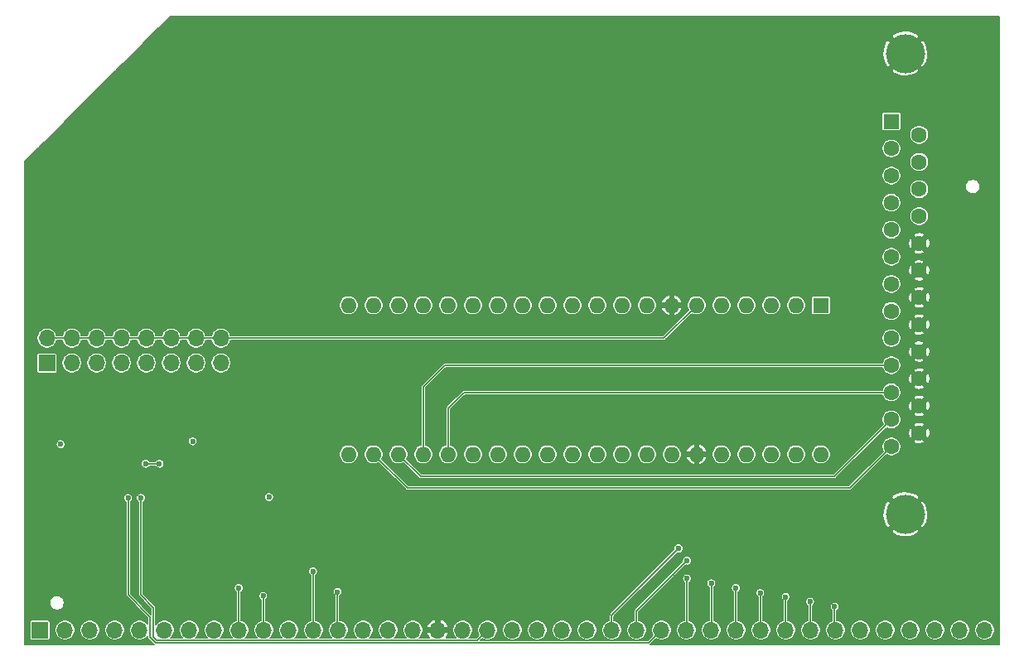
<source format=gbl>
%TF.GenerationSoftware,KiCad,Pcbnew,5.1.6*%
%TF.CreationDate,2020-09-23T23:00:43+02:00*%
%TF.ProjectId,RC2014-LPT,52433230-3134-42d4-9c50-542e6b696361,rev?*%
%TF.SameCoordinates,Original*%
%TF.FileFunction,Copper,L4,Bot*%
%TF.FilePolarity,Positive*%
%FSLAX46Y46*%
G04 Gerber Fmt 4.6, Leading zero omitted, Abs format (unit mm)*
G04 Created by KiCad (PCBNEW 5.1.6) date 2020-09-23 23:00:43*
%MOMM*%
%LPD*%
G01*
G04 APERTURE LIST*
%TA.AperFunction,ComponentPad*%
%ADD10O,1.600000X1.600000*%
%TD*%
%TA.AperFunction,ComponentPad*%
%ADD11R,1.600000X1.600000*%
%TD*%
%TA.AperFunction,ComponentPad*%
%ADD12C,4.000000*%
%TD*%
%TA.AperFunction,ComponentPad*%
%ADD13C,1.600000*%
%TD*%
%TA.AperFunction,ComponentPad*%
%ADD14O,1.700000X1.700000*%
%TD*%
%TA.AperFunction,ComponentPad*%
%ADD15R,1.700000X1.700000*%
%TD*%
%TA.AperFunction,ViaPad*%
%ADD16C,0.600000*%
%TD*%
%TA.AperFunction,Conductor*%
%ADD17C,0.127000*%
%TD*%
G04 APERTURE END LIST*
D10*
%TO.P,U1,40*%
%TO.N,/LPT_D4*%
X123800000Y-54040000D03*
%TO.P,U1,20*%
%TO.N,/LPT_RESET*%
X75540000Y-38800000D03*
%TO.P,U1,39*%
%TO.N,/LPT_D5*%
X121260000Y-54040000D03*
%TO.P,U1,19*%
%TO.N,Net-(U1-Pad19)*%
X78080000Y-38800000D03*
%TO.P,U1,38*%
%TO.N,/LPT_D6*%
X118720000Y-54040000D03*
%TO.P,U1,18*%
%TO.N,Net-(U1-Pad18)*%
X80620000Y-38800000D03*
%TO.P,U1,37*%
%TO.N,/LPT_D7*%
X116180000Y-54040000D03*
%TO.P,U1,17*%
%TO.N,/~LPT_SELECT*%
X83160000Y-38800000D03*
%TO.P,U1,36*%
%TO.N,/~WR*%
X113640000Y-54040000D03*
%TO.P,U1,16*%
%TO.N,Net-(U1-Pad16)*%
X85700000Y-38800000D03*
%TO.P,U1,35*%
%TO.N,GND*%
X111100000Y-54040000D03*
%TO.P,U1,15*%
%TO.N,/~LPT_LINEFEED*%
X88240000Y-38800000D03*
%TO.P,U1,34*%
%TO.N,/D0*%
X108560000Y-54040000D03*
%TO.P,U1,14*%
%TO.N,/~LPT_STROBE*%
X90780000Y-38800000D03*
%TO.P,U1,33*%
%TO.N,/D1*%
X106020000Y-54040000D03*
%TO.P,U1,13*%
%TO.N,Net-(U1-Pad13)*%
X93320000Y-38800000D03*
%TO.P,U1,32*%
%TO.N,/D2*%
X103480000Y-54040000D03*
%TO.P,U1,12*%
%TO.N,Net-(U1-Pad12)*%
X95860000Y-38800000D03*
%TO.P,U1,31*%
%TO.N,/D3*%
X100940000Y-54040000D03*
%TO.P,U1,11*%
%TO.N,Net-(U1-Pad11)*%
X98400000Y-38800000D03*
%TO.P,U1,30*%
%TO.N,/D4*%
X98400000Y-54040000D03*
%TO.P,U1,10*%
%TO.N,Net-(U1-Pad10)*%
X100940000Y-38800000D03*
%TO.P,U1,29*%
%TO.N,/D5*%
X95860000Y-54040000D03*
%TO.P,U1,9*%
%TO.N,/A0*%
X103480000Y-38800000D03*
%TO.P,U1,28*%
%TO.N,/D6*%
X93320000Y-54040000D03*
%TO.P,U1,8*%
%TO.N,/A1*%
X106020000Y-38800000D03*
%TO.P,U1,27*%
%TO.N,/D7*%
X90780000Y-54040000D03*
%TO.P,U1,7*%
%TO.N,GND*%
X108560000Y-38800000D03*
%TO.P,U1,26*%
%TO.N,+5V*%
X88240000Y-54040000D03*
%TO.P,U1,6*%
%TO.N,Net-(J3-Pad10)*%
X111100000Y-38800000D03*
%TO.P,U1,25*%
%TO.N,/~LPT_BUSY*%
X85700000Y-54040000D03*
%TO.P,U1,5*%
%TO.N,/~RD*%
X113640000Y-38800000D03*
%TO.P,U1,24*%
%TO.N,/LPT_ACK*%
X83160000Y-54040000D03*
%TO.P,U1,4*%
%TO.N,/LPT_D0*%
X116180000Y-38800000D03*
%TO.P,U1,23*%
%TO.N,/LPT_PAPER*%
X80620000Y-54040000D03*
%TO.P,U1,3*%
%TO.N,/LPT_D1*%
X118720000Y-38800000D03*
%TO.P,U1,22*%
%TO.N,/LPT_SELECTIN*%
X78080000Y-54040000D03*
%TO.P,U1,2*%
%TO.N,/LPT_D2*%
X121260000Y-38800000D03*
%TO.P,U1,21*%
%TO.N,/LPT_ERROR*%
X75540000Y-54040000D03*
D11*
%TO.P,U1,1*%
%TO.N,/LPT_D3*%
X123800000Y-38800000D03*
%TD*%
D12*
%TO.P,J2,0*%
%TO.N,GND*%
X132420000Y-13070000D03*
X132420000Y-60170000D03*
D13*
%TO.P,J2,25*%
X133840000Y-51855000D03*
%TO.P,J2,24*%
X133840000Y-49085000D03*
%TO.P,J2,23*%
X133840000Y-46315000D03*
%TO.P,J2,22*%
X133840000Y-43545000D03*
%TO.P,J2,21*%
X133840000Y-40775000D03*
%TO.P,J2,20*%
X133840000Y-38005000D03*
%TO.P,J2,19*%
X133840000Y-35235000D03*
%TO.P,J2,18*%
X133840000Y-32465000D03*
%TO.P,J2,17*%
%TO.N,/~LPT_SELECT*%
X133840000Y-29695000D03*
%TO.P,J2,16*%
%TO.N,/LPT_RESET*%
X133840000Y-26925000D03*
%TO.P,J2,15*%
%TO.N,/LPT_ERROR*%
X133840000Y-24155000D03*
%TO.P,J2,14*%
%TO.N,/~LPT_LINEFEED*%
X133840000Y-21385000D03*
%TO.P,J2,13*%
%TO.N,/LPT_SELECTIN*%
X131000000Y-53240000D03*
%TO.P,J2,12*%
%TO.N,/LPT_PAPER*%
X131000000Y-50470000D03*
%TO.P,J2,11*%
%TO.N,/~LPT_BUSY*%
X131000000Y-47700000D03*
%TO.P,J2,10*%
%TO.N,/LPT_ACK*%
X131000000Y-44930000D03*
%TO.P,J2,9*%
%TO.N,/LPT_D7*%
X131000000Y-42160000D03*
%TO.P,J2,8*%
%TO.N,/LPT_D6*%
X131000000Y-39390000D03*
%TO.P,J2,7*%
%TO.N,/LPT_D5*%
X131000000Y-36620000D03*
%TO.P,J2,6*%
%TO.N,/LPT_D4*%
X131000000Y-33850000D03*
%TO.P,J2,5*%
%TO.N,/LPT_D3*%
X131000000Y-31080000D03*
%TO.P,J2,4*%
%TO.N,/LPT_D2*%
X131000000Y-28310000D03*
%TO.P,J2,3*%
%TO.N,/LPT_D1*%
X131000000Y-25540000D03*
%TO.P,J2,2*%
%TO.N,/LPT_D0*%
X131000000Y-22770000D03*
D11*
%TO.P,J2,1*%
%TO.N,/~LPT_STROBE*%
X131000000Y-20000000D03*
%TD*%
D14*
%TO.P,J3,16*%
%TO.N,Net-(J3-Pad10)*%
X62484000Y-42164000D03*
%TO.P,J3,15*%
%TO.N,Net-(J3-Pad15)*%
X62484000Y-44704000D03*
%TO.P,J3,14*%
%TO.N,Net-(J3-Pad10)*%
X59944000Y-42164000D03*
%TO.P,J3,13*%
%TO.N,Net-(J3-Pad13)*%
X59944000Y-44704000D03*
%TO.P,J3,12*%
%TO.N,Net-(J3-Pad10)*%
X57404000Y-42164000D03*
%TO.P,J3,11*%
%TO.N,Net-(J3-Pad11)*%
X57404000Y-44704000D03*
%TO.P,J3,10*%
%TO.N,Net-(J3-Pad10)*%
X54864000Y-42164000D03*
%TO.P,J3,9*%
%TO.N,Net-(J3-Pad9)*%
X54864000Y-44704000D03*
%TO.P,J3,8*%
%TO.N,Net-(J3-Pad10)*%
X52324000Y-42164000D03*
%TO.P,J3,7*%
%TO.N,Net-(J3-Pad7)*%
X52324000Y-44704000D03*
%TO.P,J3,6*%
%TO.N,Net-(J3-Pad10)*%
X49784000Y-42164000D03*
%TO.P,J3,5*%
%TO.N,Net-(J3-Pad5)*%
X49784000Y-44704000D03*
%TO.P,J3,4*%
%TO.N,Net-(J3-Pad10)*%
X47244000Y-42164000D03*
%TO.P,J3,3*%
%TO.N,Net-(J3-Pad3)*%
X47244000Y-44704000D03*
%TO.P,J3,2*%
%TO.N,Net-(J3-Pad10)*%
X44704000Y-42164000D03*
D15*
%TO.P,J3,1*%
%TO.N,Net-(J3-Pad1)*%
X44704000Y-44704000D03*
%TD*%
D14*
%TO.P,J1,39*%
%TO.N,Net-(J1-Pad39)*%
X140520000Y-72000000D03*
%TO.P,J1,38*%
%TO.N,Net-(J1-Pad38)*%
X137980000Y-72000000D03*
%TO.P,J1,37*%
%TO.N,Net-(J1-Pad37)*%
X135440000Y-72000000D03*
%TO.P,J1,36*%
%TO.N,Net-(J1-Pad36)*%
X132900000Y-72000000D03*
%TO.P,J1,35*%
%TO.N,Net-(J1-Pad35)*%
X130360000Y-72000000D03*
%TO.P,J1,34*%
%TO.N,/D7*%
X127820000Y-72000000D03*
%TO.P,J1,33*%
%TO.N,/D6*%
X125280000Y-72000000D03*
%TO.P,J1,32*%
%TO.N,/D5*%
X122740000Y-72000000D03*
%TO.P,J1,31*%
%TO.N,/D4*%
X120200000Y-72000000D03*
%TO.P,J1,30*%
%TO.N,/D3*%
X117660000Y-72000000D03*
%TO.P,J1,29*%
%TO.N,/D2*%
X115120000Y-72000000D03*
%TO.P,J1,28*%
%TO.N,/D1*%
X112580000Y-72000000D03*
%TO.P,J1,27*%
%TO.N,/D0*%
X110040000Y-72000000D03*
%TO.P,J1,26*%
%TO.N,/~IORQ*%
X107500000Y-72000000D03*
%TO.P,J1,25*%
%TO.N,/~RD*%
X104960000Y-72000000D03*
%TO.P,J1,24*%
%TO.N,/~WR*%
X102420000Y-72000000D03*
%TO.P,J1,23*%
%TO.N,Net-(J1-Pad23)*%
X99880000Y-72000000D03*
%TO.P,J1,22*%
%TO.N,/~INT*%
X97340000Y-72000000D03*
%TO.P,J1,21*%
%TO.N,Net-(J1-Pad21)*%
X94800000Y-72000000D03*
%TO.P,J1,20*%
%TO.N,/~RESET*%
X92260000Y-72000000D03*
%TO.P,J1,19*%
%TO.N,/~M1*%
X89720000Y-72000000D03*
%TO.P,J1,18*%
%TO.N,+5V*%
X87180000Y-72000000D03*
%TO.P,J1,17*%
%TO.N,GND*%
X84640000Y-72000000D03*
%TO.P,J1,16*%
%TO.N,/A0*%
X82100000Y-72000000D03*
%TO.P,J1,15*%
%TO.N,/A1*%
X79560000Y-72000000D03*
%TO.P,J1,14*%
%TO.N,/A2*%
X77020000Y-72000000D03*
%TO.P,J1,13*%
%TO.N,/A3*%
X74480000Y-72000000D03*
%TO.P,J1,12*%
%TO.N,/A4*%
X71940000Y-72000000D03*
%TO.P,J1,11*%
%TO.N,/A5*%
X69400000Y-72000000D03*
%TO.P,J1,10*%
%TO.N,/A6*%
X66860000Y-72000000D03*
%TO.P,J1,9*%
%TO.N,/A7*%
X64320000Y-72000000D03*
%TO.P,J1,8*%
%TO.N,Net-(J1-Pad8)*%
X61780000Y-72000000D03*
%TO.P,J1,7*%
%TO.N,Net-(J1-Pad7)*%
X59240000Y-72000000D03*
%TO.P,J1,6*%
%TO.N,Net-(J1-Pad6)*%
X56700000Y-72000000D03*
%TO.P,J1,5*%
%TO.N,Net-(J1-Pad5)*%
X54160000Y-72000000D03*
%TO.P,J1,4*%
%TO.N,Net-(J1-Pad4)*%
X51620000Y-72000000D03*
%TO.P,J1,3*%
%TO.N,Net-(J1-Pad3)*%
X49080000Y-72000000D03*
%TO.P,J1,2*%
%TO.N,Net-(J1-Pad2)*%
X46540000Y-72000000D03*
D15*
%TO.P,J1,1*%
%TO.N,Net-(J1-Pad1)*%
X44000000Y-72000000D03*
%TD*%
D16*
%TO.N,GND*%
X141224000Y-69596000D03*
X60985400Y-54965600D03*
X70000000Y-58200000D03*
X46000000Y-55500000D03*
X56800000Y-58300000D03*
X66100000Y-58400000D03*
X65000000Y-58400000D03*
X85300000Y-56900000D03*
X103000000Y-40900000D03*
X109000000Y-66600000D03*
X107400000Y-66800000D03*
X105000000Y-67000000D03*
X103400000Y-67900000D03*
X101400000Y-68400000D03*
X99400000Y-68900000D03*
X97600000Y-69400000D03*
X79300000Y-70400000D03*
X73900000Y-70400000D03*
X65900000Y-70400000D03*
X43300000Y-69600000D03*
X87100000Y-26100000D03*
X141400000Y-9900000D03*
%TO.N,+5V*%
X59600000Y-52700000D03*
X46100000Y-53000000D03*
X67400000Y-58400000D03*
%TO.N,/D6*%
X125200000Y-69609500D03*
%TO.N,/D5*%
X122700000Y-69100000D03*
%TO.N,/D4*%
X120200000Y-68609500D03*
%TO.N,/D3*%
X117600000Y-68200000D03*
%TO.N,/D2*%
X115100000Y-67700000D03*
%TO.N,/D1*%
X112600000Y-67209500D03*
%TO.N,/D0*%
X110100000Y-66719000D03*
%TO.N,/~IORQ*%
X53000000Y-58500000D03*
%TO.N,/~RD*%
X110100000Y-64900000D03*
%TO.N,/~WR*%
X109250000Y-63650000D03*
%TO.N,/~M1*%
X54300000Y-58500000D03*
%TO.N,/A3*%
X74400000Y-68100000D03*
%TO.N,/A4*%
X71900000Y-66000000D03*
%TO.N,/A6*%
X66800000Y-68500000D03*
%TO.N,/A7*%
X64300000Y-67700000D03*
%TO.N,Net-(U2-Pad4)*%
X54800000Y-55000000D03*
X56200000Y-55000000D03*
%TO.N,/LPT_D4*%
X123800000Y-54040000D03*
%TD*%
D17*
%TO.N,/D6*%
X125200000Y-71920000D02*
X125280000Y-72000000D01*
X125200000Y-69609500D02*
X125200000Y-71920000D01*
%TO.N,/D5*%
X122700000Y-71960000D02*
X122740000Y-72000000D01*
X122700000Y-69100000D02*
X122700000Y-71960000D01*
%TO.N,/D4*%
X120200000Y-68609500D02*
X120200000Y-72000000D01*
%TO.N,/D3*%
X117600000Y-71940000D02*
X117660000Y-72000000D01*
X117600000Y-68200000D02*
X117600000Y-71940000D01*
%TO.N,/D2*%
X115100000Y-71980000D02*
X115120000Y-72000000D01*
X115100000Y-67700000D02*
X115100000Y-71980000D01*
%TO.N,/D1*%
X112600000Y-71980000D02*
X112580000Y-72000000D01*
X112600000Y-67209500D02*
X112600000Y-71980000D01*
%TO.N,/D0*%
X110100000Y-71940000D02*
X110040000Y-72000000D01*
X110100000Y-66719000D02*
X110100000Y-71940000D01*
%TO.N,/~IORQ*%
X106205489Y-73294511D02*
X107500000Y-72000000D01*
X55245989Y-72745989D02*
X55794511Y-73294511D01*
X55245989Y-70645989D02*
X55245989Y-72745989D01*
X53000000Y-68400000D02*
X55245989Y-70645989D01*
X55794511Y-73294511D02*
X106205489Y-73294511D01*
X53000000Y-58500000D02*
X53000000Y-68400000D01*
%TO.N,/~RD*%
X104960000Y-70040000D02*
X104960000Y-72000000D01*
X110100000Y-64900000D02*
X104960000Y-70040000D01*
%TO.N,/~WR*%
X102420000Y-72000000D02*
X102420000Y-70480000D01*
X102420000Y-70480000D02*
X109250000Y-63650000D01*
%TO.N,/~M1*%
X88679499Y-73040501D02*
X89720000Y-72000000D01*
X55940501Y-73040501D02*
X88679499Y-73040501D01*
X55600000Y-72700000D02*
X55940501Y-73040501D01*
X55600000Y-69700000D02*
X55600000Y-72700000D01*
X54300000Y-68400000D02*
X55600000Y-69700000D01*
X54300000Y-58500000D02*
X54300000Y-68400000D01*
%TO.N,/A3*%
X74400000Y-71920000D02*
X74480000Y-72000000D01*
X74400000Y-68100000D02*
X74400000Y-71920000D01*
%TO.N,/A4*%
X71900000Y-71960000D02*
X71940000Y-72000000D01*
X71900000Y-66000000D02*
X71900000Y-71960000D01*
%TO.N,/A6*%
X66800000Y-71940000D02*
X66860000Y-72000000D01*
X66800000Y-68500000D02*
X66800000Y-71940000D01*
%TO.N,/A7*%
X64300000Y-71980000D02*
X64320000Y-72000000D01*
X64300000Y-67700000D02*
X64300000Y-71980000D01*
%TO.N,Net-(J3-Pad10)*%
X107736000Y-42164000D02*
X111100000Y-38800000D01*
X44704000Y-42164000D02*
X107736000Y-42164000D01*
%TO.N,Net-(U2-Pad4)*%
X54800000Y-55000000D02*
X56200000Y-55000000D01*
%TO.N,/LPT_SELECTIN*%
X131000000Y-53240000D02*
X126740000Y-57500000D01*
X81540000Y-57500000D02*
X78080000Y-54040000D01*
X126740000Y-57500000D02*
X81540000Y-57500000D01*
%TO.N,/LPT_PAPER*%
X131000000Y-50470000D02*
X125170000Y-56300000D01*
X82880000Y-56300000D02*
X80620000Y-54040000D01*
X125170000Y-56300000D02*
X82880000Y-56300000D01*
%TO.N,/~LPT_BUSY*%
X131000000Y-47700000D02*
X87300000Y-47700000D01*
X85700000Y-49300000D02*
X85700000Y-54040000D01*
X87300000Y-47700000D02*
X85700000Y-49300000D01*
%TO.N,/LPT_ACK*%
X131000000Y-44930000D02*
X85370000Y-44930000D01*
X83160000Y-47140000D02*
X83160000Y-54040000D01*
X85370000Y-44930000D02*
X83160000Y-47140000D01*
%TD*%
%TO.N,GND*%
G36*
X142048501Y-73487100D02*
G01*
X106371199Y-73487100D01*
X106376277Y-73482933D01*
X106376280Y-73482930D01*
X106385962Y-73474984D01*
X106393907Y-73465303D01*
X106965172Y-72894039D01*
X107007138Y-72922080D01*
X107196497Y-73000515D01*
X107397520Y-73040500D01*
X107602480Y-73040500D01*
X107803503Y-73000515D01*
X107992862Y-72922080D01*
X108163280Y-72808209D01*
X108308209Y-72663280D01*
X108422080Y-72492862D01*
X108500515Y-72303503D01*
X108540500Y-72102480D01*
X108540500Y-71897520D01*
X108999500Y-71897520D01*
X108999500Y-72102480D01*
X109039485Y-72303503D01*
X109117920Y-72492862D01*
X109231791Y-72663280D01*
X109376720Y-72808209D01*
X109547138Y-72922080D01*
X109736497Y-73000515D01*
X109937520Y-73040500D01*
X110142480Y-73040500D01*
X110343503Y-73000515D01*
X110532862Y-72922080D01*
X110703280Y-72808209D01*
X110848209Y-72663280D01*
X110962080Y-72492862D01*
X111040515Y-72303503D01*
X111080500Y-72102480D01*
X111080500Y-71897520D01*
X111539500Y-71897520D01*
X111539500Y-72102480D01*
X111579485Y-72303503D01*
X111657920Y-72492862D01*
X111771791Y-72663280D01*
X111916720Y-72808209D01*
X112087138Y-72922080D01*
X112276497Y-73000515D01*
X112477520Y-73040500D01*
X112682480Y-73040500D01*
X112883503Y-73000515D01*
X113072862Y-72922080D01*
X113243280Y-72808209D01*
X113388209Y-72663280D01*
X113502080Y-72492862D01*
X113580515Y-72303503D01*
X113620500Y-72102480D01*
X113620500Y-71897520D01*
X114079500Y-71897520D01*
X114079500Y-72102480D01*
X114119485Y-72303503D01*
X114197920Y-72492862D01*
X114311791Y-72663280D01*
X114456720Y-72808209D01*
X114627138Y-72922080D01*
X114816497Y-73000515D01*
X115017520Y-73040500D01*
X115222480Y-73040500D01*
X115423503Y-73000515D01*
X115612862Y-72922080D01*
X115783280Y-72808209D01*
X115928209Y-72663280D01*
X116042080Y-72492862D01*
X116120515Y-72303503D01*
X116160500Y-72102480D01*
X116160500Y-71897520D01*
X116619500Y-71897520D01*
X116619500Y-72102480D01*
X116659485Y-72303503D01*
X116737920Y-72492862D01*
X116851791Y-72663280D01*
X116996720Y-72808209D01*
X117167138Y-72922080D01*
X117356497Y-73000515D01*
X117557520Y-73040500D01*
X117762480Y-73040500D01*
X117963503Y-73000515D01*
X118152862Y-72922080D01*
X118323280Y-72808209D01*
X118468209Y-72663280D01*
X118582080Y-72492862D01*
X118660515Y-72303503D01*
X118700500Y-72102480D01*
X118700500Y-71897520D01*
X119159500Y-71897520D01*
X119159500Y-72102480D01*
X119199485Y-72303503D01*
X119277920Y-72492862D01*
X119391791Y-72663280D01*
X119536720Y-72808209D01*
X119707138Y-72922080D01*
X119896497Y-73000515D01*
X120097520Y-73040500D01*
X120302480Y-73040500D01*
X120503503Y-73000515D01*
X120692862Y-72922080D01*
X120863280Y-72808209D01*
X121008209Y-72663280D01*
X121122080Y-72492862D01*
X121200515Y-72303503D01*
X121240500Y-72102480D01*
X121240500Y-71897520D01*
X121699500Y-71897520D01*
X121699500Y-72102480D01*
X121739485Y-72303503D01*
X121817920Y-72492862D01*
X121931791Y-72663280D01*
X122076720Y-72808209D01*
X122247138Y-72922080D01*
X122436497Y-73000515D01*
X122637520Y-73040500D01*
X122842480Y-73040500D01*
X123043503Y-73000515D01*
X123232862Y-72922080D01*
X123403280Y-72808209D01*
X123548209Y-72663280D01*
X123662080Y-72492862D01*
X123740515Y-72303503D01*
X123780500Y-72102480D01*
X123780500Y-71897520D01*
X124239500Y-71897520D01*
X124239500Y-72102480D01*
X124279485Y-72303503D01*
X124357920Y-72492862D01*
X124471791Y-72663280D01*
X124616720Y-72808209D01*
X124787138Y-72922080D01*
X124976497Y-73000515D01*
X125177520Y-73040500D01*
X125382480Y-73040500D01*
X125583503Y-73000515D01*
X125772862Y-72922080D01*
X125943280Y-72808209D01*
X126088209Y-72663280D01*
X126202080Y-72492862D01*
X126280515Y-72303503D01*
X126320500Y-72102480D01*
X126320500Y-71897520D01*
X126779500Y-71897520D01*
X126779500Y-72102480D01*
X126819485Y-72303503D01*
X126897920Y-72492862D01*
X127011791Y-72663280D01*
X127156720Y-72808209D01*
X127327138Y-72922080D01*
X127516497Y-73000515D01*
X127717520Y-73040500D01*
X127922480Y-73040500D01*
X128123503Y-73000515D01*
X128312862Y-72922080D01*
X128483280Y-72808209D01*
X128628209Y-72663280D01*
X128742080Y-72492862D01*
X128820515Y-72303503D01*
X128860500Y-72102480D01*
X128860500Y-71897520D01*
X129319500Y-71897520D01*
X129319500Y-72102480D01*
X129359485Y-72303503D01*
X129437920Y-72492862D01*
X129551791Y-72663280D01*
X129696720Y-72808209D01*
X129867138Y-72922080D01*
X130056497Y-73000515D01*
X130257520Y-73040500D01*
X130462480Y-73040500D01*
X130663503Y-73000515D01*
X130852862Y-72922080D01*
X131023280Y-72808209D01*
X131168209Y-72663280D01*
X131282080Y-72492862D01*
X131360515Y-72303503D01*
X131400500Y-72102480D01*
X131400500Y-71897520D01*
X131859500Y-71897520D01*
X131859500Y-72102480D01*
X131899485Y-72303503D01*
X131977920Y-72492862D01*
X132091791Y-72663280D01*
X132236720Y-72808209D01*
X132407138Y-72922080D01*
X132596497Y-73000515D01*
X132797520Y-73040500D01*
X133002480Y-73040500D01*
X133203503Y-73000515D01*
X133392862Y-72922080D01*
X133563280Y-72808209D01*
X133708209Y-72663280D01*
X133822080Y-72492862D01*
X133900515Y-72303503D01*
X133940500Y-72102480D01*
X133940500Y-71897520D01*
X134399500Y-71897520D01*
X134399500Y-72102480D01*
X134439485Y-72303503D01*
X134517920Y-72492862D01*
X134631791Y-72663280D01*
X134776720Y-72808209D01*
X134947138Y-72922080D01*
X135136497Y-73000515D01*
X135337520Y-73040500D01*
X135542480Y-73040500D01*
X135743503Y-73000515D01*
X135932862Y-72922080D01*
X136103280Y-72808209D01*
X136248209Y-72663280D01*
X136362080Y-72492862D01*
X136440515Y-72303503D01*
X136480500Y-72102480D01*
X136480500Y-71897520D01*
X136939500Y-71897520D01*
X136939500Y-72102480D01*
X136979485Y-72303503D01*
X137057920Y-72492862D01*
X137171791Y-72663280D01*
X137316720Y-72808209D01*
X137487138Y-72922080D01*
X137676497Y-73000515D01*
X137877520Y-73040500D01*
X138082480Y-73040500D01*
X138283503Y-73000515D01*
X138472862Y-72922080D01*
X138643280Y-72808209D01*
X138788209Y-72663280D01*
X138902080Y-72492862D01*
X138980515Y-72303503D01*
X139020500Y-72102480D01*
X139020500Y-71897520D01*
X139479500Y-71897520D01*
X139479500Y-72102480D01*
X139519485Y-72303503D01*
X139597920Y-72492862D01*
X139711791Y-72663280D01*
X139856720Y-72808209D01*
X140027138Y-72922080D01*
X140216497Y-73000515D01*
X140417520Y-73040500D01*
X140622480Y-73040500D01*
X140823503Y-73000515D01*
X141012862Y-72922080D01*
X141183280Y-72808209D01*
X141328209Y-72663280D01*
X141442080Y-72492862D01*
X141520515Y-72303503D01*
X141560500Y-72102480D01*
X141560500Y-71897520D01*
X141520515Y-71696497D01*
X141442080Y-71507138D01*
X141328209Y-71336720D01*
X141183280Y-71191791D01*
X141012862Y-71077920D01*
X140823503Y-70999485D01*
X140622480Y-70959500D01*
X140417520Y-70959500D01*
X140216497Y-70999485D01*
X140027138Y-71077920D01*
X139856720Y-71191791D01*
X139711791Y-71336720D01*
X139597920Y-71507138D01*
X139519485Y-71696497D01*
X139479500Y-71897520D01*
X139020500Y-71897520D01*
X138980515Y-71696497D01*
X138902080Y-71507138D01*
X138788209Y-71336720D01*
X138643280Y-71191791D01*
X138472862Y-71077920D01*
X138283503Y-70999485D01*
X138082480Y-70959500D01*
X137877520Y-70959500D01*
X137676497Y-70999485D01*
X137487138Y-71077920D01*
X137316720Y-71191791D01*
X137171791Y-71336720D01*
X137057920Y-71507138D01*
X136979485Y-71696497D01*
X136939500Y-71897520D01*
X136480500Y-71897520D01*
X136440515Y-71696497D01*
X136362080Y-71507138D01*
X136248209Y-71336720D01*
X136103280Y-71191791D01*
X135932862Y-71077920D01*
X135743503Y-70999485D01*
X135542480Y-70959500D01*
X135337520Y-70959500D01*
X135136497Y-70999485D01*
X134947138Y-71077920D01*
X134776720Y-71191791D01*
X134631791Y-71336720D01*
X134517920Y-71507138D01*
X134439485Y-71696497D01*
X134399500Y-71897520D01*
X133940500Y-71897520D01*
X133900515Y-71696497D01*
X133822080Y-71507138D01*
X133708209Y-71336720D01*
X133563280Y-71191791D01*
X133392862Y-71077920D01*
X133203503Y-70999485D01*
X133002480Y-70959500D01*
X132797520Y-70959500D01*
X132596497Y-70999485D01*
X132407138Y-71077920D01*
X132236720Y-71191791D01*
X132091791Y-71336720D01*
X131977920Y-71507138D01*
X131899485Y-71696497D01*
X131859500Y-71897520D01*
X131400500Y-71897520D01*
X131360515Y-71696497D01*
X131282080Y-71507138D01*
X131168209Y-71336720D01*
X131023280Y-71191791D01*
X130852862Y-71077920D01*
X130663503Y-70999485D01*
X130462480Y-70959500D01*
X130257520Y-70959500D01*
X130056497Y-70999485D01*
X129867138Y-71077920D01*
X129696720Y-71191791D01*
X129551791Y-71336720D01*
X129437920Y-71507138D01*
X129359485Y-71696497D01*
X129319500Y-71897520D01*
X128860500Y-71897520D01*
X128820515Y-71696497D01*
X128742080Y-71507138D01*
X128628209Y-71336720D01*
X128483280Y-71191791D01*
X128312862Y-71077920D01*
X128123503Y-70999485D01*
X127922480Y-70959500D01*
X127717520Y-70959500D01*
X127516497Y-70999485D01*
X127327138Y-71077920D01*
X127156720Y-71191791D01*
X127011791Y-71336720D01*
X126897920Y-71507138D01*
X126819485Y-71696497D01*
X126779500Y-71897520D01*
X126320500Y-71897520D01*
X126280515Y-71696497D01*
X126202080Y-71507138D01*
X126088209Y-71336720D01*
X125943280Y-71191791D01*
X125772862Y-71077920D01*
X125583503Y-70999485D01*
X125454000Y-70973726D01*
X125454000Y-70029702D01*
X125512675Y-69990496D01*
X125580996Y-69922175D01*
X125634675Y-69841839D01*
X125671650Y-69752573D01*
X125690500Y-69657810D01*
X125690500Y-69561190D01*
X125671650Y-69466427D01*
X125634675Y-69377161D01*
X125580996Y-69296825D01*
X125512675Y-69228504D01*
X125432339Y-69174825D01*
X125343073Y-69137850D01*
X125248310Y-69119000D01*
X125151690Y-69119000D01*
X125056927Y-69137850D01*
X124967661Y-69174825D01*
X124887325Y-69228504D01*
X124819004Y-69296825D01*
X124765325Y-69377161D01*
X124728350Y-69466427D01*
X124709500Y-69561190D01*
X124709500Y-69657810D01*
X124728350Y-69752573D01*
X124765325Y-69841839D01*
X124819004Y-69922175D01*
X124887325Y-69990496D01*
X124946000Y-70029702D01*
X124946001Y-71012117D01*
X124787138Y-71077920D01*
X124616720Y-71191791D01*
X124471791Y-71336720D01*
X124357920Y-71507138D01*
X124279485Y-71696497D01*
X124239500Y-71897520D01*
X123780500Y-71897520D01*
X123740515Y-71696497D01*
X123662080Y-71507138D01*
X123548209Y-71336720D01*
X123403280Y-71191791D01*
X123232862Y-71077920D01*
X123043503Y-70999485D01*
X122954000Y-70981682D01*
X122954000Y-69520202D01*
X123012675Y-69480996D01*
X123080996Y-69412675D01*
X123134675Y-69332339D01*
X123171650Y-69243073D01*
X123190500Y-69148310D01*
X123190500Y-69051690D01*
X123171650Y-68956927D01*
X123134675Y-68867661D01*
X123080996Y-68787325D01*
X123012675Y-68719004D01*
X122932339Y-68665325D01*
X122843073Y-68628350D01*
X122748310Y-68609500D01*
X122651690Y-68609500D01*
X122556927Y-68628350D01*
X122467661Y-68665325D01*
X122387325Y-68719004D01*
X122319004Y-68787325D01*
X122265325Y-68867661D01*
X122228350Y-68956927D01*
X122209500Y-69051690D01*
X122209500Y-69148310D01*
X122228350Y-69243073D01*
X122265325Y-69332339D01*
X122319004Y-69412675D01*
X122387325Y-69480996D01*
X122446000Y-69520202D01*
X122446001Y-70997595D01*
X122436497Y-70999485D01*
X122247138Y-71077920D01*
X122076720Y-71191791D01*
X121931791Y-71336720D01*
X121817920Y-71507138D01*
X121739485Y-71696497D01*
X121699500Y-71897520D01*
X121240500Y-71897520D01*
X121200515Y-71696497D01*
X121122080Y-71507138D01*
X121008209Y-71336720D01*
X120863280Y-71191791D01*
X120692862Y-71077920D01*
X120503503Y-70999485D01*
X120454000Y-70989638D01*
X120454000Y-69029702D01*
X120512675Y-68990496D01*
X120580996Y-68922175D01*
X120634675Y-68841839D01*
X120671650Y-68752573D01*
X120690500Y-68657810D01*
X120690500Y-68561190D01*
X120671650Y-68466427D01*
X120634675Y-68377161D01*
X120580996Y-68296825D01*
X120512675Y-68228504D01*
X120432339Y-68174825D01*
X120343073Y-68137850D01*
X120248310Y-68119000D01*
X120151690Y-68119000D01*
X120056927Y-68137850D01*
X119967661Y-68174825D01*
X119887325Y-68228504D01*
X119819004Y-68296825D01*
X119765325Y-68377161D01*
X119728350Y-68466427D01*
X119709500Y-68561190D01*
X119709500Y-68657810D01*
X119728350Y-68752573D01*
X119765325Y-68841839D01*
X119819004Y-68922175D01*
X119887325Y-68990496D01*
X119946000Y-69029702D01*
X119946001Y-70989638D01*
X119896497Y-70999485D01*
X119707138Y-71077920D01*
X119536720Y-71191791D01*
X119391791Y-71336720D01*
X119277920Y-71507138D01*
X119199485Y-71696497D01*
X119159500Y-71897520D01*
X118700500Y-71897520D01*
X118660515Y-71696497D01*
X118582080Y-71507138D01*
X118468209Y-71336720D01*
X118323280Y-71191791D01*
X118152862Y-71077920D01*
X117963503Y-70999485D01*
X117854000Y-70977704D01*
X117854000Y-68620202D01*
X117912675Y-68580996D01*
X117980996Y-68512675D01*
X118034675Y-68432339D01*
X118071650Y-68343073D01*
X118090500Y-68248310D01*
X118090500Y-68151690D01*
X118071650Y-68056927D01*
X118034675Y-67967661D01*
X117980996Y-67887325D01*
X117912675Y-67819004D01*
X117832339Y-67765325D01*
X117743073Y-67728350D01*
X117648310Y-67709500D01*
X117551690Y-67709500D01*
X117456927Y-67728350D01*
X117367661Y-67765325D01*
X117287325Y-67819004D01*
X117219004Y-67887325D01*
X117165325Y-67967661D01*
X117128350Y-68056927D01*
X117109500Y-68151690D01*
X117109500Y-68248310D01*
X117128350Y-68343073D01*
X117165325Y-68432339D01*
X117219004Y-68512675D01*
X117287325Y-68580996D01*
X117346000Y-68620202D01*
X117346001Y-71003833D01*
X117167138Y-71077920D01*
X116996720Y-71191791D01*
X116851791Y-71336720D01*
X116737920Y-71507138D01*
X116659485Y-71696497D01*
X116619500Y-71897520D01*
X116160500Y-71897520D01*
X116120515Y-71696497D01*
X116042080Y-71507138D01*
X115928209Y-71336720D01*
X115783280Y-71191791D01*
X115612862Y-71077920D01*
X115423503Y-70999485D01*
X115354000Y-70985660D01*
X115354000Y-68120202D01*
X115412675Y-68080996D01*
X115480996Y-68012675D01*
X115534675Y-67932339D01*
X115571650Y-67843073D01*
X115590500Y-67748310D01*
X115590500Y-67651690D01*
X115571650Y-67556927D01*
X115534675Y-67467661D01*
X115480996Y-67387325D01*
X115412675Y-67319004D01*
X115332339Y-67265325D01*
X115243073Y-67228350D01*
X115148310Y-67209500D01*
X115051690Y-67209500D01*
X114956927Y-67228350D01*
X114867661Y-67265325D01*
X114787325Y-67319004D01*
X114719004Y-67387325D01*
X114665325Y-67467661D01*
X114628350Y-67556927D01*
X114609500Y-67651690D01*
X114609500Y-67748310D01*
X114628350Y-67843073D01*
X114665325Y-67932339D01*
X114719004Y-68012675D01*
X114787325Y-68080996D01*
X114846000Y-68120202D01*
X114846001Y-70993616D01*
X114816497Y-70999485D01*
X114627138Y-71077920D01*
X114456720Y-71191791D01*
X114311791Y-71336720D01*
X114197920Y-71507138D01*
X114119485Y-71696497D01*
X114079500Y-71897520D01*
X113620500Y-71897520D01*
X113580515Y-71696497D01*
X113502080Y-71507138D01*
X113388209Y-71336720D01*
X113243280Y-71191791D01*
X113072862Y-71077920D01*
X112883503Y-70999485D01*
X112854000Y-70993617D01*
X112854000Y-67629702D01*
X112912675Y-67590496D01*
X112980996Y-67522175D01*
X113034675Y-67441839D01*
X113071650Y-67352573D01*
X113090500Y-67257810D01*
X113090500Y-67161190D01*
X113071650Y-67066427D01*
X113034675Y-66977161D01*
X112980996Y-66896825D01*
X112912675Y-66828504D01*
X112832339Y-66774825D01*
X112743073Y-66737850D01*
X112648310Y-66719000D01*
X112551690Y-66719000D01*
X112456927Y-66737850D01*
X112367661Y-66774825D01*
X112287325Y-66828504D01*
X112219004Y-66896825D01*
X112165325Y-66977161D01*
X112128350Y-67066427D01*
X112109500Y-67161190D01*
X112109500Y-67257810D01*
X112128350Y-67352573D01*
X112165325Y-67441839D01*
X112219004Y-67522175D01*
X112287325Y-67590496D01*
X112346000Y-67629702D01*
X112346001Y-70985660D01*
X112276497Y-70999485D01*
X112087138Y-71077920D01*
X111916720Y-71191791D01*
X111771791Y-71336720D01*
X111657920Y-71507138D01*
X111579485Y-71696497D01*
X111539500Y-71897520D01*
X111080500Y-71897520D01*
X111040515Y-71696497D01*
X110962080Y-71507138D01*
X110848209Y-71336720D01*
X110703280Y-71191791D01*
X110532862Y-71077920D01*
X110354000Y-71003833D01*
X110354000Y-67139202D01*
X110412675Y-67099996D01*
X110480996Y-67031675D01*
X110534675Y-66951339D01*
X110571650Y-66862073D01*
X110590500Y-66767310D01*
X110590500Y-66670690D01*
X110571650Y-66575927D01*
X110534675Y-66486661D01*
X110480996Y-66406325D01*
X110412675Y-66338004D01*
X110332339Y-66284325D01*
X110243073Y-66247350D01*
X110148310Y-66228500D01*
X110051690Y-66228500D01*
X109956927Y-66247350D01*
X109867661Y-66284325D01*
X109787325Y-66338004D01*
X109719004Y-66406325D01*
X109665325Y-66486661D01*
X109628350Y-66575927D01*
X109609500Y-66670690D01*
X109609500Y-66767310D01*
X109628350Y-66862073D01*
X109665325Y-66951339D01*
X109719004Y-67031675D01*
X109787325Y-67099996D01*
X109846000Y-67139202D01*
X109846001Y-70977704D01*
X109736497Y-70999485D01*
X109547138Y-71077920D01*
X109376720Y-71191791D01*
X109231791Y-71336720D01*
X109117920Y-71507138D01*
X109039485Y-71696497D01*
X108999500Y-71897520D01*
X108540500Y-71897520D01*
X108500515Y-71696497D01*
X108422080Y-71507138D01*
X108308209Y-71336720D01*
X108163280Y-71191791D01*
X107992862Y-71077920D01*
X107803503Y-70999485D01*
X107602480Y-70959500D01*
X107397520Y-70959500D01*
X107196497Y-70999485D01*
X107007138Y-71077920D01*
X106836720Y-71191791D01*
X106691791Y-71336720D01*
X106577920Y-71507138D01*
X106499485Y-71696497D01*
X106459500Y-71897520D01*
X106459500Y-72102480D01*
X106499485Y-72303503D01*
X106577920Y-72492862D01*
X106605961Y-72534828D01*
X106100279Y-73040511D01*
X89038699Y-73040511D01*
X89185171Y-72894039D01*
X89227138Y-72922080D01*
X89416497Y-73000515D01*
X89617520Y-73040500D01*
X89822480Y-73040500D01*
X90023503Y-73000515D01*
X90212862Y-72922080D01*
X90383280Y-72808209D01*
X90528209Y-72663280D01*
X90642080Y-72492862D01*
X90720515Y-72303503D01*
X90760500Y-72102480D01*
X90760500Y-71897520D01*
X91219500Y-71897520D01*
X91219500Y-72102480D01*
X91259485Y-72303503D01*
X91337920Y-72492862D01*
X91451791Y-72663280D01*
X91596720Y-72808209D01*
X91767138Y-72922080D01*
X91956497Y-73000515D01*
X92157520Y-73040500D01*
X92362480Y-73040500D01*
X92563503Y-73000515D01*
X92752862Y-72922080D01*
X92923280Y-72808209D01*
X93068209Y-72663280D01*
X93182080Y-72492862D01*
X93260515Y-72303503D01*
X93300500Y-72102480D01*
X93300500Y-71897520D01*
X93759500Y-71897520D01*
X93759500Y-72102480D01*
X93799485Y-72303503D01*
X93877920Y-72492862D01*
X93991791Y-72663280D01*
X94136720Y-72808209D01*
X94307138Y-72922080D01*
X94496497Y-73000515D01*
X94697520Y-73040500D01*
X94902480Y-73040500D01*
X95103503Y-73000515D01*
X95292862Y-72922080D01*
X95463280Y-72808209D01*
X95608209Y-72663280D01*
X95722080Y-72492862D01*
X95800515Y-72303503D01*
X95840500Y-72102480D01*
X95840500Y-71897520D01*
X96299500Y-71897520D01*
X96299500Y-72102480D01*
X96339485Y-72303503D01*
X96417920Y-72492862D01*
X96531791Y-72663280D01*
X96676720Y-72808209D01*
X96847138Y-72922080D01*
X97036497Y-73000515D01*
X97237520Y-73040500D01*
X97442480Y-73040500D01*
X97643503Y-73000515D01*
X97832862Y-72922080D01*
X98003280Y-72808209D01*
X98148209Y-72663280D01*
X98262080Y-72492862D01*
X98340515Y-72303503D01*
X98380500Y-72102480D01*
X98380500Y-71897520D01*
X98839500Y-71897520D01*
X98839500Y-72102480D01*
X98879485Y-72303503D01*
X98957920Y-72492862D01*
X99071791Y-72663280D01*
X99216720Y-72808209D01*
X99387138Y-72922080D01*
X99576497Y-73000515D01*
X99777520Y-73040500D01*
X99982480Y-73040500D01*
X100183503Y-73000515D01*
X100372862Y-72922080D01*
X100543280Y-72808209D01*
X100688209Y-72663280D01*
X100802080Y-72492862D01*
X100880515Y-72303503D01*
X100920500Y-72102480D01*
X100920500Y-71897520D01*
X101379500Y-71897520D01*
X101379500Y-72102480D01*
X101419485Y-72303503D01*
X101497920Y-72492862D01*
X101611791Y-72663280D01*
X101756720Y-72808209D01*
X101927138Y-72922080D01*
X102116497Y-73000515D01*
X102317520Y-73040500D01*
X102522480Y-73040500D01*
X102723503Y-73000515D01*
X102912862Y-72922080D01*
X103083280Y-72808209D01*
X103228209Y-72663280D01*
X103342080Y-72492862D01*
X103420515Y-72303503D01*
X103460500Y-72102480D01*
X103460500Y-71897520D01*
X103919500Y-71897520D01*
X103919500Y-72102480D01*
X103959485Y-72303503D01*
X104037920Y-72492862D01*
X104151791Y-72663280D01*
X104296720Y-72808209D01*
X104467138Y-72922080D01*
X104656497Y-73000515D01*
X104857520Y-73040500D01*
X105062480Y-73040500D01*
X105263503Y-73000515D01*
X105452862Y-72922080D01*
X105623280Y-72808209D01*
X105768209Y-72663280D01*
X105882080Y-72492862D01*
X105960515Y-72303503D01*
X106000500Y-72102480D01*
X106000500Y-71897520D01*
X105960515Y-71696497D01*
X105882080Y-71507138D01*
X105768209Y-71336720D01*
X105623280Y-71191791D01*
X105452862Y-71077920D01*
X105263503Y-70999485D01*
X105214000Y-70989638D01*
X105214000Y-70145210D01*
X109982478Y-65376733D01*
X110051690Y-65390500D01*
X110148310Y-65390500D01*
X110243073Y-65371650D01*
X110332339Y-65334675D01*
X110412675Y-65280996D01*
X110480996Y-65212675D01*
X110534675Y-65132339D01*
X110571650Y-65043073D01*
X110590500Y-64948310D01*
X110590500Y-64851690D01*
X110571650Y-64756927D01*
X110534675Y-64667661D01*
X110480996Y-64587325D01*
X110412675Y-64519004D01*
X110332339Y-64465325D01*
X110243073Y-64428350D01*
X110148310Y-64409500D01*
X110051690Y-64409500D01*
X109956927Y-64428350D01*
X109867661Y-64465325D01*
X109787325Y-64519004D01*
X109719004Y-64587325D01*
X109665325Y-64667661D01*
X109628350Y-64756927D01*
X109609500Y-64851690D01*
X109609500Y-64948310D01*
X109623267Y-65017522D01*
X104789209Y-69851581D01*
X104779527Y-69859527D01*
X104771581Y-69869209D01*
X104771578Y-69869212D01*
X104762337Y-69880473D01*
X104747786Y-69898203D01*
X104724200Y-69942329D01*
X104709676Y-69990208D01*
X104706000Y-70027532D01*
X104706000Y-70027542D01*
X104704773Y-70040000D01*
X104706000Y-70052458D01*
X104706000Y-70989638D01*
X104656497Y-70999485D01*
X104467138Y-71077920D01*
X104296720Y-71191791D01*
X104151791Y-71336720D01*
X104037920Y-71507138D01*
X103959485Y-71696497D01*
X103919500Y-71897520D01*
X103460500Y-71897520D01*
X103420515Y-71696497D01*
X103342080Y-71507138D01*
X103228209Y-71336720D01*
X103083280Y-71191791D01*
X102912862Y-71077920D01*
X102723503Y-70999485D01*
X102674000Y-70989638D01*
X102674000Y-70585210D01*
X109132478Y-64126732D01*
X109201690Y-64140500D01*
X109298310Y-64140500D01*
X109393073Y-64121650D01*
X109482339Y-64084675D01*
X109562675Y-64030996D01*
X109630996Y-63962675D01*
X109684675Y-63882339D01*
X109721650Y-63793073D01*
X109740500Y-63698310D01*
X109740500Y-63601690D01*
X109721650Y-63506927D01*
X109684675Y-63417661D01*
X109630996Y-63337325D01*
X109562675Y-63269004D01*
X109482339Y-63215325D01*
X109393073Y-63178350D01*
X109298310Y-63159500D01*
X109201690Y-63159500D01*
X109106927Y-63178350D01*
X109017661Y-63215325D01*
X108937325Y-63269004D01*
X108869004Y-63337325D01*
X108815325Y-63417661D01*
X108778350Y-63506927D01*
X108759500Y-63601690D01*
X108759500Y-63698310D01*
X108773268Y-63767522D01*
X102249204Y-70291586D01*
X102239528Y-70299527D01*
X102231587Y-70309203D01*
X102231578Y-70309212D01*
X102207786Y-70338204D01*
X102184200Y-70382329D01*
X102180155Y-70395665D01*
X102169677Y-70430207D01*
X102166001Y-70467531D01*
X102164773Y-70480000D01*
X102166001Y-70492468D01*
X102166001Y-70989638D01*
X102116497Y-70999485D01*
X101927138Y-71077920D01*
X101756720Y-71191791D01*
X101611791Y-71336720D01*
X101497920Y-71507138D01*
X101419485Y-71696497D01*
X101379500Y-71897520D01*
X100920500Y-71897520D01*
X100880515Y-71696497D01*
X100802080Y-71507138D01*
X100688209Y-71336720D01*
X100543280Y-71191791D01*
X100372862Y-71077920D01*
X100183503Y-70999485D01*
X99982480Y-70959500D01*
X99777520Y-70959500D01*
X99576497Y-70999485D01*
X99387138Y-71077920D01*
X99216720Y-71191791D01*
X99071791Y-71336720D01*
X98957920Y-71507138D01*
X98879485Y-71696497D01*
X98839500Y-71897520D01*
X98380500Y-71897520D01*
X98340515Y-71696497D01*
X98262080Y-71507138D01*
X98148209Y-71336720D01*
X98003280Y-71191791D01*
X97832862Y-71077920D01*
X97643503Y-70999485D01*
X97442480Y-70959500D01*
X97237520Y-70959500D01*
X97036497Y-70999485D01*
X96847138Y-71077920D01*
X96676720Y-71191791D01*
X96531791Y-71336720D01*
X96417920Y-71507138D01*
X96339485Y-71696497D01*
X96299500Y-71897520D01*
X95840500Y-71897520D01*
X95800515Y-71696497D01*
X95722080Y-71507138D01*
X95608209Y-71336720D01*
X95463280Y-71191791D01*
X95292862Y-71077920D01*
X95103503Y-70999485D01*
X94902480Y-70959500D01*
X94697520Y-70959500D01*
X94496497Y-70999485D01*
X94307138Y-71077920D01*
X94136720Y-71191791D01*
X93991791Y-71336720D01*
X93877920Y-71507138D01*
X93799485Y-71696497D01*
X93759500Y-71897520D01*
X93300500Y-71897520D01*
X93260515Y-71696497D01*
X93182080Y-71507138D01*
X93068209Y-71336720D01*
X92923280Y-71191791D01*
X92752862Y-71077920D01*
X92563503Y-70999485D01*
X92362480Y-70959500D01*
X92157520Y-70959500D01*
X91956497Y-70999485D01*
X91767138Y-71077920D01*
X91596720Y-71191791D01*
X91451791Y-71336720D01*
X91337920Y-71507138D01*
X91259485Y-71696497D01*
X91219500Y-71897520D01*
X90760500Y-71897520D01*
X90720515Y-71696497D01*
X90642080Y-71507138D01*
X90528209Y-71336720D01*
X90383280Y-71191791D01*
X90212862Y-71077920D01*
X90023503Y-70999485D01*
X89822480Y-70959500D01*
X89617520Y-70959500D01*
X89416497Y-70999485D01*
X89227138Y-71077920D01*
X89056720Y-71191791D01*
X88911791Y-71336720D01*
X88797920Y-71507138D01*
X88719485Y-71696497D01*
X88679500Y-71897520D01*
X88679500Y-72102480D01*
X88719485Y-72303503D01*
X88797920Y-72492862D01*
X88825961Y-72534829D01*
X88574289Y-72786501D01*
X87864988Y-72786501D01*
X87988209Y-72663280D01*
X88102080Y-72492862D01*
X88180515Y-72303503D01*
X88220500Y-72102480D01*
X88220500Y-71897520D01*
X88180515Y-71696497D01*
X88102080Y-71507138D01*
X87988209Y-71336720D01*
X87843280Y-71191791D01*
X87672862Y-71077920D01*
X87483503Y-70999485D01*
X87282480Y-70959500D01*
X87077520Y-70959500D01*
X86876497Y-70999485D01*
X86687138Y-71077920D01*
X86516720Y-71191791D01*
X86371791Y-71336720D01*
X86257920Y-71507138D01*
X86179485Y-71696497D01*
X86139500Y-71897520D01*
X86139500Y-72102480D01*
X86179485Y-72303503D01*
X86257920Y-72492862D01*
X86371791Y-72663280D01*
X86495012Y-72786501D01*
X85499155Y-72786501D01*
X85522589Y-72764275D01*
X85654733Y-72577405D01*
X85747881Y-72368346D01*
X85712488Y-72190500D01*
X84830500Y-72190500D01*
X84830500Y-72210500D01*
X84449500Y-72210500D01*
X84449500Y-72190500D01*
X83567512Y-72190500D01*
X83532119Y-72368346D01*
X83625267Y-72577405D01*
X83757411Y-72764275D01*
X83780845Y-72786501D01*
X82784988Y-72786501D01*
X82908209Y-72663280D01*
X83022080Y-72492862D01*
X83100515Y-72303503D01*
X83140500Y-72102480D01*
X83140500Y-71897520D01*
X83100515Y-71696497D01*
X83073657Y-71631654D01*
X83532119Y-71631654D01*
X83567512Y-71809500D01*
X84449500Y-71809500D01*
X84449500Y-70928680D01*
X84830500Y-70928680D01*
X84830500Y-71809500D01*
X85712488Y-71809500D01*
X85747881Y-71631654D01*
X85654733Y-71422595D01*
X85522589Y-71235725D01*
X85356528Y-71078226D01*
X85162931Y-70956150D01*
X85008344Y-70892129D01*
X84830500Y-70928680D01*
X84449500Y-70928680D01*
X84271656Y-70892129D01*
X84117069Y-70956150D01*
X83923472Y-71078226D01*
X83757411Y-71235725D01*
X83625267Y-71422595D01*
X83532119Y-71631654D01*
X83073657Y-71631654D01*
X83022080Y-71507138D01*
X82908209Y-71336720D01*
X82763280Y-71191791D01*
X82592862Y-71077920D01*
X82403503Y-70999485D01*
X82202480Y-70959500D01*
X81997520Y-70959500D01*
X81796497Y-70999485D01*
X81607138Y-71077920D01*
X81436720Y-71191791D01*
X81291791Y-71336720D01*
X81177920Y-71507138D01*
X81099485Y-71696497D01*
X81059500Y-71897520D01*
X81059500Y-72102480D01*
X81099485Y-72303503D01*
X81177920Y-72492862D01*
X81291791Y-72663280D01*
X81415012Y-72786501D01*
X80244988Y-72786501D01*
X80368209Y-72663280D01*
X80482080Y-72492862D01*
X80560515Y-72303503D01*
X80600500Y-72102480D01*
X80600500Y-71897520D01*
X80560515Y-71696497D01*
X80482080Y-71507138D01*
X80368209Y-71336720D01*
X80223280Y-71191791D01*
X80052862Y-71077920D01*
X79863503Y-70999485D01*
X79662480Y-70959500D01*
X79457520Y-70959500D01*
X79256497Y-70999485D01*
X79067138Y-71077920D01*
X78896720Y-71191791D01*
X78751791Y-71336720D01*
X78637920Y-71507138D01*
X78559485Y-71696497D01*
X78519500Y-71897520D01*
X78519500Y-72102480D01*
X78559485Y-72303503D01*
X78637920Y-72492862D01*
X78751791Y-72663280D01*
X78875012Y-72786501D01*
X77704988Y-72786501D01*
X77828209Y-72663280D01*
X77942080Y-72492862D01*
X78020515Y-72303503D01*
X78060500Y-72102480D01*
X78060500Y-71897520D01*
X78020515Y-71696497D01*
X77942080Y-71507138D01*
X77828209Y-71336720D01*
X77683280Y-71191791D01*
X77512862Y-71077920D01*
X77323503Y-70999485D01*
X77122480Y-70959500D01*
X76917520Y-70959500D01*
X76716497Y-70999485D01*
X76527138Y-71077920D01*
X76356720Y-71191791D01*
X76211791Y-71336720D01*
X76097920Y-71507138D01*
X76019485Y-71696497D01*
X75979500Y-71897520D01*
X75979500Y-72102480D01*
X76019485Y-72303503D01*
X76097920Y-72492862D01*
X76211791Y-72663280D01*
X76335012Y-72786501D01*
X75164988Y-72786501D01*
X75288209Y-72663280D01*
X75402080Y-72492862D01*
X75480515Y-72303503D01*
X75520500Y-72102480D01*
X75520500Y-71897520D01*
X75480515Y-71696497D01*
X75402080Y-71507138D01*
X75288209Y-71336720D01*
X75143280Y-71191791D01*
X74972862Y-71077920D01*
X74783503Y-70999485D01*
X74654000Y-70973726D01*
X74654000Y-68520202D01*
X74712675Y-68480996D01*
X74780996Y-68412675D01*
X74834675Y-68332339D01*
X74871650Y-68243073D01*
X74890500Y-68148310D01*
X74890500Y-68051690D01*
X74871650Y-67956927D01*
X74834675Y-67867661D01*
X74780996Y-67787325D01*
X74712675Y-67719004D01*
X74632339Y-67665325D01*
X74543073Y-67628350D01*
X74448310Y-67609500D01*
X74351690Y-67609500D01*
X74256927Y-67628350D01*
X74167661Y-67665325D01*
X74087325Y-67719004D01*
X74019004Y-67787325D01*
X73965325Y-67867661D01*
X73928350Y-67956927D01*
X73909500Y-68051690D01*
X73909500Y-68148310D01*
X73928350Y-68243073D01*
X73965325Y-68332339D01*
X74019004Y-68412675D01*
X74087325Y-68480996D01*
X74146000Y-68520202D01*
X74146001Y-71012117D01*
X73987138Y-71077920D01*
X73816720Y-71191791D01*
X73671791Y-71336720D01*
X73557920Y-71507138D01*
X73479485Y-71696497D01*
X73439500Y-71897520D01*
X73439500Y-72102480D01*
X73479485Y-72303503D01*
X73557920Y-72492862D01*
X73671791Y-72663280D01*
X73795012Y-72786501D01*
X72624988Y-72786501D01*
X72748209Y-72663280D01*
X72862080Y-72492862D01*
X72940515Y-72303503D01*
X72980500Y-72102480D01*
X72980500Y-71897520D01*
X72940515Y-71696497D01*
X72862080Y-71507138D01*
X72748209Y-71336720D01*
X72603280Y-71191791D01*
X72432862Y-71077920D01*
X72243503Y-70999485D01*
X72154000Y-70981682D01*
X72154000Y-66420202D01*
X72212675Y-66380996D01*
X72280996Y-66312675D01*
X72334675Y-66232339D01*
X72371650Y-66143073D01*
X72390500Y-66048310D01*
X72390500Y-65951690D01*
X72371650Y-65856927D01*
X72334675Y-65767661D01*
X72280996Y-65687325D01*
X72212675Y-65619004D01*
X72132339Y-65565325D01*
X72043073Y-65528350D01*
X71948310Y-65509500D01*
X71851690Y-65509500D01*
X71756927Y-65528350D01*
X71667661Y-65565325D01*
X71587325Y-65619004D01*
X71519004Y-65687325D01*
X71465325Y-65767661D01*
X71428350Y-65856927D01*
X71409500Y-65951690D01*
X71409500Y-66048310D01*
X71428350Y-66143073D01*
X71465325Y-66232339D01*
X71519004Y-66312675D01*
X71587325Y-66380996D01*
X71646000Y-66420202D01*
X71646001Y-70997595D01*
X71636497Y-70999485D01*
X71447138Y-71077920D01*
X71276720Y-71191791D01*
X71131791Y-71336720D01*
X71017920Y-71507138D01*
X70939485Y-71696497D01*
X70899500Y-71897520D01*
X70899500Y-72102480D01*
X70939485Y-72303503D01*
X71017920Y-72492862D01*
X71131791Y-72663280D01*
X71255012Y-72786501D01*
X70084988Y-72786501D01*
X70208209Y-72663280D01*
X70322080Y-72492862D01*
X70400515Y-72303503D01*
X70440500Y-72102480D01*
X70440500Y-71897520D01*
X70400515Y-71696497D01*
X70322080Y-71507138D01*
X70208209Y-71336720D01*
X70063280Y-71191791D01*
X69892862Y-71077920D01*
X69703503Y-70999485D01*
X69502480Y-70959500D01*
X69297520Y-70959500D01*
X69096497Y-70999485D01*
X68907138Y-71077920D01*
X68736720Y-71191791D01*
X68591791Y-71336720D01*
X68477920Y-71507138D01*
X68399485Y-71696497D01*
X68359500Y-71897520D01*
X68359500Y-72102480D01*
X68399485Y-72303503D01*
X68477920Y-72492862D01*
X68591791Y-72663280D01*
X68715012Y-72786501D01*
X67544988Y-72786501D01*
X67668209Y-72663280D01*
X67782080Y-72492862D01*
X67860515Y-72303503D01*
X67900500Y-72102480D01*
X67900500Y-71897520D01*
X67860515Y-71696497D01*
X67782080Y-71507138D01*
X67668209Y-71336720D01*
X67523280Y-71191791D01*
X67352862Y-71077920D01*
X67163503Y-70999485D01*
X67054000Y-70977704D01*
X67054000Y-68920202D01*
X67112675Y-68880996D01*
X67180996Y-68812675D01*
X67234675Y-68732339D01*
X67271650Y-68643073D01*
X67290500Y-68548310D01*
X67290500Y-68451690D01*
X67271650Y-68356927D01*
X67234675Y-68267661D01*
X67180996Y-68187325D01*
X67112675Y-68119004D01*
X67032339Y-68065325D01*
X66943073Y-68028350D01*
X66848310Y-68009500D01*
X66751690Y-68009500D01*
X66656927Y-68028350D01*
X66567661Y-68065325D01*
X66487325Y-68119004D01*
X66419004Y-68187325D01*
X66365325Y-68267661D01*
X66328350Y-68356927D01*
X66309500Y-68451690D01*
X66309500Y-68548310D01*
X66328350Y-68643073D01*
X66365325Y-68732339D01*
X66419004Y-68812675D01*
X66487325Y-68880996D01*
X66546000Y-68920202D01*
X66546001Y-71003833D01*
X66367138Y-71077920D01*
X66196720Y-71191791D01*
X66051791Y-71336720D01*
X65937920Y-71507138D01*
X65859485Y-71696497D01*
X65819500Y-71897520D01*
X65819500Y-72102480D01*
X65859485Y-72303503D01*
X65937920Y-72492862D01*
X66051791Y-72663280D01*
X66175012Y-72786501D01*
X65004988Y-72786501D01*
X65128209Y-72663280D01*
X65242080Y-72492862D01*
X65320515Y-72303503D01*
X65360500Y-72102480D01*
X65360500Y-71897520D01*
X65320515Y-71696497D01*
X65242080Y-71507138D01*
X65128209Y-71336720D01*
X64983280Y-71191791D01*
X64812862Y-71077920D01*
X64623503Y-70999485D01*
X64554000Y-70985660D01*
X64554000Y-68120202D01*
X64612675Y-68080996D01*
X64680996Y-68012675D01*
X64734675Y-67932339D01*
X64771650Y-67843073D01*
X64790500Y-67748310D01*
X64790500Y-67651690D01*
X64771650Y-67556927D01*
X64734675Y-67467661D01*
X64680996Y-67387325D01*
X64612675Y-67319004D01*
X64532339Y-67265325D01*
X64443073Y-67228350D01*
X64348310Y-67209500D01*
X64251690Y-67209500D01*
X64156927Y-67228350D01*
X64067661Y-67265325D01*
X63987325Y-67319004D01*
X63919004Y-67387325D01*
X63865325Y-67467661D01*
X63828350Y-67556927D01*
X63809500Y-67651690D01*
X63809500Y-67748310D01*
X63828350Y-67843073D01*
X63865325Y-67932339D01*
X63919004Y-68012675D01*
X63987325Y-68080996D01*
X64046000Y-68120202D01*
X64046001Y-70993616D01*
X64016497Y-70999485D01*
X63827138Y-71077920D01*
X63656720Y-71191791D01*
X63511791Y-71336720D01*
X63397920Y-71507138D01*
X63319485Y-71696497D01*
X63279500Y-71897520D01*
X63279500Y-72102480D01*
X63319485Y-72303503D01*
X63397920Y-72492862D01*
X63511791Y-72663280D01*
X63635012Y-72786501D01*
X62464988Y-72786501D01*
X62588209Y-72663280D01*
X62702080Y-72492862D01*
X62780515Y-72303503D01*
X62820500Y-72102480D01*
X62820500Y-71897520D01*
X62780515Y-71696497D01*
X62702080Y-71507138D01*
X62588209Y-71336720D01*
X62443280Y-71191791D01*
X62272862Y-71077920D01*
X62083503Y-70999485D01*
X61882480Y-70959500D01*
X61677520Y-70959500D01*
X61476497Y-70999485D01*
X61287138Y-71077920D01*
X61116720Y-71191791D01*
X60971791Y-71336720D01*
X60857920Y-71507138D01*
X60779485Y-71696497D01*
X60739500Y-71897520D01*
X60739500Y-72102480D01*
X60779485Y-72303503D01*
X60857920Y-72492862D01*
X60971791Y-72663280D01*
X61095012Y-72786501D01*
X59924988Y-72786501D01*
X60048209Y-72663280D01*
X60162080Y-72492862D01*
X60240515Y-72303503D01*
X60280500Y-72102480D01*
X60280500Y-71897520D01*
X60240515Y-71696497D01*
X60162080Y-71507138D01*
X60048209Y-71336720D01*
X59903280Y-71191791D01*
X59732862Y-71077920D01*
X59543503Y-70999485D01*
X59342480Y-70959500D01*
X59137520Y-70959500D01*
X58936497Y-70999485D01*
X58747138Y-71077920D01*
X58576720Y-71191791D01*
X58431791Y-71336720D01*
X58317920Y-71507138D01*
X58239485Y-71696497D01*
X58199500Y-71897520D01*
X58199500Y-72102480D01*
X58239485Y-72303503D01*
X58317920Y-72492862D01*
X58431791Y-72663280D01*
X58555012Y-72786501D01*
X57384988Y-72786501D01*
X57508209Y-72663280D01*
X57622080Y-72492862D01*
X57700515Y-72303503D01*
X57740500Y-72102480D01*
X57740500Y-71897520D01*
X57700515Y-71696497D01*
X57622080Y-71507138D01*
X57508209Y-71336720D01*
X57363280Y-71191791D01*
X57192862Y-71077920D01*
X57003503Y-70999485D01*
X56802480Y-70959500D01*
X56597520Y-70959500D01*
X56396497Y-70999485D01*
X56207138Y-71077920D01*
X56036720Y-71191791D01*
X55891791Y-71336720D01*
X55854000Y-71393278D01*
X55854000Y-69712458D01*
X55855227Y-69700000D01*
X55854000Y-69687542D01*
X55854000Y-69687531D01*
X55850324Y-69650207D01*
X55835800Y-69602328D01*
X55819402Y-69571650D01*
X55812215Y-69558203D01*
X55788422Y-69529212D01*
X55788419Y-69529209D01*
X55780473Y-69519527D01*
X55770791Y-69511581D01*
X54554000Y-68294790D01*
X54554000Y-61889512D01*
X130969896Y-61889512D01*
X131209923Y-62159627D01*
X131621331Y-62357472D01*
X132063432Y-62471253D01*
X132519235Y-62496598D01*
X132971225Y-62432532D01*
X133402031Y-62281520D01*
X133630077Y-62159627D01*
X133870104Y-61889512D01*
X132420000Y-60439408D01*
X130969896Y-61889512D01*
X54554000Y-61889512D01*
X54554000Y-60269235D01*
X130093402Y-60269235D01*
X130157468Y-60721225D01*
X130308480Y-61152031D01*
X130430373Y-61380077D01*
X130700488Y-61620104D01*
X132150592Y-60170000D01*
X132689408Y-60170000D01*
X134139512Y-61620104D01*
X134409627Y-61380077D01*
X134607472Y-60968669D01*
X134721253Y-60526568D01*
X134746598Y-60070765D01*
X134682532Y-59618775D01*
X134531520Y-59187969D01*
X134409627Y-58959923D01*
X134139512Y-58719896D01*
X132689408Y-60170000D01*
X132150592Y-60170000D01*
X130700488Y-58719896D01*
X130430373Y-58959923D01*
X130232528Y-59371331D01*
X130118747Y-59813432D01*
X130093402Y-60269235D01*
X54554000Y-60269235D01*
X54554000Y-58920202D01*
X54612675Y-58880996D01*
X54680996Y-58812675D01*
X54734675Y-58732339D01*
X54771650Y-58643073D01*
X54790500Y-58548310D01*
X54790500Y-58451690D01*
X54771650Y-58356927D01*
X54769481Y-58351690D01*
X66909500Y-58351690D01*
X66909500Y-58448310D01*
X66928350Y-58543073D01*
X66965325Y-58632339D01*
X67019004Y-58712675D01*
X67087325Y-58780996D01*
X67167661Y-58834675D01*
X67256927Y-58871650D01*
X67351690Y-58890500D01*
X67448310Y-58890500D01*
X67543073Y-58871650D01*
X67632339Y-58834675D01*
X67712675Y-58780996D01*
X67780996Y-58712675D01*
X67834675Y-58632339D01*
X67871650Y-58543073D01*
X67890066Y-58450488D01*
X130969896Y-58450488D01*
X132420000Y-59900592D01*
X133870104Y-58450488D01*
X133630077Y-58180373D01*
X133218669Y-57982528D01*
X132776568Y-57868747D01*
X132320765Y-57843402D01*
X131868775Y-57907468D01*
X131437969Y-58058480D01*
X131209923Y-58180373D01*
X130969896Y-58450488D01*
X67890066Y-58450488D01*
X67890500Y-58448310D01*
X67890500Y-58351690D01*
X67871650Y-58256927D01*
X67834675Y-58167661D01*
X67780996Y-58087325D01*
X67712675Y-58019004D01*
X67632339Y-57965325D01*
X67543073Y-57928350D01*
X67448310Y-57909500D01*
X67351690Y-57909500D01*
X67256927Y-57928350D01*
X67167661Y-57965325D01*
X67087325Y-58019004D01*
X67019004Y-58087325D01*
X66965325Y-58167661D01*
X66928350Y-58256927D01*
X66909500Y-58351690D01*
X54769481Y-58351690D01*
X54734675Y-58267661D01*
X54680996Y-58187325D01*
X54612675Y-58119004D01*
X54532339Y-58065325D01*
X54443073Y-58028350D01*
X54348310Y-58009500D01*
X54251690Y-58009500D01*
X54156927Y-58028350D01*
X54067661Y-58065325D01*
X53987325Y-58119004D01*
X53919004Y-58187325D01*
X53865325Y-58267661D01*
X53828350Y-58356927D01*
X53809500Y-58451690D01*
X53809500Y-58548310D01*
X53828350Y-58643073D01*
X53865325Y-58732339D01*
X53919004Y-58812675D01*
X53987325Y-58880996D01*
X54046000Y-58920202D01*
X54046001Y-68387532D01*
X54044773Y-68400000D01*
X54046001Y-68412468D01*
X54046001Y-68412469D01*
X54049677Y-68449793D01*
X54054083Y-68464316D01*
X54064200Y-68497671D01*
X54087786Y-68541796D01*
X54111578Y-68570788D01*
X54111587Y-68570797D01*
X54119528Y-68580473D01*
X54129204Y-68588414D01*
X55346000Y-69805210D01*
X55346000Y-70386790D01*
X53254000Y-68294790D01*
X53254000Y-58920202D01*
X53312675Y-58880996D01*
X53380996Y-58812675D01*
X53434675Y-58732339D01*
X53471650Y-58643073D01*
X53490500Y-58548310D01*
X53490500Y-58451690D01*
X53471650Y-58356927D01*
X53434675Y-58267661D01*
X53380996Y-58187325D01*
X53312675Y-58119004D01*
X53232339Y-58065325D01*
X53143073Y-58028350D01*
X53048310Y-58009500D01*
X52951690Y-58009500D01*
X52856927Y-58028350D01*
X52767661Y-58065325D01*
X52687325Y-58119004D01*
X52619004Y-58187325D01*
X52565325Y-58267661D01*
X52528350Y-58356927D01*
X52509500Y-58451690D01*
X52509500Y-58548310D01*
X52528350Y-58643073D01*
X52565325Y-58732339D01*
X52619004Y-58812675D01*
X52687325Y-58880996D01*
X52746000Y-58920202D01*
X52746001Y-68387532D01*
X52744773Y-68400000D01*
X52746001Y-68412468D01*
X52746001Y-68412469D01*
X52749677Y-68449793D01*
X52754083Y-68464316D01*
X52764200Y-68497671D01*
X52787786Y-68541796D01*
X52811578Y-68570788D01*
X52811587Y-68570797D01*
X52819528Y-68580473D01*
X52829204Y-68588414D01*
X54991989Y-70751199D01*
X54991989Y-71372309D01*
X54968209Y-71336720D01*
X54823280Y-71191791D01*
X54652862Y-71077920D01*
X54463503Y-70999485D01*
X54262480Y-70959500D01*
X54057520Y-70959500D01*
X53856497Y-70999485D01*
X53667138Y-71077920D01*
X53496720Y-71191791D01*
X53351791Y-71336720D01*
X53237920Y-71507138D01*
X53159485Y-71696497D01*
X53119500Y-71897520D01*
X53119500Y-72102480D01*
X53159485Y-72303503D01*
X53237920Y-72492862D01*
X53351791Y-72663280D01*
X53496720Y-72808209D01*
X53667138Y-72922080D01*
X53856497Y-73000515D01*
X54057520Y-73040500D01*
X54262480Y-73040500D01*
X54463503Y-73000515D01*
X54652862Y-72922080D01*
X54823280Y-72808209D01*
X54968209Y-72663280D01*
X54991990Y-72627690D01*
X54991990Y-72733521D01*
X54990762Y-72745989D01*
X54991990Y-72758457D01*
X54991990Y-72758458D01*
X54995666Y-72795782D01*
X54998372Y-72804701D01*
X55010189Y-72843660D01*
X55033775Y-72887785D01*
X55057567Y-72916777D01*
X55057576Y-72916786D01*
X55065517Y-72926462D01*
X55075193Y-72934403D01*
X55606092Y-73465302D01*
X55614038Y-73474984D01*
X55623720Y-73482930D01*
X55623722Y-73482932D01*
X55628801Y-73487100D01*
X42462100Y-73487100D01*
X42462100Y-71150000D01*
X42958579Y-71150000D01*
X42958579Y-72850000D01*
X42962257Y-72887344D01*
X42973150Y-72923254D01*
X42990839Y-72956348D01*
X43014645Y-72985355D01*
X43043652Y-73009161D01*
X43076746Y-73026850D01*
X43112656Y-73037743D01*
X43150000Y-73041421D01*
X44850000Y-73041421D01*
X44887344Y-73037743D01*
X44923254Y-73026850D01*
X44956348Y-73009161D01*
X44985355Y-72985355D01*
X45009161Y-72956348D01*
X45026850Y-72923254D01*
X45037743Y-72887344D01*
X45041421Y-72850000D01*
X45041421Y-71897520D01*
X45499500Y-71897520D01*
X45499500Y-72102480D01*
X45539485Y-72303503D01*
X45617920Y-72492862D01*
X45731791Y-72663280D01*
X45876720Y-72808209D01*
X46047138Y-72922080D01*
X46236497Y-73000515D01*
X46437520Y-73040500D01*
X46642480Y-73040500D01*
X46843503Y-73000515D01*
X47032862Y-72922080D01*
X47203280Y-72808209D01*
X47348209Y-72663280D01*
X47462080Y-72492862D01*
X47540515Y-72303503D01*
X47580500Y-72102480D01*
X47580500Y-71897520D01*
X48039500Y-71897520D01*
X48039500Y-72102480D01*
X48079485Y-72303503D01*
X48157920Y-72492862D01*
X48271791Y-72663280D01*
X48416720Y-72808209D01*
X48587138Y-72922080D01*
X48776497Y-73000515D01*
X48977520Y-73040500D01*
X49182480Y-73040500D01*
X49383503Y-73000515D01*
X49572862Y-72922080D01*
X49743280Y-72808209D01*
X49888209Y-72663280D01*
X50002080Y-72492862D01*
X50080515Y-72303503D01*
X50120500Y-72102480D01*
X50120500Y-71897520D01*
X50579500Y-71897520D01*
X50579500Y-72102480D01*
X50619485Y-72303503D01*
X50697920Y-72492862D01*
X50811791Y-72663280D01*
X50956720Y-72808209D01*
X51127138Y-72922080D01*
X51316497Y-73000515D01*
X51517520Y-73040500D01*
X51722480Y-73040500D01*
X51923503Y-73000515D01*
X52112862Y-72922080D01*
X52283280Y-72808209D01*
X52428209Y-72663280D01*
X52542080Y-72492862D01*
X52620515Y-72303503D01*
X52660500Y-72102480D01*
X52660500Y-71897520D01*
X52620515Y-71696497D01*
X52542080Y-71507138D01*
X52428209Y-71336720D01*
X52283280Y-71191791D01*
X52112862Y-71077920D01*
X51923503Y-70999485D01*
X51722480Y-70959500D01*
X51517520Y-70959500D01*
X51316497Y-70999485D01*
X51127138Y-71077920D01*
X50956720Y-71191791D01*
X50811791Y-71336720D01*
X50697920Y-71507138D01*
X50619485Y-71696497D01*
X50579500Y-71897520D01*
X50120500Y-71897520D01*
X50080515Y-71696497D01*
X50002080Y-71507138D01*
X49888209Y-71336720D01*
X49743280Y-71191791D01*
X49572862Y-71077920D01*
X49383503Y-70999485D01*
X49182480Y-70959500D01*
X48977520Y-70959500D01*
X48776497Y-70999485D01*
X48587138Y-71077920D01*
X48416720Y-71191791D01*
X48271791Y-71336720D01*
X48157920Y-71507138D01*
X48079485Y-71696497D01*
X48039500Y-71897520D01*
X47580500Y-71897520D01*
X47540515Y-71696497D01*
X47462080Y-71507138D01*
X47348209Y-71336720D01*
X47203280Y-71191791D01*
X47032862Y-71077920D01*
X46843503Y-70999485D01*
X46642480Y-70959500D01*
X46437520Y-70959500D01*
X46236497Y-70999485D01*
X46047138Y-71077920D01*
X45876720Y-71191791D01*
X45731791Y-71336720D01*
X45617920Y-71507138D01*
X45539485Y-71696497D01*
X45499500Y-71897520D01*
X45041421Y-71897520D01*
X45041421Y-71150000D01*
X45037743Y-71112656D01*
X45026850Y-71076746D01*
X45009161Y-71043652D01*
X44985355Y-71014645D01*
X44956348Y-70990839D01*
X44923254Y-70973150D01*
X44887344Y-70962257D01*
X44850000Y-70958579D01*
X43150000Y-70958579D01*
X43112656Y-70962257D01*
X43076746Y-70973150D01*
X43043652Y-70990839D01*
X43014645Y-71014645D01*
X42990839Y-71043652D01*
X42973150Y-71076746D01*
X42962257Y-71112656D01*
X42958579Y-71150000D01*
X42462100Y-71150000D01*
X42462100Y-69139506D01*
X44953500Y-69139506D01*
X44953500Y-69290494D01*
X44982956Y-69438580D01*
X45040736Y-69578074D01*
X45124620Y-69703615D01*
X45231385Y-69810380D01*
X45356926Y-69894264D01*
X45496420Y-69952044D01*
X45644506Y-69981500D01*
X45795494Y-69981500D01*
X45943580Y-69952044D01*
X46083074Y-69894264D01*
X46208615Y-69810380D01*
X46315380Y-69703615D01*
X46399264Y-69578074D01*
X46457044Y-69438580D01*
X46486500Y-69290494D01*
X46486500Y-69139506D01*
X46457044Y-68991420D01*
X46399264Y-68851926D01*
X46315380Y-68726385D01*
X46208615Y-68619620D01*
X46083074Y-68535736D01*
X45943580Y-68477956D01*
X45795494Y-68448500D01*
X45644506Y-68448500D01*
X45496420Y-68477956D01*
X45356926Y-68535736D01*
X45231385Y-68619620D01*
X45124620Y-68726385D01*
X45040736Y-68851926D01*
X44982956Y-68991420D01*
X44953500Y-69139506D01*
X42462100Y-69139506D01*
X42462100Y-54951690D01*
X54309500Y-54951690D01*
X54309500Y-55048310D01*
X54328350Y-55143073D01*
X54365325Y-55232339D01*
X54419004Y-55312675D01*
X54487325Y-55380996D01*
X54567661Y-55434675D01*
X54656927Y-55471650D01*
X54751690Y-55490500D01*
X54848310Y-55490500D01*
X54943073Y-55471650D01*
X55032339Y-55434675D01*
X55112675Y-55380996D01*
X55180996Y-55312675D01*
X55220202Y-55254000D01*
X55779798Y-55254000D01*
X55819004Y-55312675D01*
X55887325Y-55380996D01*
X55967661Y-55434675D01*
X56056927Y-55471650D01*
X56151690Y-55490500D01*
X56248310Y-55490500D01*
X56343073Y-55471650D01*
X56432339Y-55434675D01*
X56512675Y-55380996D01*
X56580996Y-55312675D01*
X56634675Y-55232339D01*
X56671650Y-55143073D01*
X56690500Y-55048310D01*
X56690500Y-54951690D01*
X56671650Y-54856927D01*
X56634675Y-54767661D01*
X56580996Y-54687325D01*
X56512675Y-54619004D01*
X56432339Y-54565325D01*
X56343073Y-54528350D01*
X56248310Y-54509500D01*
X56151690Y-54509500D01*
X56056927Y-54528350D01*
X55967661Y-54565325D01*
X55887325Y-54619004D01*
X55819004Y-54687325D01*
X55779798Y-54746000D01*
X55220202Y-54746000D01*
X55180996Y-54687325D01*
X55112675Y-54619004D01*
X55032339Y-54565325D01*
X54943073Y-54528350D01*
X54848310Y-54509500D01*
X54751690Y-54509500D01*
X54656927Y-54528350D01*
X54567661Y-54565325D01*
X54487325Y-54619004D01*
X54419004Y-54687325D01*
X54365325Y-54767661D01*
X54328350Y-54856927D01*
X54309500Y-54951690D01*
X42462100Y-54951690D01*
X42462100Y-53942444D01*
X74549500Y-53942444D01*
X74549500Y-54137556D01*
X74587564Y-54328918D01*
X74662230Y-54509178D01*
X74770628Y-54671407D01*
X74908593Y-54809372D01*
X75070822Y-54917770D01*
X75251082Y-54992436D01*
X75442444Y-55030500D01*
X75637556Y-55030500D01*
X75828918Y-54992436D01*
X76009178Y-54917770D01*
X76171407Y-54809372D01*
X76309372Y-54671407D01*
X76417770Y-54509178D01*
X76492436Y-54328918D01*
X76530500Y-54137556D01*
X76530500Y-53942444D01*
X77089500Y-53942444D01*
X77089500Y-54137556D01*
X77127564Y-54328918D01*
X77202230Y-54509178D01*
X77310628Y-54671407D01*
X77448593Y-54809372D01*
X77610822Y-54917770D01*
X77791082Y-54992436D01*
X77982444Y-55030500D01*
X78177556Y-55030500D01*
X78368918Y-54992436D01*
X78549178Y-54917770D01*
X78578780Y-54897990D01*
X81351586Y-57670797D01*
X81359527Y-57680473D01*
X81369203Y-57688414D01*
X81369211Y-57688422D01*
X81398203Y-57712214D01*
X81442328Y-57735800D01*
X81490207Y-57750324D01*
X81527531Y-57754000D01*
X81527542Y-57754000D01*
X81540000Y-57755227D01*
X81552458Y-57754000D01*
X126727542Y-57754000D01*
X126740000Y-57755227D01*
X126752458Y-57754000D01*
X126752469Y-57754000D01*
X126789793Y-57750324D01*
X126837672Y-57735800D01*
X126881797Y-57712214D01*
X126898323Y-57698651D01*
X126910788Y-57688422D01*
X126910791Y-57688419D01*
X126920473Y-57680473D01*
X126928419Y-57670791D01*
X130501220Y-54097991D01*
X130530822Y-54117770D01*
X130711082Y-54192436D01*
X130902444Y-54230500D01*
X131097556Y-54230500D01*
X131288918Y-54192436D01*
X131469178Y-54117770D01*
X131631407Y-54009372D01*
X131769372Y-53871407D01*
X131877770Y-53709178D01*
X131952436Y-53528918D01*
X131990500Y-53337556D01*
X131990500Y-53142444D01*
X131952436Y-52951082D01*
X131877770Y-52770822D01*
X131840600Y-52715193D01*
X133249215Y-52715193D01*
X133343657Y-52862256D01*
X133549699Y-52939734D01*
X133766899Y-52975526D01*
X133986907Y-52968256D01*
X134201270Y-52918205D01*
X134336343Y-52862256D01*
X134430785Y-52715193D01*
X133840000Y-52124408D01*
X133249215Y-52715193D01*
X131840600Y-52715193D01*
X131769372Y-52608593D01*
X131631407Y-52470628D01*
X131469178Y-52362230D01*
X131288918Y-52287564D01*
X131097556Y-52249500D01*
X130902444Y-52249500D01*
X130711082Y-52287564D01*
X130530822Y-52362230D01*
X130368593Y-52470628D01*
X130230628Y-52608593D01*
X130122230Y-52770822D01*
X130047564Y-52951082D01*
X130009500Y-53142444D01*
X130009500Y-53337556D01*
X130047564Y-53528918D01*
X130122230Y-53709178D01*
X130142009Y-53738780D01*
X126634790Y-57246000D01*
X81645211Y-57246000D01*
X78937990Y-54538780D01*
X78957770Y-54509178D01*
X79032436Y-54328918D01*
X79070500Y-54137556D01*
X79070500Y-53942444D01*
X79629500Y-53942444D01*
X79629500Y-54137556D01*
X79667564Y-54328918D01*
X79742230Y-54509178D01*
X79850628Y-54671407D01*
X79988593Y-54809372D01*
X80150822Y-54917770D01*
X80331082Y-54992436D01*
X80522444Y-55030500D01*
X80717556Y-55030500D01*
X80908918Y-54992436D01*
X81089178Y-54917770D01*
X81118780Y-54897990D01*
X82691581Y-56470791D01*
X82699527Y-56480473D01*
X82709209Y-56488419D01*
X82709212Y-56488422D01*
X82738203Y-56512215D01*
X82766958Y-56527585D01*
X82782328Y-56535800D01*
X82830207Y-56550324D01*
X82867531Y-56554000D01*
X82867542Y-56554000D01*
X82880000Y-56555227D01*
X82892458Y-56554000D01*
X125157542Y-56554000D01*
X125170000Y-56555227D01*
X125182458Y-56554000D01*
X125182469Y-56554000D01*
X125219793Y-56550324D01*
X125267672Y-56535800D01*
X125311797Y-56512214D01*
X125328323Y-56498651D01*
X125340788Y-56488422D01*
X125340791Y-56488419D01*
X125350473Y-56480473D01*
X125358419Y-56470791D01*
X130047311Y-51781899D01*
X132719474Y-51781899D01*
X132726744Y-52001907D01*
X132776795Y-52216270D01*
X132832744Y-52351343D01*
X132979807Y-52445785D01*
X133570592Y-51855000D01*
X134109408Y-51855000D01*
X134700193Y-52445785D01*
X134847256Y-52351343D01*
X134924734Y-52145301D01*
X134960526Y-51928101D01*
X134953256Y-51708093D01*
X134903205Y-51493730D01*
X134847256Y-51358657D01*
X134700193Y-51264215D01*
X134109408Y-51855000D01*
X133570592Y-51855000D01*
X132979807Y-51264215D01*
X132832744Y-51358657D01*
X132755266Y-51564699D01*
X132719474Y-51781899D01*
X130047311Y-51781899D01*
X130501220Y-51327990D01*
X130530822Y-51347770D01*
X130711082Y-51422436D01*
X130902444Y-51460500D01*
X131097556Y-51460500D01*
X131288918Y-51422436D01*
X131469178Y-51347770D01*
X131631407Y-51239372D01*
X131769372Y-51101407D01*
X131840599Y-50994807D01*
X133249215Y-50994807D01*
X133840000Y-51585592D01*
X134430785Y-50994807D01*
X134336343Y-50847744D01*
X134130301Y-50770266D01*
X133913101Y-50734474D01*
X133693093Y-50741744D01*
X133478730Y-50791795D01*
X133343657Y-50847744D01*
X133249215Y-50994807D01*
X131840599Y-50994807D01*
X131877770Y-50939178D01*
X131952436Y-50758918D01*
X131990500Y-50567556D01*
X131990500Y-50372444D01*
X131952436Y-50181082D01*
X131877770Y-50000822D01*
X131840600Y-49945193D01*
X133249215Y-49945193D01*
X133343657Y-50092256D01*
X133549699Y-50169734D01*
X133766899Y-50205526D01*
X133986907Y-50198256D01*
X134201270Y-50148205D01*
X134336343Y-50092256D01*
X134430785Y-49945193D01*
X133840000Y-49354408D01*
X133249215Y-49945193D01*
X131840600Y-49945193D01*
X131769372Y-49838593D01*
X131631407Y-49700628D01*
X131469178Y-49592230D01*
X131288918Y-49517564D01*
X131097556Y-49479500D01*
X130902444Y-49479500D01*
X130711082Y-49517564D01*
X130530822Y-49592230D01*
X130368593Y-49700628D01*
X130230628Y-49838593D01*
X130122230Y-50000822D01*
X130047564Y-50181082D01*
X130009500Y-50372444D01*
X130009500Y-50567556D01*
X130047564Y-50758918D01*
X130122230Y-50939178D01*
X130142010Y-50968780D01*
X125064790Y-56046000D01*
X82985210Y-56046000D01*
X81477990Y-54538780D01*
X81497770Y-54509178D01*
X81572436Y-54328918D01*
X81610500Y-54137556D01*
X81610500Y-53942444D01*
X82169500Y-53942444D01*
X82169500Y-54137556D01*
X82207564Y-54328918D01*
X82282230Y-54509178D01*
X82390628Y-54671407D01*
X82528593Y-54809372D01*
X82690822Y-54917770D01*
X82871082Y-54992436D01*
X83062444Y-55030500D01*
X83257556Y-55030500D01*
X83448918Y-54992436D01*
X83629178Y-54917770D01*
X83791407Y-54809372D01*
X83929372Y-54671407D01*
X84037770Y-54509178D01*
X84112436Y-54328918D01*
X84150500Y-54137556D01*
X84150500Y-53942444D01*
X84709500Y-53942444D01*
X84709500Y-54137556D01*
X84747564Y-54328918D01*
X84822230Y-54509178D01*
X84930628Y-54671407D01*
X85068593Y-54809372D01*
X85230822Y-54917770D01*
X85411082Y-54992436D01*
X85602444Y-55030500D01*
X85797556Y-55030500D01*
X85988918Y-54992436D01*
X86169178Y-54917770D01*
X86331407Y-54809372D01*
X86469372Y-54671407D01*
X86577770Y-54509178D01*
X86652436Y-54328918D01*
X86690500Y-54137556D01*
X86690500Y-53942444D01*
X87249500Y-53942444D01*
X87249500Y-54137556D01*
X87287564Y-54328918D01*
X87362230Y-54509178D01*
X87470628Y-54671407D01*
X87608593Y-54809372D01*
X87770822Y-54917770D01*
X87951082Y-54992436D01*
X88142444Y-55030500D01*
X88337556Y-55030500D01*
X88528918Y-54992436D01*
X88709178Y-54917770D01*
X88871407Y-54809372D01*
X89009372Y-54671407D01*
X89117770Y-54509178D01*
X89192436Y-54328918D01*
X89230500Y-54137556D01*
X89230500Y-53942444D01*
X89789500Y-53942444D01*
X89789500Y-54137556D01*
X89827564Y-54328918D01*
X89902230Y-54509178D01*
X90010628Y-54671407D01*
X90148593Y-54809372D01*
X90310822Y-54917770D01*
X90491082Y-54992436D01*
X90682444Y-55030500D01*
X90877556Y-55030500D01*
X91068918Y-54992436D01*
X91249178Y-54917770D01*
X91411407Y-54809372D01*
X91549372Y-54671407D01*
X91657770Y-54509178D01*
X91732436Y-54328918D01*
X91770500Y-54137556D01*
X91770500Y-53942444D01*
X92329500Y-53942444D01*
X92329500Y-54137556D01*
X92367564Y-54328918D01*
X92442230Y-54509178D01*
X92550628Y-54671407D01*
X92688593Y-54809372D01*
X92850822Y-54917770D01*
X93031082Y-54992436D01*
X93222444Y-55030500D01*
X93417556Y-55030500D01*
X93608918Y-54992436D01*
X93789178Y-54917770D01*
X93951407Y-54809372D01*
X94089372Y-54671407D01*
X94197770Y-54509178D01*
X94272436Y-54328918D01*
X94310500Y-54137556D01*
X94310500Y-53942444D01*
X94869500Y-53942444D01*
X94869500Y-54137556D01*
X94907564Y-54328918D01*
X94982230Y-54509178D01*
X95090628Y-54671407D01*
X95228593Y-54809372D01*
X95390822Y-54917770D01*
X95571082Y-54992436D01*
X95762444Y-55030500D01*
X95957556Y-55030500D01*
X96148918Y-54992436D01*
X96329178Y-54917770D01*
X96491407Y-54809372D01*
X96629372Y-54671407D01*
X96737770Y-54509178D01*
X96812436Y-54328918D01*
X96850500Y-54137556D01*
X96850500Y-53942444D01*
X97409500Y-53942444D01*
X97409500Y-54137556D01*
X97447564Y-54328918D01*
X97522230Y-54509178D01*
X97630628Y-54671407D01*
X97768593Y-54809372D01*
X97930822Y-54917770D01*
X98111082Y-54992436D01*
X98302444Y-55030500D01*
X98497556Y-55030500D01*
X98688918Y-54992436D01*
X98869178Y-54917770D01*
X99031407Y-54809372D01*
X99169372Y-54671407D01*
X99277770Y-54509178D01*
X99352436Y-54328918D01*
X99390500Y-54137556D01*
X99390500Y-53942444D01*
X99949500Y-53942444D01*
X99949500Y-54137556D01*
X99987564Y-54328918D01*
X100062230Y-54509178D01*
X100170628Y-54671407D01*
X100308593Y-54809372D01*
X100470822Y-54917770D01*
X100651082Y-54992436D01*
X100842444Y-55030500D01*
X101037556Y-55030500D01*
X101228918Y-54992436D01*
X101409178Y-54917770D01*
X101571407Y-54809372D01*
X101709372Y-54671407D01*
X101817770Y-54509178D01*
X101892436Y-54328918D01*
X101930500Y-54137556D01*
X101930500Y-53942444D01*
X102489500Y-53942444D01*
X102489500Y-54137556D01*
X102527564Y-54328918D01*
X102602230Y-54509178D01*
X102710628Y-54671407D01*
X102848593Y-54809372D01*
X103010822Y-54917770D01*
X103191082Y-54992436D01*
X103382444Y-55030500D01*
X103577556Y-55030500D01*
X103768918Y-54992436D01*
X103949178Y-54917770D01*
X104111407Y-54809372D01*
X104249372Y-54671407D01*
X104357770Y-54509178D01*
X104432436Y-54328918D01*
X104470500Y-54137556D01*
X104470500Y-53942444D01*
X105029500Y-53942444D01*
X105029500Y-54137556D01*
X105067564Y-54328918D01*
X105142230Y-54509178D01*
X105250628Y-54671407D01*
X105388593Y-54809372D01*
X105550822Y-54917770D01*
X105731082Y-54992436D01*
X105922444Y-55030500D01*
X106117556Y-55030500D01*
X106308918Y-54992436D01*
X106489178Y-54917770D01*
X106651407Y-54809372D01*
X106789372Y-54671407D01*
X106897770Y-54509178D01*
X106972436Y-54328918D01*
X107010500Y-54137556D01*
X107010500Y-53942444D01*
X107569500Y-53942444D01*
X107569500Y-54137556D01*
X107607564Y-54328918D01*
X107682230Y-54509178D01*
X107790628Y-54671407D01*
X107928593Y-54809372D01*
X108090822Y-54917770D01*
X108271082Y-54992436D01*
X108462444Y-55030500D01*
X108657556Y-55030500D01*
X108848918Y-54992436D01*
X109029178Y-54917770D01*
X109191407Y-54809372D01*
X109329372Y-54671407D01*
X109437770Y-54509178D01*
X109482821Y-54400413D01*
X110042205Y-54400413D01*
X110132843Y-54599853D01*
X110260649Y-54777779D01*
X110420710Y-54927352D01*
X110606876Y-55042825D01*
X110739589Y-55097785D01*
X110909500Y-55060497D01*
X110909500Y-54230500D01*
X111290500Y-54230500D01*
X111290500Y-55060497D01*
X111460411Y-55097785D01*
X111593124Y-55042825D01*
X111779290Y-54927352D01*
X111939351Y-54777779D01*
X112067157Y-54599853D01*
X112157795Y-54400413D01*
X112121778Y-54230500D01*
X111290500Y-54230500D01*
X110909500Y-54230500D01*
X110078222Y-54230500D01*
X110042205Y-54400413D01*
X109482821Y-54400413D01*
X109512436Y-54328918D01*
X109550500Y-54137556D01*
X109550500Y-53942444D01*
X112649500Y-53942444D01*
X112649500Y-54137556D01*
X112687564Y-54328918D01*
X112762230Y-54509178D01*
X112870628Y-54671407D01*
X113008593Y-54809372D01*
X113170822Y-54917770D01*
X113351082Y-54992436D01*
X113542444Y-55030500D01*
X113737556Y-55030500D01*
X113928918Y-54992436D01*
X114109178Y-54917770D01*
X114271407Y-54809372D01*
X114409372Y-54671407D01*
X114517770Y-54509178D01*
X114592436Y-54328918D01*
X114630500Y-54137556D01*
X114630500Y-53942444D01*
X115189500Y-53942444D01*
X115189500Y-54137556D01*
X115227564Y-54328918D01*
X115302230Y-54509178D01*
X115410628Y-54671407D01*
X115548593Y-54809372D01*
X115710822Y-54917770D01*
X115891082Y-54992436D01*
X116082444Y-55030500D01*
X116277556Y-55030500D01*
X116468918Y-54992436D01*
X116649178Y-54917770D01*
X116811407Y-54809372D01*
X116949372Y-54671407D01*
X117057770Y-54509178D01*
X117132436Y-54328918D01*
X117170500Y-54137556D01*
X117170500Y-53942444D01*
X117729500Y-53942444D01*
X117729500Y-54137556D01*
X117767564Y-54328918D01*
X117842230Y-54509178D01*
X117950628Y-54671407D01*
X118088593Y-54809372D01*
X118250822Y-54917770D01*
X118431082Y-54992436D01*
X118622444Y-55030500D01*
X118817556Y-55030500D01*
X119008918Y-54992436D01*
X119189178Y-54917770D01*
X119351407Y-54809372D01*
X119489372Y-54671407D01*
X119597770Y-54509178D01*
X119672436Y-54328918D01*
X119710500Y-54137556D01*
X119710500Y-53942444D01*
X120269500Y-53942444D01*
X120269500Y-54137556D01*
X120307564Y-54328918D01*
X120382230Y-54509178D01*
X120490628Y-54671407D01*
X120628593Y-54809372D01*
X120790822Y-54917770D01*
X120971082Y-54992436D01*
X121162444Y-55030500D01*
X121357556Y-55030500D01*
X121548918Y-54992436D01*
X121729178Y-54917770D01*
X121891407Y-54809372D01*
X122029372Y-54671407D01*
X122137770Y-54509178D01*
X122212436Y-54328918D01*
X122250500Y-54137556D01*
X122250500Y-53942444D01*
X122809500Y-53942444D01*
X122809500Y-54137556D01*
X122847564Y-54328918D01*
X122922230Y-54509178D01*
X123030628Y-54671407D01*
X123168593Y-54809372D01*
X123330822Y-54917770D01*
X123511082Y-54992436D01*
X123702444Y-55030500D01*
X123897556Y-55030500D01*
X124088918Y-54992436D01*
X124269178Y-54917770D01*
X124431407Y-54809372D01*
X124569372Y-54671407D01*
X124677770Y-54509178D01*
X124752436Y-54328918D01*
X124790500Y-54137556D01*
X124790500Y-53942444D01*
X124752436Y-53751082D01*
X124677770Y-53570822D01*
X124569372Y-53408593D01*
X124431407Y-53270628D01*
X124269178Y-53162230D01*
X124088918Y-53087564D01*
X123897556Y-53049500D01*
X123702444Y-53049500D01*
X123511082Y-53087564D01*
X123330822Y-53162230D01*
X123168593Y-53270628D01*
X123030628Y-53408593D01*
X122922230Y-53570822D01*
X122847564Y-53751082D01*
X122809500Y-53942444D01*
X122250500Y-53942444D01*
X122212436Y-53751082D01*
X122137770Y-53570822D01*
X122029372Y-53408593D01*
X121891407Y-53270628D01*
X121729178Y-53162230D01*
X121548918Y-53087564D01*
X121357556Y-53049500D01*
X121162444Y-53049500D01*
X120971082Y-53087564D01*
X120790822Y-53162230D01*
X120628593Y-53270628D01*
X120490628Y-53408593D01*
X120382230Y-53570822D01*
X120307564Y-53751082D01*
X120269500Y-53942444D01*
X119710500Y-53942444D01*
X119672436Y-53751082D01*
X119597770Y-53570822D01*
X119489372Y-53408593D01*
X119351407Y-53270628D01*
X119189178Y-53162230D01*
X119008918Y-53087564D01*
X118817556Y-53049500D01*
X118622444Y-53049500D01*
X118431082Y-53087564D01*
X118250822Y-53162230D01*
X118088593Y-53270628D01*
X117950628Y-53408593D01*
X117842230Y-53570822D01*
X117767564Y-53751082D01*
X117729500Y-53942444D01*
X117170500Y-53942444D01*
X117132436Y-53751082D01*
X117057770Y-53570822D01*
X116949372Y-53408593D01*
X116811407Y-53270628D01*
X116649178Y-53162230D01*
X116468918Y-53087564D01*
X116277556Y-53049500D01*
X116082444Y-53049500D01*
X115891082Y-53087564D01*
X115710822Y-53162230D01*
X115548593Y-53270628D01*
X115410628Y-53408593D01*
X115302230Y-53570822D01*
X115227564Y-53751082D01*
X115189500Y-53942444D01*
X114630500Y-53942444D01*
X114592436Y-53751082D01*
X114517770Y-53570822D01*
X114409372Y-53408593D01*
X114271407Y-53270628D01*
X114109178Y-53162230D01*
X113928918Y-53087564D01*
X113737556Y-53049500D01*
X113542444Y-53049500D01*
X113351082Y-53087564D01*
X113170822Y-53162230D01*
X113008593Y-53270628D01*
X112870628Y-53408593D01*
X112762230Y-53570822D01*
X112687564Y-53751082D01*
X112649500Y-53942444D01*
X109550500Y-53942444D01*
X109512436Y-53751082D01*
X109482822Y-53679587D01*
X110042205Y-53679587D01*
X110078222Y-53849500D01*
X110909500Y-53849500D01*
X110909500Y-53019503D01*
X111290500Y-53019503D01*
X111290500Y-53849500D01*
X112121778Y-53849500D01*
X112157795Y-53679587D01*
X112067157Y-53480147D01*
X111939351Y-53302221D01*
X111779290Y-53152648D01*
X111593124Y-53037175D01*
X111460411Y-52982215D01*
X111290500Y-53019503D01*
X110909500Y-53019503D01*
X110739589Y-52982215D01*
X110606876Y-53037175D01*
X110420710Y-53152648D01*
X110260649Y-53302221D01*
X110132843Y-53480147D01*
X110042205Y-53679587D01*
X109482822Y-53679587D01*
X109437770Y-53570822D01*
X109329372Y-53408593D01*
X109191407Y-53270628D01*
X109029178Y-53162230D01*
X108848918Y-53087564D01*
X108657556Y-53049500D01*
X108462444Y-53049500D01*
X108271082Y-53087564D01*
X108090822Y-53162230D01*
X107928593Y-53270628D01*
X107790628Y-53408593D01*
X107682230Y-53570822D01*
X107607564Y-53751082D01*
X107569500Y-53942444D01*
X107010500Y-53942444D01*
X106972436Y-53751082D01*
X106897770Y-53570822D01*
X106789372Y-53408593D01*
X106651407Y-53270628D01*
X106489178Y-53162230D01*
X106308918Y-53087564D01*
X106117556Y-53049500D01*
X105922444Y-53049500D01*
X105731082Y-53087564D01*
X105550822Y-53162230D01*
X105388593Y-53270628D01*
X105250628Y-53408593D01*
X105142230Y-53570822D01*
X105067564Y-53751082D01*
X105029500Y-53942444D01*
X104470500Y-53942444D01*
X104432436Y-53751082D01*
X104357770Y-53570822D01*
X104249372Y-53408593D01*
X104111407Y-53270628D01*
X103949178Y-53162230D01*
X103768918Y-53087564D01*
X103577556Y-53049500D01*
X103382444Y-53049500D01*
X103191082Y-53087564D01*
X103010822Y-53162230D01*
X102848593Y-53270628D01*
X102710628Y-53408593D01*
X102602230Y-53570822D01*
X102527564Y-53751082D01*
X102489500Y-53942444D01*
X101930500Y-53942444D01*
X101892436Y-53751082D01*
X101817770Y-53570822D01*
X101709372Y-53408593D01*
X101571407Y-53270628D01*
X101409178Y-53162230D01*
X101228918Y-53087564D01*
X101037556Y-53049500D01*
X100842444Y-53049500D01*
X100651082Y-53087564D01*
X100470822Y-53162230D01*
X100308593Y-53270628D01*
X100170628Y-53408593D01*
X100062230Y-53570822D01*
X99987564Y-53751082D01*
X99949500Y-53942444D01*
X99390500Y-53942444D01*
X99352436Y-53751082D01*
X99277770Y-53570822D01*
X99169372Y-53408593D01*
X99031407Y-53270628D01*
X98869178Y-53162230D01*
X98688918Y-53087564D01*
X98497556Y-53049500D01*
X98302444Y-53049500D01*
X98111082Y-53087564D01*
X97930822Y-53162230D01*
X97768593Y-53270628D01*
X97630628Y-53408593D01*
X97522230Y-53570822D01*
X97447564Y-53751082D01*
X97409500Y-53942444D01*
X96850500Y-53942444D01*
X96812436Y-53751082D01*
X96737770Y-53570822D01*
X96629372Y-53408593D01*
X96491407Y-53270628D01*
X96329178Y-53162230D01*
X96148918Y-53087564D01*
X95957556Y-53049500D01*
X95762444Y-53049500D01*
X95571082Y-53087564D01*
X95390822Y-53162230D01*
X95228593Y-53270628D01*
X95090628Y-53408593D01*
X94982230Y-53570822D01*
X94907564Y-53751082D01*
X94869500Y-53942444D01*
X94310500Y-53942444D01*
X94272436Y-53751082D01*
X94197770Y-53570822D01*
X94089372Y-53408593D01*
X93951407Y-53270628D01*
X93789178Y-53162230D01*
X93608918Y-53087564D01*
X93417556Y-53049500D01*
X93222444Y-53049500D01*
X93031082Y-53087564D01*
X92850822Y-53162230D01*
X92688593Y-53270628D01*
X92550628Y-53408593D01*
X92442230Y-53570822D01*
X92367564Y-53751082D01*
X92329500Y-53942444D01*
X91770500Y-53942444D01*
X91732436Y-53751082D01*
X91657770Y-53570822D01*
X91549372Y-53408593D01*
X91411407Y-53270628D01*
X91249178Y-53162230D01*
X91068918Y-53087564D01*
X90877556Y-53049500D01*
X90682444Y-53049500D01*
X90491082Y-53087564D01*
X90310822Y-53162230D01*
X90148593Y-53270628D01*
X90010628Y-53408593D01*
X89902230Y-53570822D01*
X89827564Y-53751082D01*
X89789500Y-53942444D01*
X89230500Y-53942444D01*
X89192436Y-53751082D01*
X89117770Y-53570822D01*
X89009372Y-53408593D01*
X88871407Y-53270628D01*
X88709178Y-53162230D01*
X88528918Y-53087564D01*
X88337556Y-53049500D01*
X88142444Y-53049500D01*
X87951082Y-53087564D01*
X87770822Y-53162230D01*
X87608593Y-53270628D01*
X87470628Y-53408593D01*
X87362230Y-53570822D01*
X87287564Y-53751082D01*
X87249500Y-53942444D01*
X86690500Y-53942444D01*
X86652436Y-53751082D01*
X86577770Y-53570822D01*
X86469372Y-53408593D01*
X86331407Y-53270628D01*
X86169178Y-53162230D01*
X85988918Y-53087564D01*
X85954000Y-53080618D01*
X85954000Y-49405210D01*
X86347311Y-49011899D01*
X132719474Y-49011899D01*
X132726744Y-49231907D01*
X132776795Y-49446270D01*
X132832744Y-49581343D01*
X132979807Y-49675785D01*
X133570592Y-49085000D01*
X134109408Y-49085000D01*
X134700193Y-49675785D01*
X134847256Y-49581343D01*
X134924734Y-49375301D01*
X134960526Y-49158101D01*
X134953256Y-48938093D01*
X134903205Y-48723730D01*
X134847256Y-48588657D01*
X134700193Y-48494215D01*
X134109408Y-49085000D01*
X133570592Y-49085000D01*
X132979807Y-48494215D01*
X132832744Y-48588657D01*
X132755266Y-48794699D01*
X132719474Y-49011899D01*
X86347311Y-49011899D01*
X87405210Y-47954000D01*
X130040618Y-47954000D01*
X130047564Y-47988918D01*
X130122230Y-48169178D01*
X130230628Y-48331407D01*
X130368593Y-48469372D01*
X130530822Y-48577770D01*
X130711082Y-48652436D01*
X130902444Y-48690500D01*
X131097556Y-48690500D01*
X131288918Y-48652436D01*
X131469178Y-48577770D01*
X131631407Y-48469372D01*
X131769372Y-48331407D01*
X131840599Y-48224807D01*
X133249215Y-48224807D01*
X133840000Y-48815592D01*
X134430785Y-48224807D01*
X134336343Y-48077744D01*
X134130301Y-48000266D01*
X133913101Y-47964474D01*
X133693093Y-47971744D01*
X133478730Y-48021795D01*
X133343657Y-48077744D01*
X133249215Y-48224807D01*
X131840599Y-48224807D01*
X131877770Y-48169178D01*
X131952436Y-47988918D01*
X131990500Y-47797556D01*
X131990500Y-47602444D01*
X131952436Y-47411082D01*
X131877770Y-47230822D01*
X131840600Y-47175193D01*
X133249215Y-47175193D01*
X133343657Y-47322256D01*
X133549699Y-47399734D01*
X133766899Y-47435526D01*
X133986907Y-47428256D01*
X134201270Y-47378205D01*
X134336343Y-47322256D01*
X134430785Y-47175193D01*
X133840000Y-46584408D01*
X133249215Y-47175193D01*
X131840600Y-47175193D01*
X131769372Y-47068593D01*
X131631407Y-46930628D01*
X131469178Y-46822230D01*
X131288918Y-46747564D01*
X131097556Y-46709500D01*
X130902444Y-46709500D01*
X130711082Y-46747564D01*
X130530822Y-46822230D01*
X130368593Y-46930628D01*
X130230628Y-47068593D01*
X130122230Y-47230822D01*
X130047564Y-47411082D01*
X130040618Y-47446000D01*
X87312458Y-47446000D01*
X87300000Y-47444773D01*
X87287542Y-47446000D01*
X87287531Y-47446000D01*
X87250207Y-47449676D01*
X87202328Y-47464200D01*
X87158203Y-47487786D01*
X87129212Y-47511578D01*
X87129209Y-47511581D01*
X87119527Y-47519527D01*
X87111581Y-47529209D01*
X85529209Y-49111581D01*
X85519527Y-49119527D01*
X85511581Y-49129209D01*
X85511578Y-49129212D01*
X85501349Y-49141677D01*
X85487786Y-49158203D01*
X85464200Y-49202329D01*
X85449676Y-49250208D01*
X85446000Y-49287532D01*
X85446000Y-49287542D01*
X85444773Y-49300000D01*
X85446000Y-49312458D01*
X85446001Y-53080618D01*
X85411082Y-53087564D01*
X85230822Y-53162230D01*
X85068593Y-53270628D01*
X84930628Y-53408593D01*
X84822230Y-53570822D01*
X84747564Y-53751082D01*
X84709500Y-53942444D01*
X84150500Y-53942444D01*
X84112436Y-53751082D01*
X84037770Y-53570822D01*
X83929372Y-53408593D01*
X83791407Y-53270628D01*
X83629178Y-53162230D01*
X83448918Y-53087564D01*
X83414000Y-53080618D01*
X83414000Y-47245210D01*
X84417311Y-46241899D01*
X132719474Y-46241899D01*
X132726744Y-46461907D01*
X132776795Y-46676270D01*
X132832744Y-46811343D01*
X132979807Y-46905785D01*
X133570592Y-46315000D01*
X134109408Y-46315000D01*
X134700193Y-46905785D01*
X134847256Y-46811343D01*
X134924734Y-46605301D01*
X134960526Y-46388101D01*
X134953256Y-46168093D01*
X134903205Y-45953730D01*
X134847256Y-45818657D01*
X134700193Y-45724215D01*
X134109408Y-46315000D01*
X133570592Y-46315000D01*
X132979807Y-45724215D01*
X132832744Y-45818657D01*
X132755266Y-46024699D01*
X132719474Y-46241899D01*
X84417311Y-46241899D01*
X85475211Y-45184000D01*
X130040618Y-45184000D01*
X130047564Y-45218918D01*
X130122230Y-45399178D01*
X130230628Y-45561407D01*
X130368593Y-45699372D01*
X130530822Y-45807770D01*
X130711082Y-45882436D01*
X130902444Y-45920500D01*
X131097556Y-45920500D01*
X131288918Y-45882436D01*
X131469178Y-45807770D01*
X131631407Y-45699372D01*
X131769372Y-45561407D01*
X131840599Y-45454807D01*
X133249215Y-45454807D01*
X133840000Y-46045592D01*
X134430785Y-45454807D01*
X134336343Y-45307744D01*
X134130301Y-45230266D01*
X133913101Y-45194474D01*
X133693093Y-45201744D01*
X133478730Y-45251795D01*
X133343657Y-45307744D01*
X133249215Y-45454807D01*
X131840599Y-45454807D01*
X131877770Y-45399178D01*
X131952436Y-45218918D01*
X131990500Y-45027556D01*
X131990500Y-44832444D01*
X131952436Y-44641082D01*
X131877770Y-44460822D01*
X131840600Y-44405193D01*
X133249215Y-44405193D01*
X133343657Y-44552256D01*
X133549699Y-44629734D01*
X133766899Y-44665526D01*
X133986907Y-44658256D01*
X134201270Y-44608205D01*
X134336343Y-44552256D01*
X134430785Y-44405193D01*
X133840000Y-43814408D01*
X133249215Y-44405193D01*
X131840600Y-44405193D01*
X131769372Y-44298593D01*
X131631407Y-44160628D01*
X131469178Y-44052230D01*
X131288918Y-43977564D01*
X131097556Y-43939500D01*
X130902444Y-43939500D01*
X130711082Y-43977564D01*
X130530822Y-44052230D01*
X130368593Y-44160628D01*
X130230628Y-44298593D01*
X130122230Y-44460822D01*
X130047564Y-44641082D01*
X130040618Y-44676000D01*
X85382458Y-44676000D01*
X85370000Y-44674773D01*
X85357542Y-44676000D01*
X85357531Y-44676000D01*
X85320207Y-44679676D01*
X85272328Y-44694200D01*
X85228203Y-44717786D01*
X85199211Y-44741578D01*
X85199203Y-44741586D01*
X85189527Y-44749527D01*
X85181586Y-44759203D01*
X82989209Y-46951581D01*
X82979527Y-46959527D01*
X82971581Y-46969209D01*
X82971578Y-46969212D01*
X82961349Y-46981677D01*
X82947786Y-46998203D01*
X82924200Y-47042329D01*
X82909676Y-47090208D01*
X82906000Y-47127532D01*
X82906000Y-47127542D01*
X82904773Y-47140000D01*
X82906000Y-47152458D01*
X82906001Y-53080618D01*
X82871082Y-53087564D01*
X82690822Y-53162230D01*
X82528593Y-53270628D01*
X82390628Y-53408593D01*
X82282230Y-53570822D01*
X82207564Y-53751082D01*
X82169500Y-53942444D01*
X81610500Y-53942444D01*
X81572436Y-53751082D01*
X81497770Y-53570822D01*
X81389372Y-53408593D01*
X81251407Y-53270628D01*
X81089178Y-53162230D01*
X80908918Y-53087564D01*
X80717556Y-53049500D01*
X80522444Y-53049500D01*
X80331082Y-53087564D01*
X80150822Y-53162230D01*
X79988593Y-53270628D01*
X79850628Y-53408593D01*
X79742230Y-53570822D01*
X79667564Y-53751082D01*
X79629500Y-53942444D01*
X79070500Y-53942444D01*
X79032436Y-53751082D01*
X78957770Y-53570822D01*
X78849372Y-53408593D01*
X78711407Y-53270628D01*
X78549178Y-53162230D01*
X78368918Y-53087564D01*
X78177556Y-53049500D01*
X77982444Y-53049500D01*
X77791082Y-53087564D01*
X77610822Y-53162230D01*
X77448593Y-53270628D01*
X77310628Y-53408593D01*
X77202230Y-53570822D01*
X77127564Y-53751082D01*
X77089500Y-53942444D01*
X76530500Y-53942444D01*
X76492436Y-53751082D01*
X76417770Y-53570822D01*
X76309372Y-53408593D01*
X76171407Y-53270628D01*
X76009178Y-53162230D01*
X75828918Y-53087564D01*
X75637556Y-53049500D01*
X75442444Y-53049500D01*
X75251082Y-53087564D01*
X75070822Y-53162230D01*
X74908593Y-53270628D01*
X74770628Y-53408593D01*
X74662230Y-53570822D01*
X74587564Y-53751082D01*
X74549500Y-53942444D01*
X42462100Y-53942444D01*
X42462100Y-52951690D01*
X45609500Y-52951690D01*
X45609500Y-53048310D01*
X45628350Y-53143073D01*
X45665325Y-53232339D01*
X45719004Y-53312675D01*
X45787325Y-53380996D01*
X45867661Y-53434675D01*
X45956927Y-53471650D01*
X46051690Y-53490500D01*
X46148310Y-53490500D01*
X46243073Y-53471650D01*
X46332339Y-53434675D01*
X46412675Y-53380996D01*
X46480996Y-53312675D01*
X46534675Y-53232339D01*
X46571650Y-53143073D01*
X46590500Y-53048310D01*
X46590500Y-52951690D01*
X46571650Y-52856927D01*
X46534675Y-52767661D01*
X46480996Y-52687325D01*
X46445361Y-52651690D01*
X59109500Y-52651690D01*
X59109500Y-52748310D01*
X59128350Y-52843073D01*
X59165325Y-52932339D01*
X59219004Y-53012675D01*
X59287325Y-53080996D01*
X59367661Y-53134675D01*
X59456927Y-53171650D01*
X59551690Y-53190500D01*
X59648310Y-53190500D01*
X59743073Y-53171650D01*
X59832339Y-53134675D01*
X59912675Y-53080996D01*
X59980996Y-53012675D01*
X60034675Y-52932339D01*
X60071650Y-52843073D01*
X60090500Y-52748310D01*
X60090500Y-52651690D01*
X60071650Y-52556927D01*
X60034675Y-52467661D01*
X59980996Y-52387325D01*
X59912675Y-52319004D01*
X59832339Y-52265325D01*
X59743073Y-52228350D01*
X59648310Y-52209500D01*
X59551690Y-52209500D01*
X59456927Y-52228350D01*
X59367661Y-52265325D01*
X59287325Y-52319004D01*
X59219004Y-52387325D01*
X59165325Y-52467661D01*
X59128350Y-52556927D01*
X59109500Y-52651690D01*
X46445361Y-52651690D01*
X46412675Y-52619004D01*
X46332339Y-52565325D01*
X46243073Y-52528350D01*
X46148310Y-52509500D01*
X46051690Y-52509500D01*
X45956927Y-52528350D01*
X45867661Y-52565325D01*
X45787325Y-52619004D01*
X45719004Y-52687325D01*
X45665325Y-52767661D01*
X45628350Y-52856927D01*
X45609500Y-52951690D01*
X42462100Y-52951690D01*
X42462100Y-43854000D01*
X43662579Y-43854000D01*
X43662579Y-45554000D01*
X43666257Y-45591344D01*
X43677150Y-45627254D01*
X43694839Y-45660348D01*
X43718645Y-45689355D01*
X43747652Y-45713161D01*
X43780746Y-45730850D01*
X43816656Y-45741743D01*
X43854000Y-45745421D01*
X45554000Y-45745421D01*
X45591344Y-45741743D01*
X45627254Y-45730850D01*
X45660348Y-45713161D01*
X45689355Y-45689355D01*
X45713161Y-45660348D01*
X45730850Y-45627254D01*
X45741743Y-45591344D01*
X45745421Y-45554000D01*
X45745421Y-44601520D01*
X46203500Y-44601520D01*
X46203500Y-44806480D01*
X46243485Y-45007503D01*
X46321920Y-45196862D01*
X46435791Y-45367280D01*
X46580720Y-45512209D01*
X46751138Y-45626080D01*
X46940497Y-45704515D01*
X47141520Y-45744500D01*
X47346480Y-45744500D01*
X47547503Y-45704515D01*
X47736862Y-45626080D01*
X47907280Y-45512209D01*
X48052209Y-45367280D01*
X48166080Y-45196862D01*
X48244515Y-45007503D01*
X48284500Y-44806480D01*
X48284500Y-44601520D01*
X48743500Y-44601520D01*
X48743500Y-44806480D01*
X48783485Y-45007503D01*
X48861920Y-45196862D01*
X48975791Y-45367280D01*
X49120720Y-45512209D01*
X49291138Y-45626080D01*
X49480497Y-45704515D01*
X49681520Y-45744500D01*
X49886480Y-45744500D01*
X50087503Y-45704515D01*
X50276862Y-45626080D01*
X50447280Y-45512209D01*
X50592209Y-45367280D01*
X50706080Y-45196862D01*
X50784515Y-45007503D01*
X50824500Y-44806480D01*
X50824500Y-44601520D01*
X51283500Y-44601520D01*
X51283500Y-44806480D01*
X51323485Y-45007503D01*
X51401920Y-45196862D01*
X51515791Y-45367280D01*
X51660720Y-45512209D01*
X51831138Y-45626080D01*
X52020497Y-45704515D01*
X52221520Y-45744500D01*
X52426480Y-45744500D01*
X52627503Y-45704515D01*
X52816862Y-45626080D01*
X52987280Y-45512209D01*
X53132209Y-45367280D01*
X53246080Y-45196862D01*
X53324515Y-45007503D01*
X53364500Y-44806480D01*
X53364500Y-44601520D01*
X53823500Y-44601520D01*
X53823500Y-44806480D01*
X53863485Y-45007503D01*
X53941920Y-45196862D01*
X54055791Y-45367280D01*
X54200720Y-45512209D01*
X54371138Y-45626080D01*
X54560497Y-45704515D01*
X54761520Y-45744500D01*
X54966480Y-45744500D01*
X55167503Y-45704515D01*
X55356862Y-45626080D01*
X55527280Y-45512209D01*
X55672209Y-45367280D01*
X55786080Y-45196862D01*
X55864515Y-45007503D01*
X55904500Y-44806480D01*
X55904500Y-44601520D01*
X56363500Y-44601520D01*
X56363500Y-44806480D01*
X56403485Y-45007503D01*
X56481920Y-45196862D01*
X56595791Y-45367280D01*
X56740720Y-45512209D01*
X56911138Y-45626080D01*
X57100497Y-45704515D01*
X57301520Y-45744500D01*
X57506480Y-45744500D01*
X57707503Y-45704515D01*
X57896862Y-45626080D01*
X58067280Y-45512209D01*
X58212209Y-45367280D01*
X58326080Y-45196862D01*
X58404515Y-45007503D01*
X58444500Y-44806480D01*
X58444500Y-44601520D01*
X58903500Y-44601520D01*
X58903500Y-44806480D01*
X58943485Y-45007503D01*
X59021920Y-45196862D01*
X59135791Y-45367280D01*
X59280720Y-45512209D01*
X59451138Y-45626080D01*
X59640497Y-45704515D01*
X59841520Y-45744500D01*
X60046480Y-45744500D01*
X60247503Y-45704515D01*
X60436862Y-45626080D01*
X60607280Y-45512209D01*
X60752209Y-45367280D01*
X60866080Y-45196862D01*
X60944515Y-45007503D01*
X60984500Y-44806480D01*
X60984500Y-44601520D01*
X61443500Y-44601520D01*
X61443500Y-44806480D01*
X61483485Y-45007503D01*
X61561920Y-45196862D01*
X61675791Y-45367280D01*
X61820720Y-45512209D01*
X61991138Y-45626080D01*
X62180497Y-45704515D01*
X62381520Y-45744500D01*
X62586480Y-45744500D01*
X62787503Y-45704515D01*
X62976862Y-45626080D01*
X63147280Y-45512209D01*
X63292209Y-45367280D01*
X63406080Y-45196862D01*
X63484515Y-45007503D01*
X63524500Y-44806480D01*
X63524500Y-44601520D01*
X63484515Y-44400497D01*
X63406080Y-44211138D01*
X63292209Y-44040720D01*
X63147280Y-43895791D01*
X62976862Y-43781920D01*
X62787503Y-43703485D01*
X62586480Y-43663500D01*
X62381520Y-43663500D01*
X62180497Y-43703485D01*
X61991138Y-43781920D01*
X61820720Y-43895791D01*
X61675791Y-44040720D01*
X61561920Y-44211138D01*
X61483485Y-44400497D01*
X61443500Y-44601520D01*
X60984500Y-44601520D01*
X60944515Y-44400497D01*
X60866080Y-44211138D01*
X60752209Y-44040720D01*
X60607280Y-43895791D01*
X60436862Y-43781920D01*
X60247503Y-43703485D01*
X60046480Y-43663500D01*
X59841520Y-43663500D01*
X59640497Y-43703485D01*
X59451138Y-43781920D01*
X59280720Y-43895791D01*
X59135791Y-44040720D01*
X59021920Y-44211138D01*
X58943485Y-44400497D01*
X58903500Y-44601520D01*
X58444500Y-44601520D01*
X58404515Y-44400497D01*
X58326080Y-44211138D01*
X58212209Y-44040720D01*
X58067280Y-43895791D01*
X57896862Y-43781920D01*
X57707503Y-43703485D01*
X57506480Y-43663500D01*
X57301520Y-43663500D01*
X57100497Y-43703485D01*
X56911138Y-43781920D01*
X56740720Y-43895791D01*
X56595791Y-44040720D01*
X56481920Y-44211138D01*
X56403485Y-44400497D01*
X56363500Y-44601520D01*
X55904500Y-44601520D01*
X55864515Y-44400497D01*
X55786080Y-44211138D01*
X55672209Y-44040720D01*
X55527280Y-43895791D01*
X55356862Y-43781920D01*
X55167503Y-43703485D01*
X54966480Y-43663500D01*
X54761520Y-43663500D01*
X54560497Y-43703485D01*
X54371138Y-43781920D01*
X54200720Y-43895791D01*
X54055791Y-44040720D01*
X53941920Y-44211138D01*
X53863485Y-44400497D01*
X53823500Y-44601520D01*
X53364500Y-44601520D01*
X53324515Y-44400497D01*
X53246080Y-44211138D01*
X53132209Y-44040720D01*
X52987280Y-43895791D01*
X52816862Y-43781920D01*
X52627503Y-43703485D01*
X52426480Y-43663500D01*
X52221520Y-43663500D01*
X52020497Y-43703485D01*
X51831138Y-43781920D01*
X51660720Y-43895791D01*
X51515791Y-44040720D01*
X51401920Y-44211138D01*
X51323485Y-44400497D01*
X51283500Y-44601520D01*
X50824500Y-44601520D01*
X50784515Y-44400497D01*
X50706080Y-44211138D01*
X50592209Y-44040720D01*
X50447280Y-43895791D01*
X50276862Y-43781920D01*
X50087503Y-43703485D01*
X49886480Y-43663500D01*
X49681520Y-43663500D01*
X49480497Y-43703485D01*
X49291138Y-43781920D01*
X49120720Y-43895791D01*
X48975791Y-44040720D01*
X48861920Y-44211138D01*
X48783485Y-44400497D01*
X48743500Y-44601520D01*
X48284500Y-44601520D01*
X48244515Y-44400497D01*
X48166080Y-44211138D01*
X48052209Y-44040720D01*
X47907280Y-43895791D01*
X47736862Y-43781920D01*
X47547503Y-43703485D01*
X47346480Y-43663500D01*
X47141520Y-43663500D01*
X46940497Y-43703485D01*
X46751138Y-43781920D01*
X46580720Y-43895791D01*
X46435791Y-44040720D01*
X46321920Y-44211138D01*
X46243485Y-44400497D01*
X46203500Y-44601520D01*
X45745421Y-44601520D01*
X45745421Y-43854000D01*
X45741743Y-43816656D01*
X45730850Y-43780746D01*
X45713161Y-43747652D01*
X45689355Y-43718645D01*
X45660348Y-43694839D01*
X45627254Y-43677150D01*
X45591344Y-43666257D01*
X45554000Y-43662579D01*
X43854000Y-43662579D01*
X43816656Y-43666257D01*
X43780746Y-43677150D01*
X43747652Y-43694839D01*
X43718645Y-43718645D01*
X43694839Y-43747652D01*
X43677150Y-43780746D01*
X43666257Y-43816656D01*
X43662579Y-43854000D01*
X42462100Y-43854000D01*
X42462100Y-43471899D01*
X132719474Y-43471899D01*
X132726744Y-43691907D01*
X132776795Y-43906270D01*
X132832744Y-44041343D01*
X132979807Y-44135785D01*
X133570592Y-43545000D01*
X134109408Y-43545000D01*
X134700193Y-44135785D01*
X134847256Y-44041343D01*
X134924734Y-43835301D01*
X134960526Y-43618101D01*
X134953256Y-43398093D01*
X134903205Y-43183730D01*
X134847256Y-43048657D01*
X134700193Y-42954215D01*
X134109408Y-43545000D01*
X133570592Y-43545000D01*
X132979807Y-42954215D01*
X132832744Y-43048657D01*
X132755266Y-43254699D01*
X132719474Y-43471899D01*
X42462100Y-43471899D01*
X42462100Y-42061520D01*
X43663500Y-42061520D01*
X43663500Y-42266480D01*
X43703485Y-42467503D01*
X43781920Y-42656862D01*
X43895791Y-42827280D01*
X44040720Y-42972209D01*
X44211138Y-43086080D01*
X44400497Y-43164515D01*
X44601520Y-43204500D01*
X44806480Y-43204500D01*
X45007503Y-43164515D01*
X45196862Y-43086080D01*
X45367280Y-42972209D01*
X45512209Y-42827280D01*
X45626080Y-42656862D01*
X45704515Y-42467503D01*
X45714362Y-42418000D01*
X46233638Y-42418000D01*
X46243485Y-42467503D01*
X46321920Y-42656862D01*
X46435791Y-42827280D01*
X46580720Y-42972209D01*
X46751138Y-43086080D01*
X46940497Y-43164515D01*
X47141520Y-43204500D01*
X47346480Y-43204500D01*
X47547503Y-43164515D01*
X47736862Y-43086080D01*
X47907280Y-42972209D01*
X48052209Y-42827280D01*
X48166080Y-42656862D01*
X48244515Y-42467503D01*
X48254362Y-42418000D01*
X48773638Y-42418000D01*
X48783485Y-42467503D01*
X48861920Y-42656862D01*
X48975791Y-42827280D01*
X49120720Y-42972209D01*
X49291138Y-43086080D01*
X49480497Y-43164515D01*
X49681520Y-43204500D01*
X49886480Y-43204500D01*
X50087503Y-43164515D01*
X50276862Y-43086080D01*
X50447280Y-42972209D01*
X50592209Y-42827280D01*
X50706080Y-42656862D01*
X50784515Y-42467503D01*
X50794362Y-42418000D01*
X51313638Y-42418000D01*
X51323485Y-42467503D01*
X51401920Y-42656862D01*
X51515791Y-42827280D01*
X51660720Y-42972209D01*
X51831138Y-43086080D01*
X52020497Y-43164515D01*
X52221520Y-43204500D01*
X52426480Y-43204500D01*
X52627503Y-43164515D01*
X52816862Y-43086080D01*
X52987280Y-42972209D01*
X53132209Y-42827280D01*
X53246080Y-42656862D01*
X53324515Y-42467503D01*
X53334362Y-42418000D01*
X53853638Y-42418000D01*
X53863485Y-42467503D01*
X53941920Y-42656862D01*
X54055791Y-42827280D01*
X54200720Y-42972209D01*
X54371138Y-43086080D01*
X54560497Y-43164515D01*
X54761520Y-43204500D01*
X54966480Y-43204500D01*
X55167503Y-43164515D01*
X55356862Y-43086080D01*
X55527280Y-42972209D01*
X55672209Y-42827280D01*
X55786080Y-42656862D01*
X55864515Y-42467503D01*
X55874362Y-42418000D01*
X56393638Y-42418000D01*
X56403485Y-42467503D01*
X56481920Y-42656862D01*
X56595791Y-42827280D01*
X56740720Y-42972209D01*
X56911138Y-43086080D01*
X57100497Y-43164515D01*
X57301520Y-43204500D01*
X57506480Y-43204500D01*
X57707503Y-43164515D01*
X57896862Y-43086080D01*
X58067280Y-42972209D01*
X58212209Y-42827280D01*
X58326080Y-42656862D01*
X58404515Y-42467503D01*
X58414362Y-42418000D01*
X58933638Y-42418000D01*
X58943485Y-42467503D01*
X59021920Y-42656862D01*
X59135791Y-42827280D01*
X59280720Y-42972209D01*
X59451138Y-43086080D01*
X59640497Y-43164515D01*
X59841520Y-43204500D01*
X60046480Y-43204500D01*
X60247503Y-43164515D01*
X60436862Y-43086080D01*
X60607280Y-42972209D01*
X60752209Y-42827280D01*
X60866080Y-42656862D01*
X60944515Y-42467503D01*
X60954362Y-42418000D01*
X61473638Y-42418000D01*
X61483485Y-42467503D01*
X61561920Y-42656862D01*
X61675791Y-42827280D01*
X61820720Y-42972209D01*
X61991138Y-43086080D01*
X62180497Y-43164515D01*
X62381520Y-43204500D01*
X62586480Y-43204500D01*
X62787503Y-43164515D01*
X62976862Y-43086080D01*
X63147280Y-42972209D01*
X63292209Y-42827280D01*
X63406080Y-42656862D01*
X63484515Y-42467503D01*
X63494362Y-42418000D01*
X107723542Y-42418000D01*
X107736000Y-42419227D01*
X107748458Y-42418000D01*
X107748469Y-42418000D01*
X107785793Y-42414324D01*
X107833672Y-42399800D01*
X107877797Y-42376214D01*
X107894323Y-42362651D01*
X107906788Y-42352422D01*
X107906791Y-42352419D01*
X107916473Y-42344473D01*
X107924419Y-42334791D01*
X108196766Y-42062444D01*
X130009500Y-42062444D01*
X130009500Y-42257556D01*
X130047564Y-42448918D01*
X130122230Y-42629178D01*
X130230628Y-42791407D01*
X130368593Y-42929372D01*
X130530822Y-43037770D01*
X130711082Y-43112436D01*
X130902444Y-43150500D01*
X131097556Y-43150500D01*
X131288918Y-43112436D01*
X131469178Y-43037770D01*
X131631407Y-42929372D01*
X131769372Y-42791407D01*
X131840599Y-42684807D01*
X133249215Y-42684807D01*
X133840000Y-43275592D01*
X134430785Y-42684807D01*
X134336343Y-42537744D01*
X134130301Y-42460266D01*
X133913101Y-42424474D01*
X133693093Y-42431744D01*
X133478730Y-42481795D01*
X133343657Y-42537744D01*
X133249215Y-42684807D01*
X131840599Y-42684807D01*
X131877770Y-42629178D01*
X131952436Y-42448918D01*
X131990500Y-42257556D01*
X131990500Y-42062444D01*
X131952436Y-41871082D01*
X131877770Y-41690822D01*
X131840600Y-41635193D01*
X133249215Y-41635193D01*
X133343657Y-41782256D01*
X133549699Y-41859734D01*
X133766899Y-41895526D01*
X133986907Y-41888256D01*
X134201270Y-41838205D01*
X134336343Y-41782256D01*
X134430785Y-41635193D01*
X133840000Y-41044408D01*
X133249215Y-41635193D01*
X131840600Y-41635193D01*
X131769372Y-41528593D01*
X131631407Y-41390628D01*
X131469178Y-41282230D01*
X131288918Y-41207564D01*
X131097556Y-41169500D01*
X130902444Y-41169500D01*
X130711082Y-41207564D01*
X130530822Y-41282230D01*
X130368593Y-41390628D01*
X130230628Y-41528593D01*
X130122230Y-41690822D01*
X130047564Y-41871082D01*
X130009500Y-42062444D01*
X108196766Y-42062444D01*
X109557311Y-40701899D01*
X132719474Y-40701899D01*
X132726744Y-40921907D01*
X132776795Y-41136270D01*
X132832744Y-41271343D01*
X132979807Y-41365785D01*
X133570592Y-40775000D01*
X134109408Y-40775000D01*
X134700193Y-41365785D01*
X134847256Y-41271343D01*
X134924734Y-41065301D01*
X134960526Y-40848101D01*
X134953256Y-40628093D01*
X134903205Y-40413730D01*
X134847256Y-40278657D01*
X134700193Y-40184215D01*
X134109408Y-40775000D01*
X133570592Y-40775000D01*
X132979807Y-40184215D01*
X132832744Y-40278657D01*
X132755266Y-40484699D01*
X132719474Y-40701899D01*
X109557311Y-40701899D01*
X110601220Y-39657990D01*
X110630822Y-39677770D01*
X110811082Y-39752436D01*
X111002444Y-39790500D01*
X111197556Y-39790500D01*
X111388918Y-39752436D01*
X111569178Y-39677770D01*
X111731407Y-39569372D01*
X111869372Y-39431407D01*
X111977770Y-39269178D01*
X112052436Y-39088918D01*
X112090500Y-38897556D01*
X112090500Y-38702444D01*
X112649500Y-38702444D01*
X112649500Y-38897556D01*
X112687564Y-39088918D01*
X112762230Y-39269178D01*
X112870628Y-39431407D01*
X113008593Y-39569372D01*
X113170822Y-39677770D01*
X113351082Y-39752436D01*
X113542444Y-39790500D01*
X113737556Y-39790500D01*
X113928918Y-39752436D01*
X114109178Y-39677770D01*
X114271407Y-39569372D01*
X114409372Y-39431407D01*
X114517770Y-39269178D01*
X114592436Y-39088918D01*
X114630500Y-38897556D01*
X114630500Y-38702444D01*
X115189500Y-38702444D01*
X115189500Y-38897556D01*
X115227564Y-39088918D01*
X115302230Y-39269178D01*
X115410628Y-39431407D01*
X115548593Y-39569372D01*
X115710822Y-39677770D01*
X115891082Y-39752436D01*
X116082444Y-39790500D01*
X116277556Y-39790500D01*
X116468918Y-39752436D01*
X116649178Y-39677770D01*
X116811407Y-39569372D01*
X116949372Y-39431407D01*
X117057770Y-39269178D01*
X117132436Y-39088918D01*
X117170500Y-38897556D01*
X117170500Y-38702444D01*
X117729500Y-38702444D01*
X117729500Y-38897556D01*
X117767564Y-39088918D01*
X117842230Y-39269178D01*
X117950628Y-39431407D01*
X118088593Y-39569372D01*
X118250822Y-39677770D01*
X118431082Y-39752436D01*
X118622444Y-39790500D01*
X118817556Y-39790500D01*
X119008918Y-39752436D01*
X119189178Y-39677770D01*
X119351407Y-39569372D01*
X119489372Y-39431407D01*
X119597770Y-39269178D01*
X119672436Y-39088918D01*
X119710500Y-38897556D01*
X119710500Y-38702444D01*
X120269500Y-38702444D01*
X120269500Y-38897556D01*
X120307564Y-39088918D01*
X120382230Y-39269178D01*
X120490628Y-39431407D01*
X120628593Y-39569372D01*
X120790822Y-39677770D01*
X120971082Y-39752436D01*
X121162444Y-39790500D01*
X121357556Y-39790500D01*
X121548918Y-39752436D01*
X121729178Y-39677770D01*
X121891407Y-39569372D01*
X122029372Y-39431407D01*
X122137770Y-39269178D01*
X122212436Y-39088918D01*
X122250500Y-38897556D01*
X122250500Y-38702444D01*
X122212436Y-38511082D01*
X122137770Y-38330822D01*
X122029372Y-38168593D01*
X121891407Y-38030628D01*
X121845569Y-38000000D01*
X122808579Y-38000000D01*
X122808579Y-39600000D01*
X122812257Y-39637344D01*
X122823150Y-39673254D01*
X122840839Y-39706348D01*
X122864645Y-39735355D01*
X122893652Y-39759161D01*
X122926746Y-39776850D01*
X122962656Y-39787743D01*
X123000000Y-39791421D01*
X124600000Y-39791421D01*
X124637344Y-39787743D01*
X124673254Y-39776850D01*
X124706348Y-39759161D01*
X124735355Y-39735355D01*
X124759161Y-39706348D01*
X124776850Y-39673254D01*
X124787743Y-39637344D01*
X124791421Y-39600000D01*
X124791421Y-39292444D01*
X130009500Y-39292444D01*
X130009500Y-39487556D01*
X130047564Y-39678918D01*
X130122230Y-39859178D01*
X130230628Y-40021407D01*
X130368593Y-40159372D01*
X130530822Y-40267770D01*
X130711082Y-40342436D01*
X130902444Y-40380500D01*
X131097556Y-40380500D01*
X131288918Y-40342436D01*
X131469178Y-40267770D01*
X131631407Y-40159372D01*
X131769372Y-40021407D01*
X131840599Y-39914807D01*
X133249215Y-39914807D01*
X133840000Y-40505592D01*
X134430785Y-39914807D01*
X134336343Y-39767744D01*
X134130301Y-39690266D01*
X133913101Y-39654474D01*
X133693093Y-39661744D01*
X133478730Y-39711795D01*
X133343657Y-39767744D01*
X133249215Y-39914807D01*
X131840599Y-39914807D01*
X131877770Y-39859178D01*
X131952436Y-39678918D01*
X131990500Y-39487556D01*
X131990500Y-39292444D01*
X131952436Y-39101082D01*
X131877770Y-38920822D01*
X131840600Y-38865193D01*
X133249215Y-38865193D01*
X133343657Y-39012256D01*
X133549699Y-39089734D01*
X133766899Y-39125526D01*
X133986907Y-39118256D01*
X134201270Y-39068205D01*
X134336343Y-39012256D01*
X134430785Y-38865193D01*
X133840000Y-38274408D01*
X133249215Y-38865193D01*
X131840600Y-38865193D01*
X131769372Y-38758593D01*
X131631407Y-38620628D01*
X131469178Y-38512230D01*
X131288918Y-38437564D01*
X131097556Y-38399500D01*
X130902444Y-38399500D01*
X130711082Y-38437564D01*
X130530822Y-38512230D01*
X130368593Y-38620628D01*
X130230628Y-38758593D01*
X130122230Y-38920822D01*
X130047564Y-39101082D01*
X130009500Y-39292444D01*
X124791421Y-39292444D01*
X124791421Y-38000000D01*
X124787743Y-37962656D01*
X124778414Y-37931899D01*
X132719474Y-37931899D01*
X132726744Y-38151907D01*
X132776795Y-38366270D01*
X132832744Y-38501343D01*
X132979807Y-38595785D01*
X133570592Y-38005000D01*
X134109408Y-38005000D01*
X134700193Y-38595785D01*
X134847256Y-38501343D01*
X134924734Y-38295301D01*
X134960526Y-38078101D01*
X134953256Y-37858093D01*
X134903205Y-37643730D01*
X134847256Y-37508657D01*
X134700193Y-37414215D01*
X134109408Y-38005000D01*
X133570592Y-38005000D01*
X132979807Y-37414215D01*
X132832744Y-37508657D01*
X132755266Y-37714699D01*
X132719474Y-37931899D01*
X124778414Y-37931899D01*
X124776850Y-37926746D01*
X124759161Y-37893652D01*
X124735355Y-37864645D01*
X124706348Y-37840839D01*
X124673254Y-37823150D01*
X124637344Y-37812257D01*
X124600000Y-37808579D01*
X123000000Y-37808579D01*
X122962656Y-37812257D01*
X122926746Y-37823150D01*
X122893652Y-37840839D01*
X122864645Y-37864645D01*
X122840839Y-37893652D01*
X122823150Y-37926746D01*
X122812257Y-37962656D01*
X122808579Y-38000000D01*
X121845569Y-38000000D01*
X121729178Y-37922230D01*
X121548918Y-37847564D01*
X121357556Y-37809500D01*
X121162444Y-37809500D01*
X120971082Y-37847564D01*
X120790822Y-37922230D01*
X120628593Y-38030628D01*
X120490628Y-38168593D01*
X120382230Y-38330822D01*
X120307564Y-38511082D01*
X120269500Y-38702444D01*
X119710500Y-38702444D01*
X119672436Y-38511082D01*
X119597770Y-38330822D01*
X119489372Y-38168593D01*
X119351407Y-38030628D01*
X119189178Y-37922230D01*
X119008918Y-37847564D01*
X118817556Y-37809500D01*
X118622444Y-37809500D01*
X118431082Y-37847564D01*
X118250822Y-37922230D01*
X118088593Y-38030628D01*
X117950628Y-38168593D01*
X117842230Y-38330822D01*
X117767564Y-38511082D01*
X117729500Y-38702444D01*
X117170500Y-38702444D01*
X117132436Y-38511082D01*
X117057770Y-38330822D01*
X116949372Y-38168593D01*
X116811407Y-38030628D01*
X116649178Y-37922230D01*
X116468918Y-37847564D01*
X116277556Y-37809500D01*
X116082444Y-37809500D01*
X115891082Y-37847564D01*
X115710822Y-37922230D01*
X115548593Y-38030628D01*
X115410628Y-38168593D01*
X115302230Y-38330822D01*
X115227564Y-38511082D01*
X115189500Y-38702444D01*
X114630500Y-38702444D01*
X114592436Y-38511082D01*
X114517770Y-38330822D01*
X114409372Y-38168593D01*
X114271407Y-38030628D01*
X114109178Y-37922230D01*
X113928918Y-37847564D01*
X113737556Y-37809500D01*
X113542444Y-37809500D01*
X113351082Y-37847564D01*
X113170822Y-37922230D01*
X113008593Y-38030628D01*
X112870628Y-38168593D01*
X112762230Y-38330822D01*
X112687564Y-38511082D01*
X112649500Y-38702444D01*
X112090500Y-38702444D01*
X112052436Y-38511082D01*
X111977770Y-38330822D01*
X111869372Y-38168593D01*
X111731407Y-38030628D01*
X111569178Y-37922230D01*
X111388918Y-37847564D01*
X111197556Y-37809500D01*
X111002444Y-37809500D01*
X110811082Y-37847564D01*
X110630822Y-37922230D01*
X110468593Y-38030628D01*
X110330628Y-38168593D01*
X110222230Y-38330822D01*
X110147564Y-38511082D01*
X110109500Y-38702444D01*
X110109500Y-38897556D01*
X110147564Y-39088918D01*
X110222230Y-39269178D01*
X110242010Y-39298780D01*
X107630790Y-41910000D01*
X63494362Y-41910000D01*
X63484515Y-41860497D01*
X63406080Y-41671138D01*
X63292209Y-41500720D01*
X63147280Y-41355791D01*
X62976862Y-41241920D01*
X62787503Y-41163485D01*
X62586480Y-41123500D01*
X62381520Y-41123500D01*
X62180497Y-41163485D01*
X61991138Y-41241920D01*
X61820720Y-41355791D01*
X61675791Y-41500720D01*
X61561920Y-41671138D01*
X61483485Y-41860497D01*
X61473638Y-41910000D01*
X60954362Y-41910000D01*
X60944515Y-41860497D01*
X60866080Y-41671138D01*
X60752209Y-41500720D01*
X60607280Y-41355791D01*
X60436862Y-41241920D01*
X60247503Y-41163485D01*
X60046480Y-41123500D01*
X59841520Y-41123500D01*
X59640497Y-41163485D01*
X59451138Y-41241920D01*
X59280720Y-41355791D01*
X59135791Y-41500720D01*
X59021920Y-41671138D01*
X58943485Y-41860497D01*
X58933638Y-41910000D01*
X58414362Y-41910000D01*
X58404515Y-41860497D01*
X58326080Y-41671138D01*
X58212209Y-41500720D01*
X58067280Y-41355791D01*
X57896862Y-41241920D01*
X57707503Y-41163485D01*
X57506480Y-41123500D01*
X57301520Y-41123500D01*
X57100497Y-41163485D01*
X56911138Y-41241920D01*
X56740720Y-41355791D01*
X56595791Y-41500720D01*
X56481920Y-41671138D01*
X56403485Y-41860497D01*
X56393638Y-41910000D01*
X55874362Y-41910000D01*
X55864515Y-41860497D01*
X55786080Y-41671138D01*
X55672209Y-41500720D01*
X55527280Y-41355791D01*
X55356862Y-41241920D01*
X55167503Y-41163485D01*
X54966480Y-41123500D01*
X54761520Y-41123500D01*
X54560497Y-41163485D01*
X54371138Y-41241920D01*
X54200720Y-41355791D01*
X54055791Y-41500720D01*
X53941920Y-41671138D01*
X53863485Y-41860497D01*
X53853638Y-41910000D01*
X53334362Y-41910000D01*
X53324515Y-41860497D01*
X53246080Y-41671138D01*
X53132209Y-41500720D01*
X52987280Y-41355791D01*
X52816862Y-41241920D01*
X52627503Y-41163485D01*
X52426480Y-41123500D01*
X52221520Y-41123500D01*
X52020497Y-41163485D01*
X51831138Y-41241920D01*
X51660720Y-41355791D01*
X51515791Y-41500720D01*
X51401920Y-41671138D01*
X51323485Y-41860497D01*
X51313638Y-41910000D01*
X50794362Y-41910000D01*
X50784515Y-41860497D01*
X50706080Y-41671138D01*
X50592209Y-41500720D01*
X50447280Y-41355791D01*
X50276862Y-41241920D01*
X50087503Y-41163485D01*
X49886480Y-41123500D01*
X49681520Y-41123500D01*
X49480497Y-41163485D01*
X49291138Y-41241920D01*
X49120720Y-41355791D01*
X48975791Y-41500720D01*
X48861920Y-41671138D01*
X48783485Y-41860497D01*
X48773638Y-41910000D01*
X48254362Y-41910000D01*
X48244515Y-41860497D01*
X48166080Y-41671138D01*
X48052209Y-41500720D01*
X47907280Y-41355791D01*
X47736862Y-41241920D01*
X47547503Y-41163485D01*
X47346480Y-41123500D01*
X47141520Y-41123500D01*
X46940497Y-41163485D01*
X46751138Y-41241920D01*
X46580720Y-41355791D01*
X46435791Y-41500720D01*
X46321920Y-41671138D01*
X46243485Y-41860497D01*
X46233638Y-41910000D01*
X45714362Y-41910000D01*
X45704515Y-41860497D01*
X45626080Y-41671138D01*
X45512209Y-41500720D01*
X45367280Y-41355791D01*
X45196862Y-41241920D01*
X45007503Y-41163485D01*
X44806480Y-41123500D01*
X44601520Y-41123500D01*
X44400497Y-41163485D01*
X44211138Y-41241920D01*
X44040720Y-41355791D01*
X43895791Y-41500720D01*
X43781920Y-41671138D01*
X43703485Y-41860497D01*
X43663500Y-42061520D01*
X42462100Y-42061520D01*
X42462100Y-38702444D01*
X74549500Y-38702444D01*
X74549500Y-38897556D01*
X74587564Y-39088918D01*
X74662230Y-39269178D01*
X74770628Y-39431407D01*
X74908593Y-39569372D01*
X75070822Y-39677770D01*
X75251082Y-39752436D01*
X75442444Y-39790500D01*
X75637556Y-39790500D01*
X75828918Y-39752436D01*
X76009178Y-39677770D01*
X76171407Y-39569372D01*
X76309372Y-39431407D01*
X76417770Y-39269178D01*
X76492436Y-39088918D01*
X76530500Y-38897556D01*
X76530500Y-38702444D01*
X77089500Y-38702444D01*
X77089500Y-38897556D01*
X77127564Y-39088918D01*
X77202230Y-39269178D01*
X77310628Y-39431407D01*
X77448593Y-39569372D01*
X77610822Y-39677770D01*
X77791082Y-39752436D01*
X77982444Y-39790500D01*
X78177556Y-39790500D01*
X78368918Y-39752436D01*
X78549178Y-39677770D01*
X78711407Y-39569372D01*
X78849372Y-39431407D01*
X78957770Y-39269178D01*
X79032436Y-39088918D01*
X79070500Y-38897556D01*
X79070500Y-38702444D01*
X79629500Y-38702444D01*
X79629500Y-38897556D01*
X79667564Y-39088918D01*
X79742230Y-39269178D01*
X79850628Y-39431407D01*
X79988593Y-39569372D01*
X80150822Y-39677770D01*
X80331082Y-39752436D01*
X80522444Y-39790500D01*
X80717556Y-39790500D01*
X80908918Y-39752436D01*
X81089178Y-39677770D01*
X81251407Y-39569372D01*
X81389372Y-39431407D01*
X81497770Y-39269178D01*
X81572436Y-39088918D01*
X81610500Y-38897556D01*
X81610500Y-38702444D01*
X82169500Y-38702444D01*
X82169500Y-38897556D01*
X82207564Y-39088918D01*
X82282230Y-39269178D01*
X82390628Y-39431407D01*
X82528593Y-39569372D01*
X82690822Y-39677770D01*
X82871082Y-39752436D01*
X83062444Y-39790500D01*
X83257556Y-39790500D01*
X83448918Y-39752436D01*
X83629178Y-39677770D01*
X83791407Y-39569372D01*
X83929372Y-39431407D01*
X84037770Y-39269178D01*
X84112436Y-39088918D01*
X84150500Y-38897556D01*
X84150500Y-38702444D01*
X84709500Y-38702444D01*
X84709500Y-38897556D01*
X84747564Y-39088918D01*
X84822230Y-39269178D01*
X84930628Y-39431407D01*
X85068593Y-39569372D01*
X85230822Y-39677770D01*
X85411082Y-39752436D01*
X85602444Y-39790500D01*
X85797556Y-39790500D01*
X85988918Y-39752436D01*
X86169178Y-39677770D01*
X86331407Y-39569372D01*
X86469372Y-39431407D01*
X86577770Y-39269178D01*
X86652436Y-39088918D01*
X86690500Y-38897556D01*
X86690500Y-38702444D01*
X87249500Y-38702444D01*
X87249500Y-38897556D01*
X87287564Y-39088918D01*
X87362230Y-39269178D01*
X87470628Y-39431407D01*
X87608593Y-39569372D01*
X87770822Y-39677770D01*
X87951082Y-39752436D01*
X88142444Y-39790500D01*
X88337556Y-39790500D01*
X88528918Y-39752436D01*
X88709178Y-39677770D01*
X88871407Y-39569372D01*
X89009372Y-39431407D01*
X89117770Y-39269178D01*
X89192436Y-39088918D01*
X89230500Y-38897556D01*
X89230500Y-38702444D01*
X89789500Y-38702444D01*
X89789500Y-38897556D01*
X89827564Y-39088918D01*
X89902230Y-39269178D01*
X90010628Y-39431407D01*
X90148593Y-39569372D01*
X90310822Y-39677770D01*
X90491082Y-39752436D01*
X90682444Y-39790500D01*
X90877556Y-39790500D01*
X91068918Y-39752436D01*
X91249178Y-39677770D01*
X91411407Y-39569372D01*
X91549372Y-39431407D01*
X91657770Y-39269178D01*
X91732436Y-39088918D01*
X91770500Y-38897556D01*
X91770500Y-38702444D01*
X92329500Y-38702444D01*
X92329500Y-38897556D01*
X92367564Y-39088918D01*
X92442230Y-39269178D01*
X92550628Y-39431407D01*
X92688593Y-39569372D01*
X92850822Y-39677770D01*
X93031082Y-39752436D01*
X93222444Y-39790500D01*
X93417556Y-39790500D01*
X93608918Y-39752436D01*
X93789178Y-39677770D01*
X93951407Y-39569372D01*
X94089372Y-39431407D01*
X94197770Y-39269178D01*
X94272436Y-39088918D01*
X94310500Y-38897556D01*
X94310500Y-38702444D01*
X94869500Y-38702444D01*
X94869500Y-38897556D01*
X94907564Y-39088918D01*
X94982230Y-39269178D01*
X95090628Y-39431407D01*
X95228593Y-39569372D01*
X95390822Y-39677770D01*
X95571082Y-39752436D01*
X95762444Y-39790500D01*
X95957556Y-39790500D01*
X96148918Y-39752436D01*
X96329178Y-39677770D01*
X96491407Y-39569372D01*
X96629372Y-39431407D01*
X96737770Y-39269178D01*
X96812436Y-39088918D01*
X96850500Y-38897556D01*
X96850500Y-38702444D01*
X97409500Y-38702444D01*
X97409500Y-38897556D01*
X97447564Y-39088918D01*
X97522230Y-39269178D01*
X97630628Y-39431407D01*
X97768593Y-39569372D01*
X97930822Y-39677770D01*
X98111082Y-39752436D01*
X98302444Y-39790500D01*
X98497556Y-39790500D01*
X98688918Y-39752436D01*
X98869178Y-39677770D01*
X99031407Y-39569372D01*
X99169372Y-39431407D01*
X99277770Y-39269178D01*
X99352436Y-39088918D01*
X99390500Y-38897556D01*
X99390500Y-38702444D01*
X99949500Y-38702444D01*
X99949500Y-38897556D01*
X99987564Y-39088918D01*
X100062230Y-39269178D01*
X100170628Y-39431407D01*
X100308593Y-39569372D01*
X100470822Y-39677770D01*
X100651082Y-39752436D01*
X100842444Y-39790500D01*
X101037556Y-39790500D01*
X101228918Y-39752436D01*
X101409178Y-39677770D01*
X101571407Y-39569372D01*
X101709372Y-39431407D01*
X101817770Y-39269178D01*
X101892436Y-39088918D01*
X101930500Y-38897556D01*
X101930500Y-38702444D01*
X102489500Y-38702444D01*
X102489500Y-38897556D01*
X102527564Y-39088918D01*
X102602230Y-39269178D01*
X102710628Y-39431407D01*
X102848593Y-39569372D01*
X103010822Y-39677770D01*
X103191082Y-39752436D01*
X103382444Y-39790500D01*
X103577556Y-39790500D01*
X103768918Y-39752436D01*
X103949178Y-39677770D01*
X104111407Y-39569372D01*
X104249372Y-39431407D01*
X104357770Y-39269178D01*
X104432436Y-39088918D01*
X104470500Y-38897556D01*
X104470500Y-38702444D01*
X105029500Y-38702444D01*
X105029500Y-38897556D01*
X105067564Y-39088918D01*
X105142230Y-39269178D01*
X105250628Y-39431407D01*
X105388593Y-39569372D01*
X105550822Y-39677770D01*
X105731082Y-39752436D01*
X105922444Y-39790500D01*
X106117556Y-39790500D01*
X106308918Y-39752436D01*
X106489178Y-39677770D01*
X106651407Y-39569372D01*
X106789372Y-39431407D01*
X106897770Y-39269178D01*
X106942821Y-39160413D01*
X107502205Y-39160413D01*
X107592843Y-39359853D01*
X107720649Y-39537779D01*
X107880710Y-39687352D01*
X108066876Y-39802825D01*
X108199589Y-39857785D01*
X108369500Y-39820497D01*
X108369500Y-38990500D01*
X108750500Y-38990500D01*
X108750500Y-39820497D01*
X108920411Y-39857785D01*
X109053124Y-39802825D01*
X109239290Y-39687352D01*
X109399351Y-39537779D01*
X109527157Y-39359853D01*
X109617795Y-39160413D01*
X109581778Y-38990500D01*
X108750500Y-38990500D01*
X108369500Y-38990500D01*
X107538222Y-38990500D01*
X107502205Y-39160413D01*
X106942821Y-39160413D01*
X106972436Y-39088918D01*
X107010500Y-38897556D01*
X107010500Y-38702444D01*
X106972436Y-38511082D01*
X106942822Y-38439587D01*
X107502205Y-38439587D01*
X107538222Y-38609500D01*
X108369500Y-38609500D01*
X108369500Y-37779503D01*
X108750500Y-37779503D01*
X108750500Y-38609500D01*
X109581778Y-38609500D01*
X109617795Y-38439587D01*
X109527157Y-38240147D01*
X109399351Y-38062221D01*
X109239290Y-37912648D01*
X109053124Y-37797175D01*
X108920411Y-37742215D01*
X108750500Y-37779503D01*
X108369500Y-37779503D01*
X108199589Y-37742215D01*
X108066876Y-37797175D01*
X107880710Y-37912648D01*
X107720649Y-38062221D01*
X107592843Y-38240147D01*
X107502205Y-38439587D01*
X106942822Y-38439587D01*
X106897770Y-38330822D01*
X106789372Y-38168593D01*
X106651407Y-38030628D01*
X106489178Y-37922230D01*
X106308918Y-37847564D01*
X106117556Y-37809500D01*
X105922444Y-37809500D01*
X105731082Y-37847564D01*
X105550822Y-37922230D01*
X105388593Y-38030628D01*
X105250628Y-38168593D01*
X105142230Y-38330822D01*
X105067564Y-38511082D01*
X105029500Y-38702444D01*
X104470500Y-38702444D01*
X104432436Y-38511082D01*
X104357770Y-38330822D01*
X104249372Y-38168593D01*
X104111407Y-38030628D01*
X103949178Y-37922230D01*
X103768918Y-37847564D01*
X103577556Y-37809500D01*
X103382444Y-37809500D01*
X103191082Y-37847564D01*
X103010822Y-37922230D01*
X102848593Y-38030628D01*
X102710628Y-38168593D01*
X102602230Y-38330822D01*
X102527564Y-38511082D01*
X102489500Y-38702444D01*
X101930500Y-38702444D01*
X101892436Y-38511082D01*
X101817770Y-38330822D01*
X101709372Y-38168593D01*
X101571407Y-38030628D01*
X101409178Y-37922230D01*
X101228918Y-37847564D01*
X101037556Y-37809500D01*
X100842444Y-37809500D01*
X100651082Y-37847564D01*
X100470822Y-37922230D01*
X100308593Y-38030628D01*
X100170628Y-38168593D01*
X100062230Y-38330822D01*
X99987564Y-38511082D01*
X99949500Y-38702444D01*
X99390500Y-38702444D01*
X99352436Y-38511082D01*
X99277770Y-38330822D01*
X99169372Y-38168593D01*
X99031407Y-38030628D01*
X98869178Y-37922230D01*
X98688918Y-37847564D01*
X98497556Y-37809500D01*
X98302444Y-37809500D01*
X98111082Y-37847564D01*
X97930822Y-37922230D01*
X97768593Y-38030628D01*
X97630628Y-38168593D01*
X97522230Y-38330822D01*
X97447564Y-38511082D01*
X97409500Y-38702444D01*
X96850500Y-38702444D01*
X96812436Y-38511082D01*
X96737770Y-38330822D01*
X96629372Y-38168593D01*
X96491407Y-38030628D01*
X96329178Y-37922230D01*
X96148918Y-37847564D01*
X95957556Y-37809500D01*
X95762444Y-37809500D01*
X95571082Y-37847564D01*
X95390822Y-37922230D01*
X95228593Y-38030628D01*
X95090628Y-38168593D01*
X94982230Y-38330822D01*
X94907564Y-38511082D01*
X94869500Y-38702444D01*
X94310500Y-38702444D01*
X94272436Y-38511082D01*
X94197770Y-38330822D01*
X94089372Y-38168593D01*
X93951407Y-38030628D01*
X93789178Y-37922230D01*
X93608918Y-37847564D01*
X93417556Y-37809500D01*
X93222444Y-37809500D01*
X93031082Y-37847564D01*
X92850822Y-37922230D01*
X92688593Y-38030628D01*
X92550628Y-38168593D01*
X92442230Y-38330822D01*
X92367564Y-38511082D01*
X92329500Y-38702444D01*
X91770500Y-38702444D01*
X91732436Y-38511082D01*
X91657770Y-38330822D01*
X91549372Y-38168593D01*
X91411407Y-38030628D01*
X91249178Y-37922230D01*
X91068918Y-37847564D01*
X90877556Y-37809500D01*
X90682444Y-37809500D01*
X90491082Y-37847564D01*
X90310822Y-37922230D01*
X90148593Y-38030628D01*
X90010628Y-38168593D01*
X89902230Y-38330822D01*
X89827564Y-38511082D01*
X89789500Y-38702444D01*
X89230500Y-38702444D01*
X89192436Y-38511082D01*
X89117770Y-38330822D01*
X89009372Y-38168593D01*
X88871407Y-38030628D01*
X88709178Y-37922230D01*
X88528918Y-37847564D01*
X88337556Y-37809500D01*
X88142444Y-37809500D01*
X87951082Y-37847564D01*
X87770822Y-37922230D01*
X87608593Y-38030628D01*
X87470628Y-38168593D01*
X87362230Y-38330822D01*
X87287564Y-38511082D01*
X87249500Y-38702444D01*
X86690500Y-38702444D01*
X86652436Y-38511082D01*
X86577770Y-38330822D01*
X86469372Y-38168593D01*
X86331407Y-38030628D01*
X86169178Y-37922230D01*
X85988918Y-37847564D01*
X85797556Y-37809500D01*
X85602444Y-37809500D01*
X85411082Y-37847564D01*
X85230822Y-37922230D01*
X85068593Y-38030628D01*
X84930628Y-38168593D01*
X84822230Y-38330822D01*
X84747564Y-38511082D01*
X84709500Y-38702444D01*
X84150500Y-38702444D01*
X84112436Y-38511082D01*
X84037770Y-38330822D01*
X83929372Y-38168593D01*
X83791407Y-38030628D01*
X83629178Y-37922230D01*
X83448918Y-37847564D01*
X83257556Y-37809500D01*
X83062444Y-37809500D01*
X82871082Y-37847564D01*
X82690822Y-37922230D01*
X82528593Y-38030628D01*
X82390628Y-38168593D01*
X82282230Y-38330822D01*
X82207564Y-38511082D01*
X82169500Y-38702444D01*
X81610500Y-38702444D01*
X81572436Y-38511082D01*
X81497770Y-38330822D01*
X81389372Y-38168593D01*
X81251407Y-38030628D01*
X81089178Y-37922230D01*
X80908918Y-37847564D01*
X80717556Y-37809500D01*
X80522444Y-37809500D01*
X80331082Y-37847564D01*
X80150822Y-37922230D01*
X79988593Y-38030628D01*
X79850628Y-38168593D01*
X79742230Y-38330822D01*
X79667564Y-38511082D01*
X79629500Y-38702444D01*
X79070500Y-38702444D01*
X79032436Y-38511082D01*
X78957770Y-38330822D01*
X78849372Y-38168593D01*
X78711407Y-38030628D01*
X78549178Y-37922230D01*
X78368918Y-37847564D01*
X78177556Y-37809500D01*
X77982444Y-37809500D01*
X77791082Y-37847564D01*
X77610822Y-37922230D01*
X77448593Y-38030628D01*
X77310628Y-38168593D01*
X77202230Y-38330822D01*
X77127564Y-38511082D01*
X77089500Y-38702444D01*
X76530500Y-38702444D01*
X76492436Y-38511082D01*
X76417770Y-38330822D01*
X76309372Y-38168593D01*
X76171407Y-38030628D01*
X76009178Y-37922230D01*
X75828918Y-37847564D01*
X75637556Y-37809500D01*
X75442444Y-37809500D01*
X75251082Y-37847564D01*
X75070822Y-37922230D01*
X74908593Y-38030628D01*
X74770628Y-38168593D01*
X74662230Y-38330822D01*
X74587564Y-38511082D01*
X74549500Y-38702444D01*
X42462100Y-38702444D01*
X42462100Y-36522444D01*
X130009500Y-36522444D01*
X130009500Y-36717556D01*
X130047564Y-36908918D01*
X130122230Y-37089178D01*
X130230628Y-37251407D01*
X130368593Y-37389372D01*
X130530822Y-37497770D01*
X130711082Y-37572436D01*
X130902444Y-37610500D01*
X131097556Y-37610500D01*
X131288918Y-37572436D01*
X131469178Y-37497770D01*
X131631407Y-37389372D01*
X131769372Y-37251407D01*
X131840599Y-37144807D01*
X133249215Y-37144807D01*
X133840000Y-37735592D01*
X134430785Y-37144807D01*
X134336343Y-36997744D01*
X134130301Y-36920266D01*
X133913101Y-36884474D01*
X133693093Y-36891744D01*
X133478730Y-36941795D01*
X133343657Y-36997744D01*
X133249215Y-37144807D01*
X131840599Y-37144807D01*
X131877770Y-37089178D01*
X131952436Y-36908918D01*
X131990500Y-36717556D01*
X131990500Y-36522444D01*
X131952436Y-36331082D01*
X131877770Y-36150822D01*
X131840600Y-36095193D01*
X133249215Y-36095193D01*
X133343657Y-36242256D01*
X133549699Y-36319734D01*
X133766899Y-36355526D01*
X133986907Y-36348256D01*
X134201270Y-36298205D01*
X134336343Y-36242256D01*
X134430785Y-36095193D01*
X133840000Y-35504408D01*
X133249215Y-36095193D01*
X131840600Y-36095193D01*
X131769372Y-35988593D01*
X131631407Y-35850628D01*
X131469178Y-35742230D01*
X131288918Y-35667564D01*
X131097556Y-35629500D01*
X130902444Y-35629500D01*
X130711082Y-35667564D01*
X130530822Y-35742230D01*
X130368593Y-35850628D01*
X130230628Y-35988593D01*
X130122230Y-36150822D01*
X130047564Y-36331082D01*
X130009500Y-36522444D01*
X42462100Y-36522444D01*
X42462100Y-35161899D01*
X132719474Y-35161899D01*
X132726744Y-35381907D01*
X132776795Y-35596270D01*
X132832744Y-35731343D01*
X132979807Y-35825785D01*
X133570592Y-35235000D01*
X134109408Y-35235000D01*
X134700193Y-35825785D01*
X134847256Y-35731343D01*
X134924734Y-35525301D01*
X134960526Y-35308101D01*
X134953256Y-35088093D01*
X134903205Y-34873730D01*
X134847256Y-34738657D01*
X134700193Y-34644215D01*
X134109408Y-35235000D01*
X133570592Y-35235000D01*
X132979807Y-34644215D01*
X132832744Y-34738657D01*
X132755266Y-34944699D01*
X132719474Y-35161899D01*
X42462100Y-35161899D01*
X42462100Y-33752444D01*
X130009500Y-33752444D01*
X130009500Y-33947556D01*
X130047564Y-34138918D01*
X130122230Y-34319178D01*
X130230628Y-34481407D01*
X130368593Y-34619372D01*
X130530822Y-34727770D01*
X130711082Y-34802436D01*
X130902444Y-34840500D01*
X131097556Y-34840500D01*
X131288918Y-34802436D01*
X131469178Y-34727770D01*
X131631407Y-34619372D01*
X131769372Y-34481407D01*
X131840599Y-34374807D01*
X133249215Y-34374807D01*
X133840000Y-34965592D01*
X134430785Y-34374807D01*
X134336343Y-34227744D01*
X134130301Y-34150266D01*
X133913101Y-34114474D01*
X133693093Y-34121744D01*
X133478730Y-34171795D01*
X133343657Y-34227744D01*
X133249215Y-34374807D01*
X131840599Y-34374807D01*
X131877770Y-34319178D01*
X131952436Y-34138918D01*
X131990500Y-33947556D01*
X131990500Y-33752444D01*
X131952436Y-33561082D01*
X131877770Y-33380822D01*
X131840600Y-33325193D01*
X133249215Y-33325193D01*
X133343657Y-33472256D01*
X133549699Y-33549734D01*
X133766899Y-33585526D01*
X133986907Y-33578256D01*
X134201270Y-33528205D01*
X134336343Y-33472256D01*
X134430785Y-33325193D01*
X133840000Y-32734408D01*
X133249215Y-33325193D01*
X131840600Y-33325193D01*
X131769372Y-33218593D01*
X131631407Y-33080628D01*
X131469178Y-32972230D01*
X131288918Y-32897564D01*
X131097556Y-32859500D01*
X130902444Y-32859500D01*
X130711082Y-32897564D01*
X130530822Y-32972230D01*
X130368593Y-33080628D01*
X130230628Y-33218593D01*
X130122230Y-33380822D01*
X130047564Y-33561082D01*
X130009500Y-33752444D01*
X42462100Y-33752444D01*
X42462100Y-32391899D01*
X132719474Y-32391899D01*
X132726744Y-32611907D01*
X132776795Y-32826270D01*
X132832744Y-32961343D01*
X132979807Y-33055785D01*
X133570592Y-32465000D01*
X134109408Y-32465000D01*
X134700193Y-33055785D01*
X134847256Y-32961343D01*
X134924734Y-32755301D01*
X134960526Y-32538101D01*
X134953256Y-32318093D01*
X134903205Y-32103730D01*
X134847256Y-31968657D01*
X134700193Y-31874215D01*
X134109408Y-32465000D01*
X133570592Y-32465000D01*
X132979807Y-31874215D01*
X132832744Y-31968657D01*
X132755266Y-32174699D01*
X132719474Y-32391899D01*
X42462100Y-32391899D01*
X42462100Y-30982444D01*
X130009500Y-30982444D01*
X130009500Y-31177556D01*
X130047564Y-31368918D01*
X130122230Y-31549178D01*
X130230628Y-31711407D01*
X130368593Y-31849372D01*
X130530822Y-31957770D01*
X130711082Y-32032436D01*
X130902444Y-32070500D01*
X131097556Y-32070500D01*
X131288918Y-32032436D01*
X131469178Y-31957770D01*
X131631407Y-31849372D01*
X131769372Y-31711407D01*
X131840599Y-31604807D01*
X133249215Y-31604807D01*
X133840000Y-32195592D01*
X134430785Y-31604807D01*
X134336343Y-31457744D01*
X134130301Y-31380266D01*
X133913101Y-31344474D01*
X133693093Y-31351744D01*
X133478730Y-31401795D01*
X133343657Y-31457744D01*
X133249215Y-31604807D01*
X131840599Y-31604807D01*
X131877770Y-31549178D01*
X131952436Y-31368918D01*
X131990500Y-31177556D01*
X131990500Y-30982444D01*
X131952436Y-30791082D01*
X131877770Y-30610822D01*
X131769372Y-30448593D01*
X131631407Y-30310628D01*
X131469178Y-30202230D01*
X131288918Y-30127564D01*
X131097556Y-30089500D01*
X130902444Y-30089500D01*
X130711082Y-30127564D01*
X130530822Y-30202230D01*
X130368593Y-30310628D01*
X130230628Y-30448593D01*
X130122230Y-30610822D01*
X130047564Y-30791082D01*
X130009500Y-30982444D01*
X42462100Y-30982444D01*
X42462100Y-29597444D01*
X132849500Y-29597444D01*
X132849500Y-29792556D01*
X132887564Y-29983918D01*
X132962230Y-30164178D01*
X133070628Y-30326407D01*
X133208593Y-30464372D01*
X133370822Y-30572770D01*
X133551082Y-30647436D01*
X133742444Y-30685500D01*
X133937556Y-30685500D01*
X134128918Y-30647436D01*
X134309178Y-30572770D01*
X134471407Y-30464372D01*
X134609372Y-30326407D01*
X134717770Y-30164178D01*
X134792436Y-29983918D01*
X134830500Y-29792556D01*
X134830500Y-29597444D01*
X134792436Y-29406082D01*
X134717770Y-29225822D01*
X134609372Y-29063593D01*
X134471407Y-28925628D01*
X134309178Y-28817230D01*
X134128918Y-28742564D01*
X133937556Y-28704500D01*
X133742444Y-28704500D01*
X133551082Y-28742564D01*
X133370822Y-28817230D01*
X133208593Y-28925628D01*
X133070628Y-29063593D01*
X132962230Y-29225822D01*
X132887564Y-29406082D01*
X132849500Y-29597444D01*
X42462100Y-29597444D01*
X42462100Y-28212444D01*
X130009500Y-28212444D01*
X130009500Y-28407556D01*
X130047564Y-28598918D01*
X130122230Y-28779178D01*
X130230628Y-28941407D01*
X130368593Y-29079372D01*
X130530822Y-29187770D01*
X130711082Y-29262436D01*
X130902444Y-29300500D01*
X131097556Y-29300500D01*
X131288918Y-29262436D01*
X131469178Y-29187770D01*
X131631407Y-29079372D01*
X131769372Y-28941407D01*
X131877770Y-28779178D01*
X131952436Y-28598918D01*
X131990500Y-28407556D01*
X131990500Y-28212444D01*
X131952436Y-28021082D01*
X131877770Y-27840822D01*
X131769372Y-27678593D01*
X131631407Y-27540628D01*
X131469178Y-27432230D01*
X131288918Y-27357564D01*
X131097556Y-27319500D01*
X130902444Y-27319500D01*
X130711082Y-27357564D01*
X130530822Y-27432230D01*
X130368593Y-27540628D01*
X130230628Y-27678593D01*
X130122230Y-27840822D01*
X130047564Y-28021082D01*
X130009500Y-28212444D01*
X42462100Y-28212444D01*
X42462100Y-26827444D01*
X132849500Y-26827444D01*
X132849500Y-27022556D01*
X132887564Y-27213918D01*
X132962230Y-27394178D01*
X133070628Y-27556407D01*
X133208593Y-27694372D01*
X133370822Y-27802770D01*
X133551082Y-27877436D01*
X133742444Y-27915500D01*
X133937556Y-27915500D01*
X134128918Y-27877436D01*
X134309178Y-27802770D01*
X134471407Y-27694372D01*
X134609372Y-27556407D01*
X134717770Y-27394178D01*
X134792436Y-27213918D01*
X134830500Y-27022556D01*
X134830500Y-26827444D01*
X134792436Y-26636082D01*
X134775215Y-26594506D01*
X138552500Y-26594506D01*
X138552500Y-26745494D01*
X138581956Y-26893580D01*
X138639736Y-27033074D01*
X138723620Y-27158615D01*
X138830385Y-27265380D01*
X138955926Y-27349264D01*
X139095420Y-27407044D01*
X139243506Y-27436500D01*
X139394494Y-27436500D01*
X139542580Y-27407044D01*
X139682074Y-27349264D01*
X139807615Y-27265380D01*
X139914380Y-27158615D01*
X139998264Y-27033074D01*
X140056044Y-26893580D01*
X140085500Y-26745494D01*
X140085500Y-26594506D01*
X140056044Y-26446420D01*
X139998264Y-26306926D01*
X139914380Y-26181385D01*
X139807615Y-26074620D01*
X139682074Y-25990736D01*
X139542580Y-25932956D01*
X139394494Y-25903500D01*
X139243506Y-25903500D01*
X139095420Y-25932956D01*
X138955926Y-25990736D01*
X138830385Y-26074620D01*
X138723620Y-26181385D01*
X138639736Y-26306926D01*
X138581956Y-26446420D01*
X138552500Y-26594506D01*
X134775215Y-26594506D01*
X134717770Y-26455822D01*
X134609372Y-26293593D01*
X134471407Y-26155628D01*
X134309178Y-26047230D01*
X134128918Y-25972564D01*
X133937556Y-25934500D01*
X133742444Y-25934500D01*
X133551082Y-25972564D01*
X133370822Y-26047230D01*
X133208593Y-26155628D01*
X133070628Y-26293593D01*
X132962230Y-26455822D01*
X132887564Y-26636082D01*
X132849500Y-26827444D01*
X42462100Y-26827444D01*
X42462100Y-25442444D01*
X130009500Y-25442444D01*
X130009500Y-25637556D01*
X130047564Y-25828918D01*
X130122230Y-26009178D01*
X130230628Y-26171407D01*
X130368593Y-26309372D01*
X130530822Y-26417770D01*
X130711082Y-26492436D01*
X130902444Y-26530500D01*
X131097556Y-26530500D01*
X131288918Y-26492436D01*
X131469178Y-26417770D01*
X131631407Y-26309372D01*
X131769372Y-26171407D01*
X131877770Y-26009178D01*
X131952436Y-25828918D01*
X131990500Y-25637556D01*
X131990500Y-25442444D01*
X131952436Y-25251082D01*
X131877770Y-25070822D01*
X131769372Y-24908593D01*
X131631407Y-24770628D01*
X131469178Y-24662230D01*
X131288918Y-24587564D01*
X131097556Y-24549500D01*
X130902444Y-24549500D01*
X130711082Y-24587564D01*
X130530822Y-24662230D01*
X130368593Y-24770628D01*
X130230628Y-24908593D01*
X130122230Y-25070822D01*
X130047564Y-25251082D01*
X130009500Y-25442444D01*
X42462100Y-25442444D01*
X42462100Y-24121373D01*
X42526029Y-24057444D01*
X132849500Y-24057444D01*
X132849500Y-24252556D01*
X132887564Y-24443918D01*
X132962230Y-24624178D01*
X133070628Y-24786407D01*
X133208593Y-24924372D01*
X133370822Y-25032770D01*
X133551082Y-25107436D01*
X133742444Y-25145500D01*
X133937556Y-25145500D01*
X134128918Y-25107436D01*
X134309178Y-25032770D01*
X134471407Y-24924372D01*
X134609372Y-24786407D01*
X134717770Y-24624178D01*
X134792436Y-24443918D01*
X134830500Y-24252556D01*
X134830500Y-24057444D01*
X134792436Y-23866082D01*
X134717770Y-23685822D01*
X134609372Y-23523593D01*
X134471407Y-23385628D01*
X134309178Y-23277230D01*
X134128918Y-23202564D01*
X133937556Y-23164500D01*
X133742444Y-23164500D01*
X133551082Y-23202564D01*
X133370822Y-23277230D01*
X133208593Y-23385628D01*
X133070628Y-23523593D01*
X132962230Y-23685822D01*
X132887564Y-23866082D01*
X132849500Y-24057444D01*
X42526029Y-24057444D01*
X43911029Y-22672444D01*
X130009500Y-22672444D01*
X130009500Y-22867556D01*
X130047564Y-23058918D01*
X130122230Y-23239178D01*
X130230628Y-23401407D01*
X130368593Y-23539372D01*
X130530822Y-23647770D01*
X130711082Y-23722436D01*
X130902444Y-23760500D01*
X131097556Y-23760500D01*
X131288918Y-23722436D01*
X131469178Y-23647770D01*
X131631407Y-23539372D01*
X131769372Y-23401407D01*
X131877770Y-23239178D01*
X131952436Y-23058918D01*
X131990500Y-22867556D01*
X131990500Y-22672444D01*
X131952436Y-22481082D01*
X131877770Y-22300822D01*
X131769372Y-22138593D01*
X131631407Y-22000628D01*
X131469178Y-21892230D01*
X131288918Y-21817564D01*
X131097556Y-21779500D01*
X130902444Y-21779500D01*
X130711082Y-21817564D01*
X130530822Y-21892230D01*
X130368593Y-22000628D01*
X130230628Y-22138593D01*
X130122230Y-22300822D01*
X130047564Y-22481082D01*
X130009500Y-22672444D01*
X43911029Y-22672444D01*
X45296029Y-21287444D01*
X132849500Y-21287444D01*
X132849500Y-21482556D01*
X132887564Y-21673918D01*
X132962230Y-21854178D01*
X133070628Y-22016407D01*
X133208593Y-22154372D01*
X133370822Y-22262770D01*
X133551082Y-22337436D01*
X133742444Y-22375500D01*
X133937556Y-22375500D01*
X134128918Y-22337436D01*
X134309178Y-22262770D01*
X134471407Y-22154372D01*
X134609372Y-22016407D01*
X134717770Y-21854178D01*
X134792436Y-21673918D01*
X134830500Y-21482556D01*
X134830500Y-21287444D01*
X134792436Y-21096082D01*
X134717770Y-20915822D01*
X134609372Y-20753593D01*
X134471407Y-20615628D01*
X134309178Y-20507230D01*
X134128918Y-20432564D01*
X133937556Y-20394500D01*
X133742444Y-20394500D01*
X133551082Y-20432564D01*
X133370822Y-20507230D01*
X133208593Y-20615628D01*
X133070628Y-20753593D01*
X132962230Y-20915822D01*
X132887564Y-21096082D01*
X132849500Y-21287444D01*
X45296029Y-21287444D01*
X47383473Y-19200000D01*
X130008579Y-19200000D01*
X130008579Y-20800000D01*
X130012257Y-20837344D01*
X130023150Y-20873254D01*
X130040839Y-20906348D01*
X130064645Y-20935355D01*
X130093652Y-20959161D01*
X130126746Y-20976850D01*
X130162656Y-20987743D01*
X130200000Y-20991421D01*
X131800000Y-20991421D01*
X131837344Y-20987743D01*
X131873254Y-20976850D01*
X131906348Y-20959161D01*
X131935355Y-20935355D01*
X131959161Y-20906348D01*
X131976850Y-20873254D01*
X131987743Y-20837344D01*
X131991421Y-20800000D01*
X131991421Y-19200000D01*
X131987743Y-19162656D01*
X131976850Y-19126746D01*
X131959161Y-19093652D01*
X131935355Y-19064645D01*
X131906348Y-19040839D01*
X131873254Y-19023150D01*
X131837344Y-19012257D01*
X131800000Y-19008579D01*
X130200000Y-19008579D01*
X130162656Y-19012257D01*
X130126746Y-19023150D01*
X130093652Y-19040839D01*
X130064645Y-19064645D01*
X130040839Y-19093652D01*
X130023150Y-19126746D01*
X130012257Y-19162656D01*
X130008579Y-19200000D01*
X47383473Y-19200000D01*
X51793961Y-14789512D01*
X130969896Y-14789512D01*
X131209923Y-15059627D01*
X131621331Y-15257472D01*
X132063432Y-15371253D01*
X132519235Y-15396598D01*
X132971225Y-15332532D01*
X133402031Y-15181520D01*
X133630077Y-15059627D01*
X133870104Y-14789512D01*
X132420000Y-13339408D01*
X130969896Y-14789512D01*
X51793961Y-14789512D01*
X53414238Y-13169235D01*
X130093402Y-13169235D01*
X130157468Y-13621225D01*
X130308480Y-14052031D01*
X130430373Y-14280077D01*
X130700488Y-14520104D01*
X132150592Y-13070000D01*
X132689408Y-13070000D01*
X134139512Y-14520104D01*
X134409627Y-14280077D01*
X134607472Y-13868669D01*
X134721253Y-13426568D01*
X134746598Y-12970765D01*
X134682532Y-12518775D01*
X134531520Y-12087969D01*
X134409627Y-11859923D01*
X134139512Y-11619896D01*
X132689408Y-13070000D01*
X132150592Y-13070000D01*
X130700488Y-11619896D01*
X130430373Y-11859923D01*
X130232528Y-12271331D01*
X130118747Y-12713432D01*
X130093402Y-13169235D01*
X53414238Y-13169235D01*
X55232985Y-11350488D01*
X130969896Y-11350488D01*
X132420000Y-12800592D01*
X133870104Y-11350488D01*
X133630077Y-11080373D01*
X133218669Y-10882528D01*
X132776568Y-10768747D01*
X132320765Y-10743402D01*
X131868775Y-10807468D01*
X131437969Y-10958480D01*
X131209923Y-11080373D01*
X130969896Y-11350488D01*
X55232985Y-11350488D01*
X57317974Y-9265500D01*
X142048500Y-9265500D01*
X142048501Y-73487100D01*
G37*
X142048501Y-73487100D02*
X106371199Y-73487100D01*
X106376277Y-73482933D01*
X106376280Y-73482930D01*
X106385962Y-73474984D01*
X106393907Y-73465303D01*
X106965172Y-72894039D01*
X107007138Y-72922080D01*
X107196497Y-73000515D01*
X107397520Y-73040500D01*
X107602480Y-73040500D01*
X107803503Y-73000515D01*
X107992862Y-72922080D01*
X108163280Y-72808209D01*
X108308209Y-72663280D01*
X108422080Y-72492862D01*
X108500515Y-72303503D01*
X108540500Y-72102480D01*
X108540500Y-71897520D01*
X108999500Y-71897520D01*
X108999500Y-72102480D01*
X109039485Y-72303503D01*
X109117920Y-72492862D01*
X109231791Y-72663280D01*
X109376720Y-72808209D01*
X109547138Y-72922080D01*
X109736497Y-73000515D01*
X109937520Y-73040500D01*
X110142480Y-73040500D01*
X110343503Y-73000515D01*
X110532862Y-72922080D01*
X110703280Y-72808209D01*
X110848209Y-72663280D01*
X110962080Y-72492862D01*
X111040515Y-72303503D01*
X111080500Y-72102480D01*
X111080500Y-71897520D01*
X111539500Y-71897520D01*
X111539500Y-72102480D01*
X111579485Y-72303503D01*
X111657920Y-72492862D01*
X111771791Y-72663280D01*
X111916720Y-72808209D01*
X112087138Y-72922080D01*
X112276497Y-73000515D01*
X112477520Y-73040500D01*
X112682480Y-73040500D01*
X112883503Y-73000515D01*
X113072862Y-72922080D01*
X113243280Y-72808209D01*
X113388209Y-72663280D01*
X113502080Y-72492862D01*
X113580515Y-72303503D01*
X113620500Y-72102480D01*
X113620500Y-71897520D01*
X114079500Y-71897520D01*
X114079500Y-72102480D01*
X114119485Y-72303503D01*
X114197920Y-72492862D01*
X114311791Y-72663280D01*
X114456720Y-72808209D01*
X114627138Y-72922080D01*
X114816497Y-73000515D01*
X115017520Y-73040500D01*
X115222480Y-73040500D01*
X115423503Y-73000515D01*
X115612862Y-72922080D01*
X115783280Y-72808209D01*
X115928209Y-72663280D01*
X116042080Y-72492862D01*
X116120515Y-72303503D01*
X116160500Y-72102480D01*
X116160500Y-71897520D01*
X116619500Y-71897520D01*
X116619500Y-72102480D01*
X116659485Y-72303503D01*
X116737920Y-72492862D01*
X116851791Y-72663280D01*
X116996720Y-72808209D01*
X117167138Y-72922080D01*
X117356497Y-73000515D01*
X117557520Y-73040500D01*
X117762480Y-73040500D01*
X117963503Y-73000515D01*
X118152862Y-72922080D01*
X118323280Y-72808209D01*
X118468209Y-72663280D01*
X118582080Y-72492862D01*
X118660515Y-72303503D01*
X118700500Y-72102480D01*
X118700500Y-71897520D01*
X119159500Y-71897520D01*
X119159500Y-72102480D01*
X119199485Y-72303503D01*
X119277920Y-72492862D01*
X119391791Y-72663280D01*
X119536720Y-72808209D01*
X119707138Y-72922080D01*
X119896497Y-73000515D01*
X120097520Y-73040500D01*
X120302480Y-73040500D01*
X120503503Y-73000515D01*
X120692862Y-72922080D01*
X120863280Y-72808209D01*
X121008209Y-72663280D01*
X121122080Y-72492862D01*
X121200515Y-72303503D01*
X121240500Y-72102480D01*
X121240500Y-71897520D01*
X121699500Y-71897520D01*
X121699500Y-72102480D01*
X121739485Y-72303503D01*
X121817920Y-72492862D01*
X121931791Y-72663280D01*
X122076720Y-72808209D01*
X122247138Y-72922080D01*
X122436497Y-73000515D01*
X122637520Y-73040500D01*
X122842480Y-73040500D01*
X123043503Y-73000515D01*
X123232862Y-72922080D01*
X123403280Y-72808209D01*
X123548209Y-72663280D01*
X123662080Y-72492862D01*
X123740515Y-72303503D01*
X123780500Y-72102480D01*
X123780500Y-71897520D01*
X124239500Y-71897520D01*
X124239500Y-72102480D01*
X124279485Y-72303503D01*
X124357920Y-72492862D01*
X124471791Y-72663280D01*
X124616720Y-72808209D01*
X124787138Y-72922080D01*
X124976497Y-73000515D01*
X125177520Y-73040500D01*
X125382480Y-73040500D01*
X125583503Y-73000515D01*
X125772862Y-72922080D01*
X125943280Y-72808209D01*
X126088209Y-72663280D01*
X126202080Y-72492862D01*
X126280515Y-72303503D01*
X126320500Y-72102480D01*
X126320500Y-71897520D01*
X126779500Y-71897520D01*
X126779500Y-72102480D01*
X126819485Y-72303503D01*
X126897920Y-72492862D01*
X127011791Y-72663280D01*
X127156720Y-72808209D01*
X127327138Y-72922080D01*
X127516497Y-73000515D01*
X127717520Y-73040500D01*
X127922480Y-73040500D01*
X128123503Y-73000515D01*
X128312862Y-72922080D01*
X128483280Y-72808209D01*
X128628209Y-72663280D01*
X128742080Y-72492862D01*
X128820515Y-72303503D01*
X128860500Y-72102480D01*
X128860500Y-71897520D01*
X129319500Y-71897520D01*
X129319500Y-72102480D01*
X129359485Y-72303503D01*
X129437920Y-72492862D01*
X129551791Y-72663280D01*
X129696720Y-72808209D01*
X129867138Y-72922080D01*
X130056497Y-73000515D01*
X130257520Y-73040500D01*
X130462480Y-73040500D01*
X130663503Y-73000515D01*
X130852862Y-72922080D01*
X131023280Y-72808209D01*
X131168209Y-72663280D01*
X131282080Y-72492862D01*
X131360515Y-72303503D01*
X131400500Y-72102480D01*
X131400500Y-71897520D01*
X131859500Y-71897520D01*
X131859500Y-72102480D01*
X131899485Y-72303503D01*
X131977920Y-72492862D01*
X132091791Y-72663280D01*
X132236720Y-72808209D01*
X132407138Y-72922080D01*
X132596497Y-73000515D01*
X132797520Y-73040500D01*
X133002480Y-73040500D01*
X133203503Y-73000515D01*
X133392862Y-72922080D01*
X133563280Y-72808209D01*
X133708209Y-72663280D01*
X133822080Y-72492862D01*
X133900515Y-72303503D01*
X133940500Y-72102480D01*
X133940500Y-71897520D01*
X134399500Y-71897520D01*
X134399500Y-72102480D01*
X134439485Y-72303503D01*
X134517920Y-72492862D01*
X134631791Y-72663280D01*
X134776720Y-72808209D01*
X134947138Y-72922080D01*
X135136497Y-73000515D01*
X135337520Y-73040500D01*
X135542480Y-73040500D01*
X135743503Y-73000515D01*
X135932862Y-72922080D01*
X136103280Y-72808209D01*
X136248209Y-72663280D01*
X136362080Y-72492862D01*
X136440515Y-72303503D01*
X136480500Y-72102480D01*
X136480500Y-71897520D01*
X136939500Y-71897520D01*
X136939500Y-72102480D01*
X136979485Y-72303503D01*
X137057920Y-72492862D01*
X137171791Y-72663280D01*
X137316720Y-72808209D01*
X137487138Y-72922080D01*
X137676497Y-73000515D01*
X137877520Y-73040500D01*
X138082480Y-73040500D01*
X138283503Y-73000515D01*
X138472862Y-72922080D01*
X138643280Y-72808209D01*
X138788209Y-72663280D01*
X138902080Y-72492862D01*
X138980515Y-72303503D01*
X139020500Y-72102480D01*
X139020500Y-71897520D01*
X139479500Y-71897520D01*
X139479500Y-72102480D01*
X139519485Y-72303503D01*
X139597920Y-72492862D01*
X139711791Y-72663280D01*
X139856720Y-72808209D01*
X140027138Y-72922080D01*
X140216497Y-73000515D01*
X140417520Y-73040500D01*
X140622480Y-73040500D01*
X140823503Y-73000515D01*
X141012862Y-72922080D01*
X141183280Y-72808209D01*
X141328209Y-72663280D01*
X141442080Y-72492862D01*
X141520515Y-72303503D01*
X141560500Y-72102480D01*
X141560500Y-71897520D01*
X141520515Y-71696497D01*
X141442080Y-71507138D01*
X141328209Y-71336720D01*
X141183280Y-71191791D01*
X141012862Y-71077920D01*
X140823503Y-70999485D01*
X140622480Y-70959500D01*
X140417520Y-70959500D01*
X140216497Y-70999485D01*
X140027138Y-71077920D01*
X139856720Y-71191791D01*
X139711791Y-71336720D01*
X139597920Y-71507138D01*
X139519485Y-71696497D01*
X139479500Y-71897520D01*
X139020500Y-71897520D01*
X138980515Y-71696497D01*
X138902080Y-71507138D01*
X138788209Y-71336720D01*
X138643280Y-71191791D01*
X138472862Y-71077920D01*
X138283503Y-70999485D01*
X138082480Y-70959500D01*
X137877520Y-70959500D01*
X137676497Y-70999485D01*
X137487138Y-71077920D01*
X137316720Y-71191791D01*
X137171791Y-71336720D01*
X137057920Y-71507138D01*
X136979485Y-71696497D01*
X136939500Y-71897520D01*
X136480500Y-71897520D01*
X136440515Y-71696497D01*
X136362080Y-71507138D01*
X136248209Y-71336720D01*
X136103280Y-71191791D01*
X135932862Y-71077920D01*
X135743503Y-70999485D01*
X135542480Y-70959500D01*
X135337520Y-70959500D01*
X135136497Y-70999485D01*
X134947138Y-71077920D01*
X134776720Y-71191791D01*
X134631791Y-71336720D01*
X134517920Y-71507138D01*
X134439485Y-71696497D01*
X134399500Y-71897520D01*
X133940500Y-71897520D01*
X133900515Y-71696497D01*
X133822080Y-71507138D01*
X133708209Y-71336720D01*
X133563280Y-71191791D01*
X133392862Y-71077920D01*
X133203503Y-70999485D01*
X133002480Y-70959500D01*
X132797520Y-70959500D01*
X132596497Y-70999485D01*
X132407138Y-71077920D01*
X132236720Y-71191791D01*
X132091791Y-71336720D01*
X131977920Y-71507138D01*
X131899485Y-71696497D01*
X131859500Y-71897520D01*
X131400500Y-71897520D01*
X131360515Y-71696497D01*
X131282080Y-71507138D01*
X131168209Y-71336720D01*
X131023280Y-71191791D01*
X130852862Y-71077920D01*
X130663503Y-70999485D01*
X130462480Y-70959500D01*
X130257520Y-70959500D01*
X130056497Y-70999485D01*
X129867138Y-71077920D01*
X129696720Y-71191791D01*
X129551791Y-71336720D01*
X129437920Y-71507138D01*
X129359485Y-71696497D01*
X129319500Y-71897520D01*
X128860500Y-71897520D01*
X128820515Y-71696497D01*
X128742080Y-71507138D01*
X128628209Y-71336720D01*
X128483280Y-71191791D01*
X128312862Y-71077920D01*
X128123503Y-70999485D01*
X127922480Y-70959500D01*
X127717520Y-70959500D01*
X127516497Y-70999485D01*
X127327138Y-71077920D01*
X127156720Y-71191791D01*
X127011791Y-71336720D01*
X126897920Y-71507138D01*
X126819485Y-71696497D01*
X126779500Y-71897520D01*
X126320500Y-71897520D01*
X126280515Y-71696497D01*
X126202080Y-71507138D01*
X126088209Y-71336720D01*
X125943280Y-71191791D01*
X125772862Y-71077920D01*
X125583503Y-70999485D01*
X125454000Y-70973726D01*
X125454000Y-70029702D01*
X125512675Y-69990496D01*
X125580996Y-69922175D01*
X125634675Y-69841839D01*
X125671650Y-69752573D01*
X125690500Y-69657810D01*
X125690500Y-69561190D01*
X125671650Y-69466427D01*
X125634675Y-69377161D01*
X125580996Y-69296825D01*
X125512675Y-69228504D01*
X125432339Y-69174825D01*
X125343073Y-69137850D01*
X125248310Y-69119000D01*
X125151690Y-69119000D01*
X125056927Y-69137850D01*
X124967661Y-69174825D01*
X124887325Y-69228504D01*
X124819004Y-69296825D01*
X124765325Y-69377161D01*
X124728350Y-69466427D01*
X124709500Y-69561190D01*
X124709500Y-69657810D01*
X124728350Y-69752573D01*
X124765325Y-69841839D01*
X124819004Y-69922175D01*
X124887325Y-69990496D01*
X124946000Y-70029702D01*
X124946001Y-71012117D01*
X124787138Y-71077920D01*
X124616720Y-71191791D01*
X124471791Y-71336720D01*
X124357920Y-71507138D01*
X124279485Y-71696497D01*
X124239500Y-71897520D01*
X123780500Y-71897520D01*
X123740515Y-71696497D01*
X123662080Y-71507138D01*
X123548209Y-71336720D01*
X123403280Y-71191791D01*
X123232862Y-71077920D01*
X123043503Y-70999485D01*
X122954000Y-70981682D01*
X122954000Y-69520202D01*
X123012675Y-69480996D01*
X123080996Y-69412675D01*
X123134675Y-69332339D01*
X123171650Y-69243073D01*
X123190500Y-69148310D01*
X123190500Y-69051690D01*
X123171650Y-68956927D01*
X123134675Y-68867661D01*
X123080996Y-68787325D01*
X123012675Y-68719004D01*
X122932339Y-68665325D01*
X122843073Y-68628350D01*
X122748310Y-68609500D01*
X122651690Y-68609500D01*
X122556927Y-68628350D01*
X122467661Y-68665325D01*
X122387325Y-68719004D01*
X122319004Y-68787325D01*
X122265325Y-68867661D01*
X122228350Y-68956927D01*
X122209500Y-69051690D01*
X122209500Y-69148310D01*
X122228350Y-69243073D01*
X122265325Y-69332339D01*
X122319004Y-69412675D01*
X122387325Y-69480996D01*
X122446000Y-69520202D01*
X122446001Y-70997595D01*
X122436497Y-70999485D01*
X122247138Y-71077920D01*
X122076720Y-71191791D01*
X121931791Y-71336720D01*
X121817920Y-71507138D01*
X121739485Y-71696497D01*
X121699500Y-71897520D01*
X121240500Y-71897520D01*
X121200515Y-71696497D01*
X121122080Y-71507138D01*
X121008209Y-71336720D01*
X120863280Y-71191791D01*
X120692862Y-71077920D01*
X120503503Y-70999485D01*
X120454000Y-70989638D01*
X120454000Y-69029702D01*
X120512675Y-68990496D01*
X120580996Y-68922175D01*
X120634675Y-68841839D01*
X120671650Y-68752573D01*
X120690500Y-68657810D01*
X120690500Y-68561190D01*
X120671650Y-68466427D01*
X120634675Y-68377161D01*
X120580996Y-68296825D01*
X120512675Y-68228504D01*
X120432339Y-68174825D01*
X120343073Y-68137850D01*
X120248310Y-68119000D01*
X120151690Y-68119000D01*
X120056927Y-68137850D01*
X119967661Y-68174825D01*
X119887325Y-68228504D01*
X119819004Y-68296825D01*
X119765325Y-68377161D01*
X119728350Y-68466427D01*
X119709500Y-68561190D01*
X119709500Y-68657810D01*
X119728350Y-68752573D01*
X119765325Y-68841839D01*
X119819004Y-68922175D01*
X119887325Y-68990496D01*
X119946000Y-69029702D01*
X119946001Y-70989638D01*
X119896497Y-70999485D01*
X119707138Y-71077920D01*
X119536720Y-71191791D01*
X119391791Y-71336720D01*
X119277920Y-71507138D01*
X119199485Y-71696497D01*
X119159500Y-71897520D01*
X118700500Y-71897520D01*
X118660515Y-71696497D01*
X118582080Y-71507138D01*
X118468209Y-71336720D01*
X118323280Y-71191791D01*
X118152862Y-71077920D01*
X117963503Y-70999485D01*
X117854000Y-70977704D01*
X117854000Y-68620202D01*
X117912675Y-68580996D01*
X117980996Y-68512675D01*
X118034675Y-68432339D01*
X118071650Y-68343073D01*
X118090500Y-68248310D01*
X118090500Y-68151690D01*
X118071650Y-68056927D01*
X118034675Y-67967661D01*
X117980996Y-67887325D01*
X117912675Y-67819004D01*
X117832339Y-67765325D01*
X117743073Y-67728350D01*
X117648310Y-67709500D01*
X117551690Y-67709500D01*
X117456927Y-67728350D01*
X117367661Y-67765325D01*
X117287325Y-67819004D01*
X117219004Y-67887325D01*
X117165325Y-67967661D01*
X117128350Y-68056927D01*
X117109500Y-68151690D01*
X117109500Y-68248310D01*
X117128350Y-68343073D01*
X117165325Y-68432339D01*
X117219004Y-68512675D01*
X117287325Y-68580996D01*
X117346000Y-68620202D01*
X117346001Y-71003833D01*
X117167138Y-71077920D01*
X116996720Y-71191791D01*
X116851791Y-71336720D01*
X116737920Y-71507138D01*
X116659485Y-71696497D01*
X116619500Y-71897520D01*
X116160500Y-71897520D01*
X116120515Y-71696497D01*
X116042080Y-71507138D01*
X115928209Y-71336720D01*
X115783280Y-71191791D01*
X115612862Y-71077920D01*
X115423503Y-70999485D01*
X115354000Y-70985660D01*
X115354000Y-68120202D01*
X115412675Y-68080996D01*
X115480996Y-68012675D01*
X115534675Y-67932339D01*
X115571650Y-67843073D01*
X115590500Y-67748310D01*
X115590500Y-67651690D01*
X115571650Y-67556927D01*
X115534675Y-67467661D01*
X115480996Y-67387325D01*
X115412675Y-67319004D01*
X115332339Y-67265325D01*
X115243073Y-67228350D01*
X115148310Y-67209500D01*
X115051690Y-67209500D01*
X114956927Y-67228350D01*
X114867661Y-67265325D01*
X114787325Y-67319004D01*
X114719004Y-67387325D01*
X114665325Y-67467661D01*
X114628350Y-67556927D01*
X114609500Y-67651690D01*
X114609500Y-67748310D01*
X114628350Y-67843073D01*
X114665325Y-67932339D01*
X114719004Y-68012675D01*
X114787325Y-68080996D01*
X114846000Y-68120202D01*
X114846001Y-70993616D01*
X114816497Y-70999485D01*
X114627138Y-71077920D01*
X114456720Y-71191791D01*
X114311791Y-71336720D01*
X114197920Y-71507138D01*
X114119485Y-71696497D01*
X114079500Y-71897520D01*
X113620500Y-71897520D01*
X113580515Y-71696497D01*
X113502080Y-71507138D01*
X113388209Y-71336720D01*
X113243280Y-71191791D01*
X113072862Y-71077920D01*
X112883503Y-70999485D01*
X112854000Y-70993617D01*
X112854000Y-67629702D01*
X112912675Y-67590496D01*
X112980996Y-67522175D01*
X113034675Y-67441839D01*
X113071650Y-67352573D01*
X113090500Y-67257810D01*
X113090500Y-67161190D01*
X113071650Y-67066427D01*
X113034675Y-66977161D01*
X112980996Y-66896825D01*
X112912675Y-66828504D01*
X112832339Y-66774825D01*
X112743073Y-66737850D01*
X112648310Y-66719000D01*
X112551690Y-66719000D01*
X112456927Y-66737850D01*
X112367661Y-66774825D01*
X112287325Y-66828504D01*
X112219004Y-66896825D01*
X112165325Y-66977161D01*
X112128350Y-67066427D01*
X112109500Y-67161190D01*
X112109500Y-67257810D01*
X112128350Y-67352573D01*
X112165325Y-67441839D01*
X112219004Y-67522175D01*
X112287325Y-67590496D01*
X112346000Y-67629702D01*
X112346001Y-70985660D01*
X112276497Y-70999485D01*
X112087138Y-71077920D01*
X111916720Y-71191791D01*
X111771791Y-71336720D01*
X111657920Y-71507138D01*
X111579485Y-71696497D01*
X111539500Y-71897520D01*
X111080500Y-71897520D01*
X111040515Y-71696497D01*
X110962080Y-71507138D01*
X110848209Y-71336720D01*
X110703280Y-71191791D01*
X110532862Y-71077920D01*
X110354000Y-71003833D01*
X110354000Y-67139202D01*
X110412675Y-67099996D01*
X110480996Y-67031675D01*
X110534675Y-66951339D01*
X110571650Y-66862073D01*
X110590500Y-66767310D01*
X110590500Y-66670690D01*
X110571650Y-66575927D01*
X110534675Y-66486661D01*
X110480996Y-66406325D01*
X110412675Y-66338004D01*
X110332339Y-66284325D01*
X110243073Y-66247350D01*
X110148310Y-66228500D01*
X110051690Y-66228500D01*
X109956927Y-66247350D01*
X109867661Y-66284325D01*
X109787325Y-66338004D01*
X109719004Y-66406325D01*
X109665325Y-66486661D01*
X109628350Y-66575927D01*
X109609500Y-66670690D01*
X109609500Y-66767310D01*
X109628350Y-66862073D01*
X109665325Y-66951339D01*
X109719004Y-67031675D01*
X109787325Y-67099996D01*
X109846000Y-67139202D01*
X109846001Y-70977704D01*
X109736497Y-70999485D01*
X109547138Y-71077920D01*
X109376720Y-71191791D01*
X109231791Y-71336720D01*
X109117920Y-71507138D01*
X109039485Y-71696497D01*
X108999500Y-71897520D01*
X108540500Y-71897520D01*
X108500515Y-71696497D01*
X108422080Y-71507138D01*
X108308209Y-71336720D01*
X108163280Y-71191791D01*
X107992862Y-71077920D01*
X107803503Y-70999485D01*
X107602480Y-70959500D01*
X107397520Y-70959500D01*
X107196497Y-70999485D01*
X107007138Y-71077920D01*
X106836720Y-71191791D01*
X106691791Y-71336720D01*
X106577920Y-71507138D01*
X106499485Y-71696497D01*
X106459500Y-71897520D01*
X106459500Y-72102480D01*
X106499485Y-72303503D01*
X106577920Y-72492862D01*
X106605961Y-72534828D01*
X106100279Y-73040511D01*
X89038699Y-73040511D01*
X89185171Y-72894039D01*
X89227138Y-72922080D01*
X89416497Y-73000515D01*
X89617520Y-73040500D01*
X89822480Y-73040500D01*
X90023503Y-73000515D01*
X90212862Y-72922080D01*
X90383280Y-72808209D01*
X90528209Y-72663280D01*
X90642080Y-72492862D01*
X90720515Y-72303503D01*
X90760500Y-72102480D01*
X90760500Y-71897520D01*
X91219500Y-71897520D01*
X91219500Y-72102480D01*
X91259485Y-72303503D01*
X91337920Y-72492862D01*
X91451791Y-72663280D01*
X91596720Y-72808209D01*
X91767138Y-72922080D01*
X91956497Y-73000515D01*
X92157520Y-73040500D01*
X92362480Y-73040500D01*
X92563503Y-73000515D01*
X92752862Y-72922080D01*
X92923280Y-72808209D01*
X93068209Y-72663280D01*
X93182080Y-72492862D01*
X93260515Y-72303503D01*
X93300500Y-72102480D01*
X93300500Y-71897520D01*
X93759500Y-71897520D01*
X93759500Y-72102480D01*
X93799485Y-72303503D01*
X93877920Y-72492862D01*
X93991791Y-72663280D01*
X94136720Y-72808209D01*
X94307138Y-72922080D01*
X94496497Y-73000515D01*
X94697520Y-73040500D01*
X94902480Y-73040500D01*
X95103503Y-73000515D01*
X95292862Y-72922080D01*
X95463280Y-72808209D01*
X95608209Y-72663280D01*
X95722080Y-72492862D01*
X95800515Y-72303503D01*
X95840500Y-72102480D01*
X95840500Y-71897520D01*
X96299500Y-71897520D01*
X96299500Y-72102480D01*
X96339485Y-72303503D01*
X96417920Y-72492862D01*
X96531791Y-72663280D01*
X96676720Y-72808209D01*
X96847138Y-72922080D01*
X97036497Y-73000515D01*
X97237520Y-73040500D01*
X97442480Y-73040500D01*
X97643503Y-73000515D01*
X97832862Y-72922080D01*
X98003280Y-72808209D01*
X98148209Y-72663280D01*
X98262080Y-72492862D01*
X98340515Y-72303503D01*
X98380500Y-72102480D01*
X98380500Y-71897520D01*
X98839500Y-71897520D01*
X98839500Y-72102480D01*
X98879485Y-72303503D01*
X98957920Y-72492862D01*
X99071791Y-72663280D01*
X99216720Y-72808209D01*
X99387138Y-72922080D01*
X99576497Y-73000515D01*
X99777520Y-73040500D01*
X99982480Y-73040500D01*
X100183503Y-73000515D01*
X100372862Y-72922080D01*
X100543280Y-72808209D01*
X100688209Y-72663280D01*
X100802080Y-72492862D01*
X100880515Y-72303503D01*
X100920500Y-72102480D01*
X100920500Y-71897520D01*
X101379500Y-71897520D01*
X101379500Y-72102480D01*
X101419485Y-72303503D01*
X101497920Y-72492862D01*
X101611791Y-72663280D01*
X101756720Y-72808209D01*
X101927138Y-72922080D01*
X102116497Y-73000515D01*
X102317520Y-73040500D01*
X102522480Y-73040500D01*
X102723503Y-73000515D01*
X102912862Y-72922080D01*
X103083280Y-72808209D01*
X103228209Y-72663280D01*
X103342080Y-72492862D01*
X103420515Y-72303503D01*
X103460500Y-72102480D01*
X103460500Y-71897520D01*
X103919500Y-71897520D01*
X103919500Y-72102480D01*
X103959485Y-72303503D01*
X104037920Y-72492862D01*
X104151791Y-72663280D01*
X104296720Y-72808209D01*
X104467138Y-72922080D01*
X104656497Y-73000515D01*
X104857520Y-73040500D01*
X105062480Y-73040500D01*
X105263503Y-73000515D01*
X105452862Y-72922080D01*
X105623280Y-72808209D01*
X105768209Y-72663280D01*
X105882080Y-72492862D01*
X105960515Y-72303503D01*
X106000500Y-72102480D01*
X106000500Y-71897520D01*
X105960515Y-71696497D01*
X105882080Y-71507138D01*
X105768209Y-71336720D01*
X105623280Y-71191791D01*
X105452862Y-71077920D01*
X105263503Y-70999485D01*
X105214000Y-70989638D01*
X105214000Y-70145210D01*
X109982478Y-65376733D01*
X110051690Y-65390500D01*
X110148310Y-65390500D01*
X110243073Y-65371650D01*
X110332339Y-65334675D01*
X110412675Y-65280996D01*
X110480996Y-65212675D01*
X110534675Y-65132339D01*
X110571650Y-65043073D01*
X110590500Y-64948310D01*
X110590500Y-64851690D01*
X110571650Y-64756927D01*
X110534675Y-64667661D01*
X110480996Y-64587325D01*
X110412675Y-64519004D01*
X110332339Y-64465325D01*
X110243073Y-64428350D01*
X110148310Y-64409500D01*
X110051690Y-64409500D01*
X109956927Y-64428350D01*
X109867661Y-64465325D01*
X109787325Y-64519004D01*
X109719004Y-64587325D01*
X109665325Y-64667661D01*
X109628350Y-64756927D01*
X109609500Y-64851690D01*
X109609500Y-64948310D01*
X109623267Y-65017522D01*
X104789209Y-69851581D01*
X104779527Y-69859527D01*
X104771581Y-69869209D01*
X104771578Y-69869212D01*
X104762337Y-69880473D01*
X104747786Y-69898203D01*
X104724200Y-69942329D01*
X104709676Y-69990208D01*
X104706000Y-70027532D01*
X104706000Y-70027542D01*
X104704773Y-70040000D01*
X104706000Y-70052458D01*
X104706000Y-70989638D01*
X104656497Y-70999485D01*
X104467138Y-71077920D01*
X104296720Y-71191791D01*
X104151791Y-71336720D01*
X104037920Y-71507138D01*
X103959485Y-71696497D01*
X103919500Y-71897520D01*
X103460500Y-71897520D01*
X103420515Y-71696497D01*
X103342080Y-71507138D01*
X103228209Y-71336720D01*
X103083280Y-71191791D01*
X102912862Y-71077920D01*
X102723503Y-70999485D01*
X102674000Y-70989638D01*
X102674000Y-70585210D01*
X109132478Y-64126732D01*
X109201690Y-64140500D01*
X109298310Y-64140500D01*
X109393073Y-64121650D01*
X109482339Y-64084675D01*
X109562675Y-64030996D01*
X109630996Y-63962675D01*
X109684675Y-63882339D01*
X109721650Y-63793073D01*
X109740500Y-63698310D01*
X109740500Y-63601690D01*
X109721650Y-63506927D01*
X109684675Y-63417661D01*
X109630996Y-63337325D01*
X109562675Y-63269004D01*
X109482339Y-63215325D01*
X109393073Y-63178350D01*
X109298310Y-63159500D01*
X109201690Y-63159500D01*
X109106927Y-63178350D01*
X109017661Y-63215325D01*
X108937325Y-63269004D01*
X108869004Y-63337325D01*
X108815325Y-63417661D01*
X108778350Y-63506927D01*
X108759500Y-63601690D01*
X108759500Y-63698310D01*
X108773268Y-63767522D01*
X102249204Y-70291586D01*
X102239528Y-70299527D01*
X102231587Y-70309203D01*
X102231578Y-70309212D01*
X102207786Y-70338204D01*
X102184200Y-70382329D01*
X102180155Y-70395665D01*
X102169677Y-70430207D01*
X102166001Y-70467531D01*
X102164773Y-70480000D01*
X102166001Y-70492468D01*
X102166001Y-70989638D01*
X102116497Y-70999485D01*
X101927138Y-71077920D01*
X101756720Y-71191791D01*
X101611791Y-71336720D01*
X101497920Y-71507138D01*
X101419485Y-71696497D01*
X101379500Y-71897520D01*
X100920500Y-71897520D01*
X100880515Y-71696497D01*
X100802080Y-71507138D01*
X100688209Y-71336720D01*
X100543280Y-71191791D01*
X100372862Y-71077920D01*
X100183503Y-70999485D01*
X99982480Y-70959500D01*
X99777520Y-70959500D01*
X99576497Y-70999485D01*
X99387138Y-71077920D01*
X99216720Y-71191791D01*
X99071791Y-71336720D01*
X98957920Y-71507138D01*
X98879485Y-71696497D01*
X98839500Y-71897520D01*
X98380500Y-71897520D01*
X98340515Y-71696497D01*
X98262080Y-71507138D01*
X98148209Y-71336720D01*
X98003280Y-71191791D01*
X97832862Y-71077920D01*
X97643503Y-70999485D01*
X97442480Y-70959500D01*
X97237520Y-70959500D01*
X97036497Y-70999485D01*
X96847138Y-71077920D01*
X96676720Y-71191791D01*
X96531791Y-71336720D01*
X96417920Y-71507138D01*
X96339485Y-71696497D01*
X96299500Y-71897520D01*
X95840500Y-71897520D01*
X95800515Y-71696497D01*
X95722080Y-71507138D01*
X95608209Y-71336720D01*
X95463280Y-71191791D01*
X95292862Y-71077920D01*
X95103503Y-70999485D01*
X94902480Y-70959500D01*
X94697520Y-70959500D01*
X94496497Y-70999485D01*
X94307138Y-71077920D01*
X94136720Y-71191791D01*
X93991791Y-71336720D01*
X93877920Y-71507138D01*
X93799485Y-71696497D01*
X93759500Y-71897520D01*
X93300500Y-71897520D01*
X93260515Y-71696497D01*
X93182080Y-71507138D01*
X93068209Y-71336720D01*
X92923280Y-71191791D01*
X92752862Y-71077920D01*
X92563503Y-70999485D01*
X92362480Y-70959500D01*
X92157520Y-70959500D01*
X91956497Y-70999485D01*
X91767138Y-71077920D01*
X91596720Y-71191791D01*
X91451791Y-71336720D01*
X91337920Y-71507138D01*
X91259485Y-71696497D01*
X91219500Y-71897520D01*
X90760500Y-71897520D01*
X90720515Y-71696497D01*
X90642080Y-71507138D01*
X90528209Y-71336720D01*
X90383280Y-71191791D01*
X90212862Y-71077920D01*
X90023503Y-70999485D01*
X89822480Y-70959500D01*
X89617520Y-70959500D01*
X89416497Y-70999485D01*
X89227138Y-71077920D01*
X89056720Y-71191791D01*
X88911791Y-71336720D01*
X88797920Y-71507138D01*
X88719485Y-71696497D01*
X88679500Y-71897520D01*
X88679500Y-72102480D01*
X88719485Y-72303503D01*
X88797920Y-72492862D01*
X88825961Y-72534829D01*
X88574289Y-72786501D01*
X87864988Y-72786501D01*
X87988209Y-72663280D01*
X88102080Y-72492862D01*
X88180515Y-72303503D01*
X88220500Y-72102480D01*
X88220500Y-71897520D01*
X88180515Y-71696497D01*
X88102080Y-71507138D01*
X87988209Y-71336720D01*
X87843280Y-71191791D01*
X87672862Y-71077920D01*
X87483503Y-70999485D01*
X87282480Y-70959500D01*
X87077520Y-70959500D01*
X86876497Y-70999485D01*
X86687138Y-71077920D01*
X86516720Y-71191791D01*
X86371791Y-71336720D01*
X86257920Y-71507138D01*
X86179485Y-71696497D01*
X86139500Y-71897520D01*
X86139500Y-72102480D01*
X86179485Y-72303503D01*
X86257920Y-72492862D01*
X86371791Y-72663280D01*
X86495012Y-72786501D01*
X85499155Y-72786501D01*
X85522589Y-72764275D01*
X85654733Y-72577405D01*
X85747881Y-72368346D01*
X85712488Y-72190500D01*
X84830500Y-72190500D01*
X84830500Y-72210500D01*
X84449500Y-72210500D01*
X84449500Y-72190500D01*
X83567512Y-72190500D01*
X83532119Y-72368346D01*
X83625267Y-72577405D01*
X83757411Y-72764275D01*
X83780845Y-72786501D01*
X82784988Y-72786501D01*
X82908209Y-72663280D01*
X83022080Y-72492862D01*
X83100515Y-72303503D01*
X83140500Y-72102480D01*
X83140500Y-71897520D01*
X83100515Y-71696497D01*
X83073657Y-71631654D01*
X83532119Y-71631654D01*
X83567512Y-71809500D01*
X84449500Y-71809500D01*
X84449500Y-70928680D01*
X84830500Y-70928680D01*
X84830500Y-71809500D01*
X85712488Y-71809500D01*
X85747881Y-71631654D01*
X85654733Y-71422595D01*
X85522589Y-71235725D01*
X85356528Y-71078226D01*
X85162931Y-70956150D01*
X85008344Y-70892129D01*
X84830500Y-70928680D01*
X84449500Y-70928680D01*
X84271656Y-70892129D01*
X84117069Y-70956150D01*
X83923472Y-71078226D01*
X83757411Y-71235725D01*
X83625267Y-71422595D01*
X83532119Y-71631654D01*
X83073657Y-71631654D01*
X83022080Y-71507138D01*
X82908209Y-71336720D01*
X82763280Y-71191791D01*
X82592862Y-71077920D01*
X82403503Y-70999485D01*
X82202480Y-70959500D01*
X81997520Y-70959500D01*
X81796497Y-70999485D01*
X81607138Y-71077920D01*
X81436720Y-71191791D01*
X81291791Y-71336720D01*
X81177920Y-71507138D01*
X81099485Y-71696497D01*
X81059500Y-71897520D01*
X81059500Y-72102480D01*
X81099485Y-72303503D01*
X81177920Y-72492862D01*
X81291791Y-72663280D01*
X81415012Y-72786501D01*
X80244988Y-72786501D01*
X80368209Y-72663280D01*
X80482080Y-72492862D01*
X80560515Y-72303503D01*
X80600500Y-72102480D01*
X80600500Y-71897520D01*
X80560515Y-71696497D01*
X80482080Y-71507138D01*
X80368209Y-71336720D01*
X80223280Y-71191791D01*
X80052862Y-71077920D01*
X79863503Y-70999485D01*
X79662480Y-70959500D01*
X79457520Y-70959500D01*
X79256497Y-70999485D01*
X79067138Y-71077920D01*
X78896720Y-71191791D01*
X78751791Y-71336720D01*
X78637920Y-71507138D01*
X78559485Y-71696497D01*
X78519500Y-71897520D01*
X78519500Y-72102480D01*
X78559485Y-72303503D01*
X78637920Y-72492862D01*
X78751791Y-72663280D01*
X78875012Y-72786501D01*
X77704988Y-72786501D01*
X77828209Y-72663280D01*
X77942080Y-72492862D01*
X78020515Y-72303503D01*
X78060500Y-72102480D01*
X78060500Y-71897520D01*
X78020515Y-71696497D01*
X77942080Y-71507138D01*
X77828209Y-71336720D01*
X77683280Y-71191791D01*
X77512862Y-71077920D01*
X77323503Y-70999485D01*
X77122480Y-70959500D01*
X76917520Y-70959500D01*
X76716497Y-70999485D01*
X76527138Y-71077920D01*
X76356720Y-71191791D01*
X76211791Y-71336720D01*
X76097920Y-71507138D01*
X76019485Y-71696497D01*
X75979500Y-71897520D01*
X75979500Y-72102480D01*
X76019485Y-72303503D01*
X76097920Y-72492862D01*
X76211791Y-72663280D01*
X76335012Y-72786501D01*
X75164988Y-72786501D01*
X75288209Y-72663280D01*
X75402080Y-72492862D01*
X75480515Y-72303503D01*
X75520500Y-72102480D01*
X75520500Y-71897520D01*
X75480515Y-71696497D01*
X75402080Y-71507138D01*
X75288209Y-71336720D01*
X75143280Y-71191791D01*
X74972862Y-71077920D01*
X74783503Y-70999485D01*
X74654000Y-70973726D01*
X74654000Y-68520202D01*
X74712675Y-68480996D01*
X74780996Y-68412675D01*
X74834675Y-68332339D01*
X74871650Y-68243073D01*
X74890500Y-68148310D01*
X74890500Y-68051690D01*
X74871650Y-67956927D01*
X74834675Y-67867661D01*
X74780996Y-67787325D01*
X74712675Y-67719004D01*
X74632339Y-67665325D01*
X74543073Y-67628350D01*
X74448310Y-67609500D01*
X74351690Y-67609500D01*
X74256927Y-67628350D01*
X74167661Y-67665325D01*
X74087325Y-67719004D01*
X74019004Y-67787325D01*
X73965325Y-67867661D01*
X73928350Y-67956927D01*
X73909500Y-68051690D01*
X73909500Y-68148310D01*
X73928350Y-68243073D01*
X73965325Y-68332339D01*
X74019004Y-68412675D01*
X74087325Y-68480996D01*
X74146000Y-68520202D01*
X74146001Y-71012117D01*
X73987138Y-71077920D01*
X73816720Y-71191791D01*
X73671791Y-71336720D01*
X73557920Y-71507138D01*
X73479485Y-71696497D01*
X73439500Y-71897520D01*
X73439500Y-72102480D01*
X73479485Y-72303503D01*
X73557920Y-72492862D01*
X73671791Y-72663280D01*
X73795012Y-72786501D01*
X72624988Y-72786501D01*
X72748209Y-72663280D01*
X72862080Y-72492862D01*
X72940515Y-72303503D01*
X72980500Y-72102480D01*
X72980500Y-71897520D01*
X72940515Y-71696497D01*
X72862080Y-71507138D01*
X72748209Y-71336720D01*
X72603280Y-71191791D01*
X72432862Y-71077920D01*
X72243503Y-70999485D01*
X72154000Y-70981682D01*
X72154000Y-66420202D01*
X72212675Y-66380996D01*
X72280996Y-66312675D01*
X72334675Y-66232339D01*
X72371650Y-66143073D01*
X72390500Y-66048310D01*
X72390500Y-65951690D01*
X72371650Y-65856927D01*
X72334675Y-65767661D01*
X72280996Y-65687325D01*
X72212675Y-65619004D01*
X72132339Y-65565325D01*
X72043073Y-65528350D01*
X71948310Y-65509500D01*
X71851690Y-65509500D01*
X71756927Y-65528350D01*
X71667661Y-65565325D01*
X71587325Y-65619004D01*
X71519004Y-65687325D01*
X71465325Y-65767661D01*
X71428350Y-65856927D01*
X71409500Y-65951690D01*
X71409500Y-66048310D01*
X71428350Y-66143073D01*
X71465325Y-66232339D01*
X71519004Y-66312675D01*
X71587325Y-66380996D01*
X71646000Y-66420202D01*
X71646001Y-70997595D01*
X71636497Y-70999485D01*
X71447138Y-71077920D01*
X71276720Y-71191791D01*
X71131791Y-71336720D01*
X71017920Y-71507138D01*
X70939485Y-71696497D01*
X70899500Y-71897520D01*
X70899500Y-72102480D01*
X70939485Y-72303503D01*
X71017920Y-72492862D01*
X71131791Y-72663280D01*
X71255012Y-72786501D01*
X70084988Y-72786501D01*
X70208209Y-72663280D01*
X70322080Y-72492862D01*
X70400515Y-72303503D01*
X70440500Y-72102480D01*
X70440500Y-71897520D01*
X70400515Y-71696497D01*
X70322080Y-71507138D01*
X70208209Y-71336720D01*
X70063280Y-71191791D01*
X69892862Y-71077920D01*
X69703503Y-70999485D01*
X69502480Y-70959500D01*
X69297520Y-70959500D01*
X69096497Y-70999485D01*
X68907138Y-71077920D01*
X68736720Y-71191791D01*
X68591791Y-71336720D01*
X68477920Y-71507138D01*
X68399485Y-71696497D01*
X68359500Y-71897520D01*
X68359500Y-72102480D01*
X68399485Y-72303503D01*
X68477920Y-72492862D01*
X68591791Y-72663280D01*
X68715012Y-72786501D01*
X67544988Y-72786501D01*
X67668209Y-72663280D01*
X67782080Y-72492862D01*
X67860515Y-72303503D01*
X67900500Y-72102480D01*
X67900500Y-71897520D01*
X67860515Y-71696497D01*
X67782080Y-71507138D01*
X67668209Y-71336720D01*
X67523280Y-71191791D01*
X67352862Y-71077920D01*
X67163503Y-70999485D01*
X67054000Y-70977704D01*
X67054000Y-68920202D01*
X67112675Y-68880996D01*
X67180996Y-68812675D01*
X67234675Y-68732339D01*
X67271650Y-68643073D01*
X67290500Y-68548310D01*
X67290500Y-68451690D01*
X67271650Y-68356927D01*
X67234675Y-68267661D01*
X67180996Y-68187325D01*
X67112675Y-68119004D01*
X67032339Y-68065325D01*
X66943073Y-68028350D01*
X66848310Y-68009500D01*
X66751690Y-68009500D01*
X66656927Y-68028350D01*
X66567661Y-68065325D01*
X66487325Y-68119004D01*
X66419004Y-68187325D01*
X66365325Y-68267661D01*
X66328350Y-68356927D01*
X66309500Y-68451690D01*
X66309500Y-68548310D01*
X66328350Y-68643073D01*
X66365325Y-68732339D01*
X66419004Y-68812675D01*
X66487325Y-68880996D01*
X66546000Y-68920202D01*
X66546001Y-71003833D01*
X66367138Y-71077920D01*
X66196720Y-71191791D01*
X66051791Y-71336720D01*
X65937920Y-71507138D01*
X65859485Y-71696497D01*
X65819500Y-71897520D01*
X65819500Y-72102480D01*
X65859485Y-72303503D01*
X65937920Y-72492862D01*
X66051791Y-72663280D01*
X66175012Y-72786501D01*
X65004988Y-72786501D01*
X65128209Y-72663280D01*
X65242080Y-72492862D01*
X65320515Y-72303503D01*
X65360500Y-72102480D01*
X65360500Y-71897520D01*
X65320515Y-71696497D01*
X65242080Y-71507138D01*
X65128209Y-71336720D01*
X64983280Y-71191791D01*
X64812862Y-71077920D01*
X64623503Y-70999485D01*
X64554000Y-70985660D01*
X64554000Y-68120202D01*
X64612675Y-68080996D01*
X64680996Y-68012675D01*
X64734675Y-67932339D01*
X64771650Y-67843073D01*
X64790500Y-67748310D01*
X64790500Y-67651690D01*
X64771650Y-67556927D01*
X64734675Y-67467661D01*
X64680996Y-67387325D01*
X64612675Y-67319004D01*
X64532339Y-67265325D01*
X64443073Y-67228350D01*
X64348310Y-67209500D01*
X64251690Y-67209500D01*
X64156927Y-67228350D01*
X64067661Y-67265325D01*
X63987325Y-67319004D01*
X63919004Y-67387325D01*
X63865325Y-67467661D01*
X63828350Y-67556927D01*
X63809500Y-67651690D01*
X63809500Y-67748310D01*
X63828350Y-67843073D01*
X63865325Y-67932339D01*
X63919004Y-68012675D01*
X63987325Y-68080996D01*
X64046000Y-68120202D01*
X64046001Y-70993616D01*
X64016497Y-70999485D01*
X63827138Y-71077920D01*
X63656720Y-71191791D01*
X63511791Y-71336720D01*
X63397920Y-71507138D01*
X63319485Y-71696497D01*
X63279500Y-71897520D01*
X63279500Y-72102480D01*
X63319485Y-72303503D01*
X63397920Y-72492862D01*
X63511791Y-72663280D01*
X63635012Y-72786501D01*
X62464988Y-72786501D01*
X62588209Y-72663280D01*
X62702080Y-72492862D01*
X62780515Y-72303503D01*
X62820500Y-72102480D01*
X62820500Y-71897520D01*
X62780515Y-71696497D01*
X62702080Y-71507138D01*
X62588209Y-71336720D01*
X62443280Y-71191791D01*
X62272862Y-71077920D01*
X62083503Y-70999485D01*
X61882480Y-70959500D01*
X61677520Y-70959500D01*
X61476497Y-70999485D01*
X61287138Y-71077920D01*
X61116720Y-71191791D01*
X60971791Y-71336720D01*
X60857920Y-71507138D01*
X60779485Y-71696497D01*
X60739500Y-71897520D01*
X60739500Y-72102480D01*
X60779485Y-72303503D01*
X60857920Y-72492862D01*
X60971791Y-72663280D01*
X61095012Y-72786501D01*
X59924988Y-72786501D01*
X60048209Y-72663280D01*
X60162080Y-72492862D01*
X60240515Y-72303503D01*
X60280500Y-72102480D01*
X60280500Y-71897520D01*
X60240515Y-71696497D01*
X60162080Y-71507138D01*
X60048209Y-71336720D01*
X59903280Y-71191791D01*
X59732862Y-71077920D01*
X59543503Y-70999485D01*
X59342480Y-70959500D01*
X59137520Y-70959500D01*
X58936497Y-70999485D01*
X58747138Y-71077920D01*
X58576720Y-71191791D01*
X58431791Y-71336720D01*
X58317920Y-71507138D01*
X58239485Y-71696497D01*
X58199500Y-71897520D01*
X58199500Y-72102480D01*
X58239485Y-72303503D01*
X58317920Y-72492862D01*
X58431791Y-72663280D01*
X58555012Y-72786501D01*
X57384988Y-72786501D01*
X57508209Y-72663280D01*
X57622080Y-72492862D01*
X57700515Y-72303503D01*
X57740500Y-72102480D01*
X57740500Y-71897520D01*
X57700515Y-71696497D01*
X57622080Y-71507138D01*
X57508209Y-71336720D01*
X57363280Y-71191791D01*
X57192862Y-71077920D01*
X57003503Y-70999485D01*
X56802480Y-70959500D01*
X56597520Y-70959500D01*
X56396497Y-70999485D01*
X56207138Y-71077920D01*
X56036720Y-71191791D01*
X55891791Y-71336720D01*
X55854000Y-71393278D01*
X55854000Y-69712458D01*
X55855227Y-69700000D01*
X55854000Y-69687542D01*
X55854000Y-69687531D01*
X55850324Y-69650207D01*
X55835800Y-69602328D01*
X55819402Y-69571650D01*
X55812215Y-69558203D01*
X55788422Y-69529212D01*
X55788419Y-69529209D01*
X55780473Y-69519527D01*
X55770791Y-69511581D01*
X54554000Y-68294790D01*
X54554000Y-61889512D01*
X130969896Y-61889512D01*
X131209923Y-62159627D01*
X131621331Y-62357472D01*
X132063432Y-62471253D01*
X132519235Y-62496598D01*
X132971225Y-62432532D01*
X133402031Y-62281520D01*
X133630077Y-62159627D01*
X133870104Y-61889512D01*
X132420000Y-60439408D01*
X130969896Y-61889512D01*
X54554000Y-61889512D01*
X54554000Y-60269235D01*
X130093402Y-60269235D01*
X130157468Y-60721225D01*
X130308480Y-61152031D01*
X130430373Y-61380077D01*
X130700488Y-61620104D01*
X132150592Y-60170000D01*
X132689408Y-60170000D01*
X134139512Y-61620104D01*
X134409627Y-61380077D01*
X134607472Y-60968669D01*
X134721253Y-60526568D01*
X134746598Y-60070765D01*
X134682532Y-59618775D01*
X134531520Y-59187969D01*
X134409627Y-58959923D01*
X134139512Y-58719896D01*
X132689408Y-60170000D01*
X132150592Y-60170000D01*
X130700488Y-58719896D01*
X130430373Y-58959923D01*
X130232528Y-59371331D01*
X130118747Y-59813432D01*
X130093402Y-60269235D01*
X54554000Y-60269235D01*
X54554000Y-58920202D01*
X54612675Y-58880996D01*
X54680996Y-58812675D01*
X54734675Y-58732339D01*
X54771650Y-58643073D01*
X54790500Y-58548310D01*
X54790500Y-58451690D01*
X54771650Y-58356927D01*
X54769481Y-58351690D01*
X66909500Y-58351690D01*
X66909500Y-58448310D01*
X66928350Y-58543073D01*
X66965325Y-58632339D01*
X67019004Y-58712675D01*
X67087325Y-58780996D01*
X67167661Y-58834675D01*
X67256927Y-58871650D01*
X67351690Y-58890500D01*
X67448310Y-58890500D01*
X67543073Y-58871650D01*
X67632339Y-58834675D01*
X67712675Y-58780996D01*
X67780996Y-58712675D01*
X67834675Y-58632339D01*
X67871650Y-58543073D01*
X67890066Y-58450488D01*
X130969896Y-58450488D01*
X132420000Y-59900592D01*
X133870104Y-58450488D01*
X133630077Y-58180373D01*
X133218669Y-57982528D01*
X132776568Y-57868747D01*
X132320765Y-57843402D01*
X131868775Y-57907468D01*
X131437969Y-58058480D01*
X131209923Y-58180373D01*
X130969896Y-58450488D01*
X67890066Y-58450488D01*
X67890500Y-58448310D01*
X67890500Y-58351690D01*
X67871650Y-58256927D01*
X67834675Y-58167661D01*
X67780996Y-58087325D01*
X67712675Y-58019004D01*
X67632339Y-57965325D01*
X67543073Y-57928350D01*
X67448310Y-57909500D01*
X67351690Y-57909500D01*
X67256927Y-57928350D01*
X67167661Y-57965325D01*
X67087325Y-58019004D01*
X67019004Y-58087325D01*
X66965325Y-58167661D01*
X66928350Y-58256927D01*
X66909500Y-58351690D01*
X54769481Y-58351690D01*
X54734675Y-58267661D01*
X54680996Y-58187325D01*
X54612675Y-58119004D01*
X54532339Y-58065325D01*
X54443073Y-58028350D01*
X54348310Y-58009500D01*
X54251690Y-58009500D01*
X54156927Y-58028350D01*
X54067661Y-58065325D01*
X53987325Y-58119004D01*
X53919004Y-58187325D01*
X53865325Y-58267661D01*
X53828350Y-58356927D01*
X53809500Y-58451690D01*
X53809500Y-58548310D01*
X53828350Y-58643073D01*
X53865325Y-58732339D01*
X53919004Y-58812675D01*
X53987325Y-58880996D01*
X54046000Y-58920202D01*
X54046001Y-68387532D01*
X54044773Y-68400000D01*
X54046001Y-68412468D01*
X54046001Y-68412469D01*
X54049677Y-68449793D01*
X54054083Y-68464316D01*
X54064200Y-68497671D01*
X54087786Y-68541796D01*
X54111578Y-68570788D01*
X54111587Y-68570797D01*
X54119528Y-68580473D01*
X54129204Y-68588414D01*
X55346000Y-69805210D01*
X55346000Y-70386790D01*
X53254000Y-68294790D01*
X53254000Y-58920202D01*
X53312675Y-58880996D01*
X53380996Y-58812675D01*
X53434675Y-58732339D01*
X53471650Y-58643073D01*
X53490500Y-58548310D01*
X53490500Y-58451690D01*
X53471650Y-58356927D01*
X53434675Y-58267661D01*
X53380996Y-58187325D01*
X53312675Y-58119004D01*
X53232339Y-58065325D01*
X53143073Y-58028350D01*
X53048310Y-58009500D01*
X52951690Y-58009500D01*
X52856927Y-58028350D01*
X52767661Y-58065325D01*
X52687325Y-58119004D01*
X52619004Y-58187325D01*
X52565325Y-58267661D01*
X52528350Y-58356927D01*
X52509500Y-58451690D01*
X52509500Y-58548310D01*
X52528350Y-58643073D01*
X52565325Y-58732339D01*
X52619004Y-58812675D01*
X52687325Y-58880996D01*
X52746000Y-58920202D01*
X52746001Y-68387532D01*
X52744773Y-68400000D01*
X52746001Y-68412468D01*
X52746001Y-68412469D01*
X52749677Y-68449793D01*
X52754083Y-68464316D01*
X52764200Y-68497671D01*
X52787786Y-68541796D01*
X52811578Y-68570788D01*
X52811587Y-68570797D01*
X52819528Y-68580473D01*
X52829204Y-68588414D01*
X54991989Y-70751199D01*
X54991989Y-71372309D01*
X54968209Y-71336720D01*
X54823280Y-71191791D01*
X54652862Y-71077920D01*
X54463503Y-70999485D01*
X54262480Y-70959500D01*
X54057520Y-70959500D01*
X53856497Y-70999485D01*
X53667138Y-71077920D01*
X53496720Y-71191791D01*
X53351791Y-71336720D01*
X53237920Y-71507138D01*
X53159485Y-71696497D01*
X53119500Y-71897520D01*
X53119500Y-72102480D01*
X53159485Y-72303503D01*
X53237920Y-72492862D01*
X53351791Y-72663280D01*
X53496720Y-72808209D01*
X53667138Y-72922080D01*
X53856497Y-73000515D01*
X54057520Y-73040500D01*
X54262480Y-73040500D01*
X54463503Y-73000515D01*
X54652862Y-72922080D01*
X54823280Y-72808209D01*
X54968209Y-72663280D01*
X54991990Y-72627690D01*
X54991990Y-72733521D01*
X54990762Y-72745989D01*
X54991990Y-72758457D01*
X54991990Y-72758458D01*
X54995666Y-72795782D01*
X54998372Y-72804701D01*
X55010189Y-72843660D01*
X55033775Y-72887785D01*
X55057567Y-72916777D01*
X55057576Y-72916786D01*
X55065517Y-72926462D01*
X55075193Y-72934403D01*
X55606092Y-73465302D01*
X55614038Y-73474984D01*
X55623720Y-73482930D01*
X55623722Y-73482932D01*
X55628801Y-73487100D01*
X42462100Y-73487100D01*
X42462100Y-71150000D01*
X42958579Y-71150000D01*
X42958579Y-72850000D01*
X42962257Y-72887344D01*
X42973150Y-72923254D01*
X42990839Y-72956348D01*
X43014645Y-72985355D01*
X43043652Y-73009161D01*
X43076746Y-73026850D01*
X43112656Y-73037743D01*
X43150000Y-73041421D01*
X44850000Y-73041421D01*
X44887344Y-73037743D01*
X44923254Y-73026850D01*
X44956348Y-73009161D01*
X44985355Y-72985355D01*
X45009161Y-72956348D01*
X45026850Y-72923254D01*
X45037743Y-72887344D01*
X45041421Y-72850000D01*
X45041421Y-71897520D01*
X45499500Y-71897520D01*
X45499500Y-72102480D01*
X45539485Y-72303503D01*
X45617920Y-72492862D01*
X45731791Y-72663280D01*
X45876720Y-72808209D01*
X46047138Y-72922080D01*
X46236497Y-73000515D01*
X46437520Y-73040500D01*
X46642480Y-73040500D01*
X46843503Y-73000515D01*
X47032862Y-72922080D01*
X47203280Y-72808209D01*
X47348209Y-72663280D01*
X47462080Y-72492862D01*
X47540515Y-72303503D01*
X47580500Y-72102480D01*
X47580500Y-71897520D01*
X48039500Y-71897520D01*
X48039500Y-72102480D01*
X48079485Y-72303503D01*
X48157920Y-72492862D01*
X48271791Y-72663280D01*
X48416720Y-72808209D01*
X48587138Y-72922080D01*
X48776497Y-73000515D01*
X48977520Y-73040500D01*
X49182480Y-73040500D01*
X49383503Y-73000515D01*
X49572862Y-72922080D01*
X49743280Y-72808209D01*
X49888209Y-72663280D01*
X50002080Y-72492862D01*
X50080515Y-72303503D01*
X50120500Y-72102480D01*
X50120500Y-71897520D01*
X50579500Y-71897520D01*
X50579500Y-72102480D01*
X50619485Y-72303503D01*
X50697920Y-72492862D01*
X50811791Y-72663280D01*
X50956720Y-72808209D01*
X51127138Y-72922080D01*
X51316497Y-73000515D01*
X51517520Y-73040500D01*
X51722480Y-73040500D01*
X51923503Y-73000515D01*
X52112862Y-72922080D01*
X52283280Y-72808209D01*
X52428209Y-72663280D01*
X52542080Y-72492862D01*
X52620515Y-72303503D01*
X52660500Y-72102480D01*
X52660500Y-71897520D01*
X52620515Y-71696497D01*
X52542080Y-71507138D01*
X52428209Y-71336720D01*
X52283280Y-71191791D01*
X52112862Y-71077920D01*
X51923503Y-70999485D01*
X51722480Y-70959500D01*
X51517520Y-70959500D01*
X51316497Y-70999485D01*
X51127138Y-71077920D01*
X50956720Y-71191791D01*
X50811791Y-71336720D01*
X50697920Y-71507138D01*
X50619485Y-71696497D01*
X50579500Y-71897520D01*
X50120500Y-71897520D01*
X50080515Y-71696497D01*
X50002080Y-71507138D01*
X49888209Y-71336720D01*
X49743280Y-71191791D01*
X49572862Y-71077920D01*
X49383503Y-70999485D01*
X49182480Y-70959500D01*
X48977520Y-70959500D01*
X48776497Y-70999485D01*
X48587138Y-71077920D01*
X48416720Y-71191791D01*
X48271791Y-71336720D01*
X48157920Y-71507138D01*
X48079485Y-71696497D01*
X48039500Y-71897520D01*
X47580500Y-71897520D01*
X47540515Y-71696497D01*
X47462080Y-71507138D01*
X47348209Y-71336720D01*
X47203280Y-71191791D01*
X47032862Y-71077920D01*
X46843503Y-70999485D01*
X46642480Y-70959500D01*
X46437520Y-70959500D01*
X46236497Y-70999485D01*
X46047138Y-71077920D01*
X45876720Y-71191791D01*
X45731791Y-71336720D01*
X45617920Y-71507138D01*
X45539485Y-71696497D01*
X45499500Y-71897520D01*
X45041421Y-71897520D01*
X45041421Y-71150000D01*
X45037743Y-71112656D01*
X45026850Y-71076746D01*
X45009161Y-71043652D01*
X44985355Y-71014645D01*
X44956348Y-70990839D01*
X44923254Y-70973150D01*
X44887344Y-70962257D01*
X44850000Y-70958579D01*
X43150000Y-70958579D01*
X43112656Y-70962257D01*
X43076746Y-70973150D01*
X43043652Y-70990839D01*
X43014645Y-71014645D01*
X42990839Y-71043652D01*
X42973150Y-71076746D01*
X42962257Y-71112656D01*
X42958579Y-71150000D01*
X42462100Y-71150000D01*
X42462100Y-69139506D01*
X44953500Y-69139506D01*
X44953500Y-69290494D01*
X44982956Y-69438580D01*
X45040736Y-69578074D01*
X45124620Y-69703615D01*
X45231385Y-69810380D01*
X45356926Y-69894264D01*
X45496420Y-69952044D01*
X45644506Y-69981500D01*
X45795494Y-69981500D01*
X45943580Y-69952044D01*
X46083074Y-69894264D01*
X46208615Y-69810380D01*
X46315380Y-69703615D01*
X46399264Y-69578074D01*
X46457044Y-69438580D01*
X46486500Y-69290494D01*
X46486500Y-69139506D01*
X46457044Y-68991420D01*
X46399264Y-68851926D01*
X46315380Y-68726385D01*
X46208615Y-68619620D01*
X46083074Y-68535736D01*
X45943580Y-68477956D01*
X45795494Y-68448500D01*
X45644506Y-68448500D01*
X45496420Y-68477956D01*
X45356926Y-68535736D01*
X45231385Y-68619620D01*
X45124620Y-68726385D01*
X45040736Y-68851926D01*
X44982956Y-68991420D01*
X44953500Y-69139506D01*
X42462100Y-69139506D01*
X42462100Y-54951690D01*
X54309500Y-54951690D01*
X54309500Y-55048310D01*
X54328350Y-55143073D01*
X54365325Y-55232339D01*
X54419004Y-55312675D01*
X54487325Y-55380996D01*
X54567661Y-55434675D01*
X54656927Y-55471650D01*
X54751690Y-55490500D01*
X54848310Y-55490500D01*
X54943073Y-55471650D01*
X55032339Y-55434675D01*
X55112675Y-55380996D01*
X55180996Y-55312675D01*
X55220202Y-55254000D01*
X55779798Y-55254000D01*
X55819004Y-55312675D01*
X55887325Y-55380996D01*
X55967661Y-55434675D01*
X56056927Y-55471650D01*
X56151690Y-55490500D01*
X56248310Y-55490500D01*
X56343073Y-55471650D01*
X56432339Y-55434675D01*
X56512675Y-55380996D01*
X56580996Y-55312675D01*
X56634675Y-55232339D01*
X56671650Y-55143073D01*
X56690500Y-55048310D01*
X56690500Y-54951690D01*
X56671650Y-54856927D01*
X56634675Y-54767661D01*
X56580996Y-54687325D01*
X56512675Y-54619004D01*
X56432339Y-54565325D01*
X56343073Y-54528350D01*
X56248310Y-54509500D01*
X56151690Y-54509500D01*
X56056927Y-54528350D01*
X55967661Y-54565325D01*
X55887325Y-54619004D01*
X55819004Y-54687325D01*
X55779798Y-54746000D01*
X55220202Y-54746000D01*
X55180996Y-54687325D01*
X55112675Y-54619004D01*
X55032339Y-54565325D01*
X54943073Y-54528350D01*
X54848310Y-54509500D01*
X54751690Y-54509500D01*
X54656927Y-54528350D01*
X54567661Y-54565325D01*
X54487325Y-54619004D01*
X54419004Y-54687325D01*
X54365325Y-54767661D01*
X54328350Y-54856927D01*
X54309500Y-54951690D01*
X42462100Y-54951690D01*
X42462100Y-53942444D01*
X74549500Y-53942444D01*
X74549500Y-54137556D01*
X74587564Y-54328918D01*
X74662230Y-54509178D01*
X74770628Y-54671407D01*
X74908593Y-54809372D01*
X75070822Y-54917770D01*
X75251082Y-54992436D01*
X75442444Y-55030500D01*
X75637556Y-55030500D01*
X75828918Y-54992436D01*
X76009178Y-54917770D01*
X76171407Y-54809372D01*
X76309372Y-54671407D01*
X76417770Y-54509178D01*
X76492436Y-54328918D01*
X76530500Y-54137556D01*
X76530500Y-53942444D01*
X77089500Y-53942444D01*
X77089500Y-54137556D01*
X77127564Y-54328918D01*
X77202230Y-54509178D01*
X77310628Y-54671407D01*
X77448593Y-54809372D01*
X77610822Y-54917770D01*
X77791082Y-54992436D01*
X77982444Y-55030500D01*
X78177556Y-55030500D01*
X78368918Y-54992436D01*
X78549178Y-54917770D01*
X78578780Y-54897990D01*
X81351586Y-57670797D01*
X81359527Y-57680473D01*
X81369203Y-57688414D01*
X81369211Y-57688422D01*
X81398203Y-57712214D01*
X81442328Y-57735800D01*
X81490207Y-57750324D01*
X81527531Y-57754000D01*
X81527542Y-57754000D01*
X81540000Y-57755227D01*
X81552458Y-57754000D01*
X126727542Y-57754000D01*
X126740000Y-57755227D01*
X126752458Y-57754000D01*
X126752469Y-57754000D01*
X126789793Y-57750324D01*
X126837672Y-57735800D01*
X126881797Y-57712214D01*
X126898323Y-57698651D01*
X126910788Y-57688422D01*
X126910791Y-57688419D01*
X126920473Y-57680473D01*
X126928419Y-57670791D01*
X130501220Y-54097991D01*
X130530822Y-54117770D01*
X130711082Y-54192436D01*
X130902444Y-54230500D01*
X131097556Y-54230500D01*
X131288918Y-54192436D01*
X131469178Y-54117770D01*
X131631407Y-54009372D01*
X131769372Y-53871407D01*
X131877770Y-53709178D01*
X131952436Y-53528918D01*
X131990500Y-53337556D01*
X131990500Y-53142444D01*
X131952436Y-52951082D01*
X131877770Y-52770822D01*
X131840600Y-52715193D01*
X133249215Y-52715193D01*
X133343657Y-52862256D01*
X133549699Y-52939734D01*
X133766899Y-52975526D01*
X133986907Y-52968256D01*
X134201270Y-52918205D01*
X134336343Y-52862256D01*
X134430785Y-52715193D01*
X133840000Y-52124408D01*
X133249215Y-52715193D01*
X131840600Y-52715193D01*
X131769372Y-52608593D01*
X131631407Y-52470628D01*
X131469178Y-52362230D01*
X131288918Y-52287564D01*
X131097556Y-52249500D01*
X130902444Y-52249500D01*
X130711082Y-52287564D01*
X130530822Y-52362230D01*
X130368593Y-52470628D01*
X130230628Y-52608593D01*
X130122230Y-52770822D01*
X130047564Y-52951082D01*
X130009500Y-53142444D01*
X130009500Y-53337556D01*
X130047564Y-53528918D01*
X130122230Y-53709178D01*
X130142009Y-53738780D01*
X126634790Y-57246000D01*
X81645211Y-57246000D01*
X78937990Y-54538780D01*
X78957770Y-54509178D01*
X79032436Y-54328918D01*
X79070500Y-54137556D01*
X79070500Y-53942444D01*
X79629500Y-53942444D01*
X79629500Y-54137556D01*
X79667564Y-54328918D01*
X79742230Y-54509178D01*
X79850628Y-54671407D01*
X79988593Y-54809372D01*
X80150822Y-54917770D01*
X80331082Y-54992436D01*
X80522444Y-55030500D01*
X80717556Y-55030500D01*
X80908918Y-54992436D01*
X81089178Y-54917770D01*
X81118780Y-54897990D01*
X82691581Y-56470791D01*
X82699527Y-56480473D01*
X82709209Y-56488419D01*
X82709212Y-56488422D01*
X82738203Y-56512215D01*
X82766958Y-56527585D01*
X82782328Y-56535800D01*
X82830207Y-56550324D01*
X82867531Y-56554000D01*
X82867542Y-56554000D01*
X82880000Y-56555227D01*
X82892458Y-56554000D01*
X125157542Y-56554000D01*
X125170000Y-56555227D01*
X125182458Y-56554000D01*
X125182469Y-56554000D01*
X125219793Y-56550324D01*
X125267672Y-56535800D01*
X125311797Y-56512214D01*
X125328323Y-56498651D01*
X125340788Y-56488422D01*
X125340791Y-56488419D01*
X125350473Y-56480473D01*
X125358419Y-56470791D01*
X130047311Y-51781899D01*
X132719474Y-51781899D01*
X132726744Y-52001907D01*
X132776795Y-52216270D01*
X132832744Y-52351343D01*
X132979807Y-52445785D01*
X133570592Y-51855000D01*
X134109408Y-51855000D01*
X134700193Y-52445785D01*
X134847256Y-52351343D01*
X134924734Y-52145301D01*
X134960526Y-51928101D01*
X134953256Y-51708093D01*
X134903205Y-51493730D01*
X134847256Y-51358657D01*
X134700193Y-51264215D01*
X134109408Y-51855000D01*
X133570592Y-51855000D01*
X132979807Y-51264215D01*
X132832744Y-51358657D01*
X132755266Y-51564699D01*
X132719474Y-51781899D01*
X130047311Y-51781899D01*
X130501220Y-51327990D01*
X130530822Y-51347770D01*
X130711082Y-51422436D01*
X130902444Y-51460500D01*
X131097556Y-51460500D01*
X131288918Y-51422436D01*
X131469178Y-51347770D01*
X131631407Y-51239372D01*
X131769372Y-51101407D01*
X131840599Y-50994807D01*
X133249215Y-50994807D01*
X133840000Y-51585592D01*
X134430785Y-50994807D01*
X134336343Y-50847744D01*
X134130301Y-50770266D01*
X133913101Y-50734474D01*
X133693093Y-50741744D01*
X133478730Y-50791795D01*
X133343657Y-50847744D01*
X133249215Y-50994807D01*
X131840599Y-50994807D01*
X131877770Y-50939178D01*
X131952436Y-50758918D01*
X131990500Y-50567556D01*
X131990500Y-50372444D01*
X131952436Y-50181082D01*
X131877770Y-50000822D01*
X131840600Y-49945193D01*
X133249215Y-49945193D01*
X133343657Y-50092256D01*
X133549699Y-50169734D01*
X133766899Y-50205526D01*
X133986907Y-50198256D01*
X134201270Y-50148205D01*
X134336343Y-50092256D01*
X134430785Y-49945193D01*
X133840000Y-49354408D01*
X133249215Y-49945193D01*
X131840600Y-49945193D01*
X131769372Y-49838593D01*
X131631407Y-49700628D01*
X131469178Y-49592230D01*
X131288918Y-49517564D01*
X131097556Y-49479500D01*
X130902444Y-49479500D01*
X130711082Y-49517564D01*
X130530822Y-49592230D01*
X130368593Y-49700628D01*
X130230628Y-49838593D01*
X130122230Y-50000822D01*
X130047564Y-50181082D01*
X130009500Y-50372444D01*
X130009500Y-50567556D01*
X130047564Y-50758918D01*
X130122230Y-50939178D01*
X130142010Y-50968780D01*
X125064790Y-56046000D01*
X82985210Y-56046000D01*
X81477990Y-54538780D01*
X81497770Y-54509178D01*
X81572436Y-54328918D01*
X81610500Y-54137556D01*
X81610500Y-53942444D01*
X82169500Y-53942444D01*
X82169500Y-54137556D01*
X82207564Y-54328918D01*
X82282230Y-54509178D01*
X82390628Y-54671407D01*
X82528593Y-54809372D01*
X82690822Y-54917770D01*
X82871082Y-54992436D01*
X83062444Y-55030500D01*
X83257556Y-55030500D01*
X83448918Y-54992436D01*
X83629178Y-54917770D01*
X83791407Y-54809372D01*
X83929372Y-54671407D01*
X84037770Y-54509178D01*
X84112436Y-54328918D01*
X84150500Y-54137556D01*
X84150500Y-53942444D01*
X84709500Y-53942444D01*
X84709500Y-54137556D01*
X84747564Y-54328918D01*
X84822230Y-54509178D01*
X84930628Y-54671407D01*
X85068593Y-54809372D01*
X85230822Y-54917770D01*
X85411082Y-54992436D01*
X85602444Y-55030500D01*
X85797556Y-55030500D01*
X85988918Y-54992436D01*
X86169178Y-54917770D01*
X86331407Y-54809372D01*
X86469372Y-54671407D01*
X86577770Y-54509178D01*
X86652436Y-54328918D01*
X86690500Y-54137556D01*
X86690500Y-53942444D01*
X87249500Y-53942444D01*
X87249500Y-54137556D01*
X87287564Y-54328918D01*
X87362230Y-54509178D01*
X87470628Y-54671407D01*
X87608593Y-54809372D01*
X87770822Y-54917770D01*
X87951082Y-54992436D01*
X88142444Y-55030500D01*
X88337556Y-55030500D01*
X88528918Y-54992436D01*
X88709178Y-54917770D01*
X88871407Y-54809372D01*
X89009372Y-54671407D01*
X89117770Y-54509178D01*
X89192436Y-54328918D01*
X89230500Y-54137556D01*
X89230500Y-53942444D01*
X89789500Y-53942444D01*
X89789500Y-54137556D01*
X89827564Y-54328918D01*
X89902230Y-54509178D01*
X90010628Y-54671407D01*
X90148593Y-54809372D01*
X90310822Y-54917770D01*
X90491082Y-54992436D01*
X90682444Y-55030500D01*
X90877556Y-55030500D01*
X91068918Y-54992436D01*
X91249178Y-54917770D01*
X91411407Y-54809372D01*
X91549372Y-54671407D01*
X91657770Y-54509178D01*
X91732436Y-54328918D01*
X91770500Y-54137556D01*
X91770500Y-53942444D01*
X92329500Y-53942444D01*
X92329500Y-54137556D01*
X92367564Y-54328918D01*
X92442230Y-54509178D01*
X92550628Y-54671407D01*
X92688593Y-54809372D01*
X92850822Y-54917770D01*
X93031082Y-54992436D01*
X93222444Y-55030500D01*
X93417556Y-55030500D01*
X93608918Y-54992436D01*
X93789178Y-54917770D01*
X93951407Y-54809372D01*
X94089372Y-54671407D01*
X94197770Y-54509178D01*
X94272436Y-54328918D01*
X94310500Y-54137556D01*
X94310500Y-53942444D01*
X94869500Y-53942444D01*
X94869500Y-54137556D01*
X94907564Y-54328918D01*
X94982230Y-54509178D01*
X95090628Y-54671407D01*
X95228593Y-54809372D01*
X95390822Y-54917770D01*
X95571082Y-54992436D01*
X95762444Y-55030500D01*
X95957556Y-55030500D01*
X96148918Y-54992436D01*
X96329178Y-54917770D01*
X96491407Y-54809372D01*
X96629372Y-54671407D01*
X96737770Y-54509178D01*
X96812436Y-54328918D01*
X96850500Y-54137556D01*
X96850500Y-53942444D01*
X97409500Y-53942444D01*
X97409500Y-54137556D01*
X97447564Y-54328918D01*
X97522230Y-54509178D01*
X97630628Y-54671407D01*
X97768593Y-54809372D01*
X97930822Y-54917770D01*
X98111082Y-54992436D01*
X98302444Y-55030500D01*
X98497556Y-55030500D01*
X98688918Y-54992436D01*
X98869178Y-54917770D01*
X99031407Y-54809372D01*
X99169372Y-54671407D01*
X99277770Y-54509178D01*
X99352436Y-54328918D01*
X99390500Y-54137556D01*
X99390500Y-53942444D01*
X99949500Y-53942444D01*
X99949500Y-54137556D01*
X99987564Y-54328918D01*
X100062230Y-54509178D01*
X100170628Y-54671407D01*
X100308593Y-54809372D01*
X100470822Y-54917770D01*
X100651082Y-54992436D01*
X100842444Y-55030500D01*
X101037556Y-55030500D01*
X101228918Y-54992436D01*
X101409178Y-54917770D01*
X101571407Y-54809372D01*
X101709372Y-54671407D01*
X101817770Y-54509178D01*
X101892436Y-54328918D01*
X101930500Y-54137556D01*
X101930500Y-53942444D01*
X102489500Y-53942444D01*
X102489500Y-54137556D01*
X102527564Y-54328918D01*
X102602230Y-54509178D01*
X102710628Y-54671407D01*
X102848593Y-54809372D01*
X103010822Y-54917770D01*
X103191082Y-54992436D01*
X103382444Y-55030500D01*
X103577556Y-55030500D01*
X103768918Y-54992436D01*
X103949178Y-54917770D01*
X104111407Y-54809372D01*
X104249372Y-54671407D01*
X104357770Y-54509178D01*
X104432436Y-54328918D01*
X104470500Y-54137556D01*
X104470500Y-53942444D01*
X105029500Y-53942444D01*
X105029500Y-54137556D01*
X105067564Y-54328918D01*
X105142230Y-54509178D01*
X105250628Y-54671407D01*
X105388593Y-54809372D01*
X105550822Y-54917770D01*
X105731082Y-54992436D01*
X105922444Y-55030500D01*
X106117556Y-55030500D01*
X106308918Y-54992436D01*
X106489178Y-54917770D01*
X106651407Y-54809372D01*
X106789372Y-54671407D01*
X106897770Y-54509178D01*
X106972436Y-54328918D01*
X107010500Y-54137556D01*
X107010500Y-53942444D01*
X107569500Y-53942444D01*
X107569500Y-54137556D01*
X107607564Y-54328918D01*
X107682230Y-54509178D01*
X107790628Y-54671407D01*
X107928593Y-54809372D01*
X108090822Y-54917770D01*
X108271082Y-54992436D01*
X108462444Y-55030500D01*
X108657556Y-55030500D01*
X108848918Y-54992436D01*
X109029178Y-54917770D01*
X109191407Y-54809372D01*
X109329372Y-54671407D01*
X109437770Y-54509178D01*
X109482821Y-54400413D01*
X110042205Y-54400413D01*
X110132843Y-54599853D01*
X110260649Y-54777779D01*
X110420710Y-54927352D01*
X110606876Y-55042825D01*
X110739589Y-55097785D01*
X110909500Y-55060497D01*
X110909500Y-54230500D01*
X111290500Y-54230500D01*
X111290500Y-55060497D01*
X111460411Y-55097785D01*
X111593124Y-55042825D01*
X111779290Y-54927352D01*
X111939351Y-54777779D01*
X112067157Y-54599853D01*
X112157795Y-54400413D01*
X112121778Y-54230500D01*
X111290500Y-54230500D01*
X110909500Y-54230500D01*
X110078222Y-54230500D01*
X110042205Y-54400413D01*
X109482821Y-54400413D01*
X109512436Y-54328918D01*
X109550500Y-54137556D01*
X109550500Y-53942444D01*
X112649500Y-53942444D01*
X112649500Y-54137556D01*
X112687564Y-54328918D01*
X112762230Y-54509178D01*
X112870628Y-54671407D01*
X113008593Y-54809372D01*
X113170822Y-54917770D01*
X113351082Y-54992436D01*
X113542444Y-55030500D01*
X113737556Y-55030500D01*
X113928918Y-54992436D01*
X114109178Y-54917770D01*
X114271407Y-54809372D01*
X114409372Y-54671407D01*
X114517770Y-54509178D01*
X114592436Y-54328918D01*
X114630500Y-54137556D01*
X114630500Y-53942444D01*
X115189500Y-53942444D01*
X115189500Y-54137556D01*
X115227564Y-54328918D01*
X115302230Y-54509178D01*
X115410628Y-54671407D01*
X115548593Y-54809372D01*
X115710822Y-54917770D01*
X115891082Y-54992436D01*
X116082444Y-55030500D01*
X116277556Y-55030500D01*
X116468918Y-54992436D01*
X116649178Y-54917770D01*
X116811407Y-54809372D01*
X116949372Y-54671407D01*
X117057770Y-54509178D01*
X117132436Y-54328918D01*
X117170500Y-54137556D01*
X117170500Y-53942444D01*
X117729500Y-53942444D01*
X117729500Y-54137556D01*
X117767564Y-54328918D01*
X117842230Y-54509178D01*
X117950628Y-54671407D01*
X118088593Y-54809372D01*
X118250822Y-54917770D01*
X118431082Y-54992436D01*
X118622444Y-55030500D01*
X118817556Y-55030500D01*
X119008918Y-54992436D01*
X119189178Y-54917770D01*
X119351407Y-54809372D01*
X119489372Y-54671407D01*
X119597770Y-54509178D01*
X119672436Y-54328918D01*
X119710500Y-54137556D01*
X119710500Y-53942444D01*
X120269500Y-53942444D01*
X120269500Y-54137556D01*
X120307564Y-54328918D01*
X120382230Y-54509178D01*
X120490628Y-54671407D01*
X120628593Y-54809372D01*
X120790822Y-54917770D01*
X120971082Y-54992436D01*
X121162444Y-55030500D01*
X121357556Y-55030500D01*
X121548918Y-54992436D01*
X121729178Y-54917770D01*
X121891407Y-54809372D01*
X122029372Y-54671407D01*
X122137770Y-54509178D01*
X122212436Y-54328918D01*
X122250500Y-54137556D01*
X122250500Y-53942444D01*
X122809500Y-53942444D01*
X122809500Y-54137556D01*
X122847564Y-54328918D01*
X122922230Y-54509178D01*
X123030628Y-54671407D01*
X123168593Y-54809372D01*
X123330822Y-54917770D01*
X123511082Y-54992436D01*
X123702444Y-55030500D01*
X123897556Y-55030500D01*
X124088918Y-54992436D01*
X124269178Y-54917770D01*
X124431407Y-54809372D01*
X124569372Y-54671407D01*
X124677770Y-54509178D01*
X124752436Y-54328918D01*
X124790500Y-54137556D01*
X124790500Y-53942444D01*
X124752436Y-53751082D01*
X124677770Y-53570822D01*
X124569372Y-53408593D01*
X124431407Y-53270628D01*
X124269178Y-53162230D01*
X124088918Y-53087564D01*
X123897556Y-53049500D01*
X123702444Y-53049500D01*
X123511082Y-53087564D01*
X123330822Y-53162230D01*
X123168593Y-53270628D01*
X123030628Y-53408593D01*
X122922230Y-53570822D01*
X122847564Y-53751082D01*
X122809500Y-53942444D01*
X122250500Y-53942444D01*
X122212436Y-53751082D01*
X122137770Y-53570822D01*
X122029372Y-53408593D01*
X121891407Y-53270628D01*
X121729178Y-53162230D01*
X121548918Y-53087564D01*
X121357556Y-53049500D01*
X121162444Y-53049500D01*
X120971082Y-53087564D01*
X120790822Y-53162230D01*
X120628593Y-53270628D01*
X120490628Y-53408593D01*
X120382230Y-53570822D01*
X120307564Y-53751082D01*
X120269500Y-53942444D01*
X119710500Y-53942444D01*
X119672436Y-53751082D01*
X119597770Y-53570822D01*
X119489372Y-53408593D01*
X119351407Y-53270628D01*
X119189178Y-53162230D01*
X119008918Y-53087564D01*
X118817556Y-53049500D01*
X118622444Y-53049500D01*
X118431082Y-53087564D01*
X118250822Y-53162230D01*
X118088593Y-53270628D01*
X117950628Y-53408593D01*
X117842230Y-53570822D01*
X117767564Y-53751082D01*
X117729500Y-53942444D01*
X117170500Y-53942444D01*
X117132436Y-53751082D01*
X117057770Y-53570822D01*
X116949372Y-53408593D01*
X116811407Y-53270628D01*
X116649178Y-53162230D01*
X116468918Y-53087564D01*
X116277556Y-53049500D01*
X116082444Y-53049500D01*
X115891082Y-53087564D01*
X115710822Y-53162230D01*
X115548593Y-53270628D01*
X115410628Y-53408593D01*
X115302230Y-53570822D01*
X115227564Y-53751082D01*
X115189500Y-53942444D01*
X114630500Y-53942444D01*
X114592436Y-53751082D01*
X114517770Y-53570822D01*
X114409372Y-53408593D01*
X114271407Y-53270628D01*
X114109178Y-53162230D01*
X113928918Y-53087564D01*
X113737556Y-53049500D01*
X113542444Y-53049500D01*
X113351082Y-53087564D01*
X113170822Y-53162230D01*
X113008593Y-53270628D01*
X112870628Y-53408593D01*
X112762230Y-53570822D01*
X112687564Y-53751082D01*
X112649500Y-53942444D01*
X109550500Y-53942444D01*
X109512436Y-53751082D01*
X109482822Y-53679587D01*
X110042205Y-53679587D01*
X110078222Y-53849500D01*
X110909500Y-53849500D01*
X110909500Y-53019503D01*
X111290500Y-53019503D01*
X111290500Y-53849500D01*
X112121778Y-53849500D01*
X112157795Y-53679587D01*
X112067157Y-53480147D01*
X111939351Y-53302221D01*
X111779290Y-53152648D01*
X111593124Y-53037175D01*
X111460411Y-52982215D01*
X111290500Y-53019503D01*
X110909500Y-53019503D01*
X110739589Y-52982215D01*
X110606876Y-53037175D01*
X110420710Y-53152648D01*
X110260649Y-53302221D01*
X110132843Y-53480147D01*
X110042205Y-53679587D01*
X109482822Y-53679587D01*
X109437770Y-53570822D01*
X109329372Y-53408593D01*
X109191407Y-53270628D01*
X109029178Y-53162230D01*
X108848918Y-53087564D01*
X108657556Y-53049500D01*
X108462444Y-53049500D01*
X108271082Y-53087564D01*
X108090822Y-53162230D01*
X107928593Y-53270628D01*
X107790628Y-53408593D01*
X107682230Y-53570822D01*
X107607564Y-53751082D01*
X107569500Y-53942444D01*
X107010500Y-53942444D01*
X106972436Y-53751082D01*
X106897770Y-53570822D01*
X106789372Y-53408593D01*
X106651407Y-53270628D01*
X106489178Y-53162230D01*
X106308918Y-53087564D01*
X106117556Y-53049500D01*
X105922444Y-53049500D01*
X105731082Y-53087564D01*
X105550822Y-53162230D01*
X105388593Y-53270628D01*
X105250628Y-53408593D01*
X105142230Y-53570822D01*
X105067564Y-53751082D01*
X105029500Y-53942444D01*
X104470500Y-53942444D01*
X104432436Y-53751082D01*
X104357770Y-53570822D01*
X104249372Y-53408593D01*
X104111407Y-53270628D01*
X103949178Y-53162230D01*
X103768918Y-53087564D01*
X103577556Y-53049500D01*
X103382444Y-53049500D01*
X103191082Y-53087564D01*
X103010822Y-53162230D01*
X102848593Y-53270628D01*
X102710628Y-53408593D01*
X102602230Y-53570822D01*
X102527564Y-53751082D01*
X102489500Y-53942444D01*
X101930500Y-53
... [60613 chars truncated]
</source>
